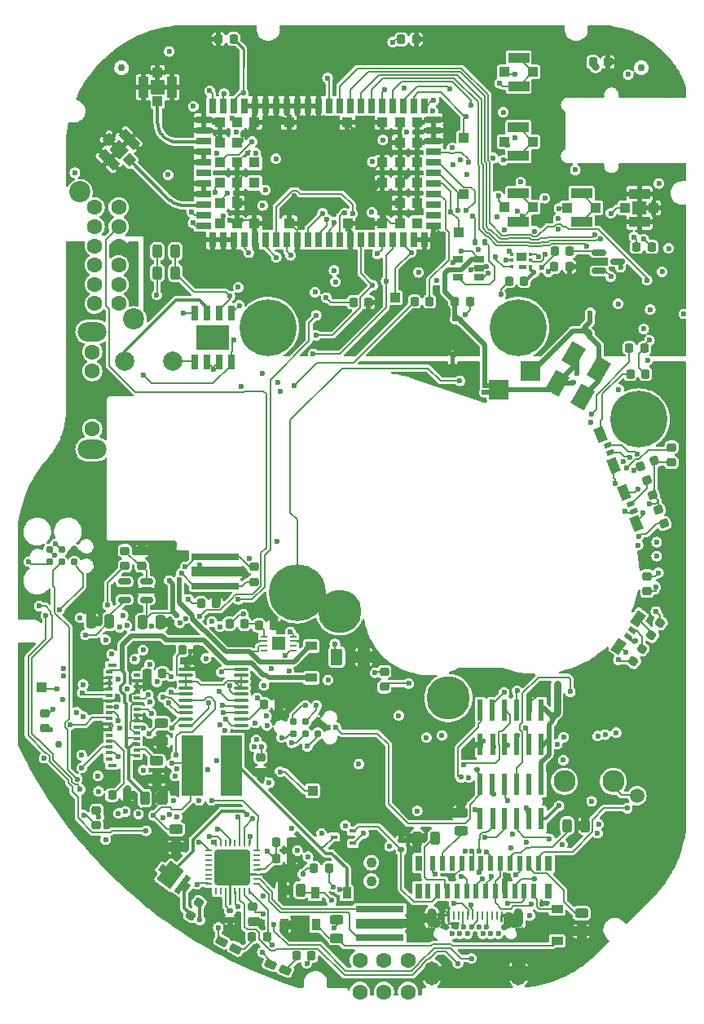
<source format=gbr>
G04 #@! TF.GenerationSoftware,KiCad,Pcbnew,6.0.11+dfsg-1~bpo11+1*
G04 #@! TF.CreationDate,2023-05-24T11:45:55-04:00*
G04 #@! TF.ProjectId,RUSP_Mainboard,52555350-5f4d-4616-996e-626f6172642e,rev?*
G04 #@! TF.SameCoordinates,Original*
G04 #@! TF.FileFunction,Copper,L1,Top*
G04 #@! TF.FilePolarity,Positive*
%FSLAX46Y46*%
G04 Gerber Fmt 4.6, Leading zero omitted, Abs format (unit mm)*
G04 Created by KiCad (PCBNEW 6.0.11+dfsg-1~bpo11+1) date 2023-05-24 11:45:55*
%MOMM*%
%LPD*%
G01*
G04 APERTURE LIST*
G04 Aperture macros list*
%AMRoundRect*
0 Rectangle with rounded corners*
0 $1 Rounding radius*
0 $2 $3 $4 $5 $6 $7 $8 $9 X,Y pos of 4 corners*
0 Add a 4 corners polygon primitive as box body*
4,1,4,$2,$3,$4,$5,$6,$7,$8,$9,$2,$3,0*
0 Add four circle primitives for the rounded corners*
1,1,$1+$1,$2,$3*
1,1,$1+$1,$4,$5*
1,1,$1+$1,$6,$7*
1,1,$1+$1,$8,$9*
0 Add four rect primitives between the rounded corners*
20,1,$1+$1,$2,$3,$4,$5,0*
20,1,$1+$1,$4,$5,$6,$7,0*
20,1,$1+$1,$6,$7,$8,$9,0*
20,1,$1+$1,$8,$9,$2,$3,0*%
%AMRotRect*
0 Rectangle, with rotation*
0 The origin of the aperture is its center*
0 $1 length*
0 $2 width*
0 $3 Rotation angle, in degrees counterclockwise*
0 Add horizontal line*
21,1,$1,$2,0,0,$3*%
G04 Aperture macros list end*
G04 #@! TA.AperFunction,EtchedComponent*
%ADD10C,0.010000*%
G04 #@! TD*
G04 #@! TA.AperFunction,SMDPad,CuDef*
%ADD11RoundRect,0.147500X0.172500X-0.147500X0.172500X0.147500X-0.172500X0.147500X-0.172500X-0.147500X0*%
G04 #@! TD*
G04 #@! TA.AperFunction,SMDPad,CuDef*
%ADD12RoundRect,0.225000X-0.225000X-0.250000X0.225000X-0.250000X0.225000X0.250000X-0.225000X0.250000X0*%
G04 #@! TD*
G04 #@! TA.AperFunction,SMDPad,CuDef*
%ADD13RoundRect,0.218750X-0.218750X-0.256250X0.218750X-0.256250X0.218750X0.256250X-0.218750X0.256250X0*%
G04 #@! TD*
G04 #@! TA.AperFunction,SMDPad,CuDef*
%ADD14R,0.600000X2.250000*%
G04 #@! TD*
G04 #@! TA.AperFunction,ComponentPad*
%ADD15C,2.300000*%
G04 #@! TD*
G04 #@! TA.AperFunction,SMDPad,CuDef*
%ADD16R,0.800000X1.600000*%
G04 #@! TD*
G04 #@! TA.AperFunction,SMDPad,CuDef*
%ADD17R,0.600000X1.600000*%
G04 #@! TD*
G04 #@! TA.AperFunction,SMDPad,CuDef*
%ADD18R,1.200000X0.900000*%
G04 #@! TD*
G04 #@! TA.AperFunction,SMDPad,CuDef*
%ADD19RoundRect,0.243750X-0.243750X-0.456250X0.243750X-0.456250X0.243750X0.456250X-0.243750X0.456250X0*%
G04 #@! TD*
G04 #@! TA.AperFunction,SMDPad,CuDef*
%ADD20RoundRect,0.243750X0.456250X-0.243750X0.456250X0.243750X-0.456250X0.243750X-0.456250X-0.243750X0*%
G04 #@! TD*
G04 #@! TA.AperFunction,SMDPad,CuDef*
%ADD21RoundRect,0.243750X0.243750X0.456250X-0.243750X0.456250X-0.243750X-0.456250X0.243750X-0.456250X0*%
G04 #@! TD*
G04 #@! TA.AperFunction,ComponentPad*
%ADD22C,1.600000*%
G04 #@! TD*
G04 #@! TA.AperFunction,SMDPad,CuDef*
%ADD23RoundRect,0.225000X0.225000X0.250000X-0.225000X0.250000X-0.225000X-0.250000X0.225000X-0.250000X0*%
G04 #@! TD*
G04 #@! TA.AperFunction,SMDPad,CuDef*
%ADD24C,0.750000*%
G04 #@! TD*
G04 #@! TA.AperFunction,SMDPad,CuDef*
%ADD25RoundRect,0.212500X-0.449585X-0.055039X0.297279X-0.341733X0.449585X0.055039X-0.297279X0.341733X0*%
G04 #@! TD*
G04 #@! TA.AperFunction,SMDPad,CuDef*
%ADD26RoundRect,0.218750X-0.256250X0.218750X-0.256250X-0.218750X0.256250X-0.218750X0.256250X0.218750X0*%
G04 #@! TD*
G04 #@! TA.AperFunction,SMDPad,CuDef*
%ADD27R,1.360000X1.460000*%
G04 #@! TD*
G04 #@! TA.AperFunction,SMDPad,CuDef*
%ADD28R,0.750000X0.280000*%
G04 #@! TD*
G04 #@! TA.AperFunction,SMDPad,CuDef*
%ADD29R,0.280000X0.890000*%
G04 #@! TD*
G04 #@! TA.AperFunction,ComponentPad*
%ADD30C,0.600000*%
G04 #@! TD*
G04 #@! TA.AperFunction,ComponentPad*
%ADD31O,1.000000X2.000000*%
G04 #@! TD*
G04 #@! TA.AperFunction,ComponentPad*
%ADD32O,1.500000X2.500000*%
G04 #@! TD*
G04 #@! TA.AperFunction,ComponentPad*
%ADD33C,1.100000*%
G04 #@! TD*
G04 #@! TA.AperFunction,SMDPad,CuDef*
%ADD34R,0.800000X1.500000*%
G04 #@! TD*
G04 #@! TA.AperFunction,SMDPad,CuDef*
%ADD35R,1.500000X0.800000*%
G04 #@! TD*
G04 #@! TA.AperFunction,SMDPad,CuDef*
%ADD36R,1.100000X1.100000*%
G04 #@! TD*
G04 #@! TA.AperFunction,SMDPad,CuDef*
%ADD37C,0.500000*%
G04 #@! TD*
G04 #@! TA.AperFunction,SMDPad,CuDef*
%ADD38RoundRect,0.218750X0.256250X-0.218750X0.256250X0.218750X-0.256250X0.218750X-0.256250X-0.218750X0*%
G04 #@! TD*
G04 #@! TA.AperFunction,SMDPad,CuDef*
%ADD39RoundRect,0.218750X-0.319536X0.106829X-0.155646X-0.298814X0.319536X-0.106829X0.155646X0.298814X0*%
G04 #@! TD*
G04 #@! TA.AperFunction,SMDPad,CuDef*
%ADD40RoundRect,0.218750X0.084438X-0.326168X0.335378X0.032211X-0.084438X0.326168X-0.335378X-0.032211X0*%
G04 #@! TD*
G04 #@! TA.AperFunction,SMDPad,CuDef*
%ADD41RoundRect,0.218750X-0.084438X0.326168X-0.335378X-0.032211X0.084438X-0.326168X0.335378X0.032211X0*%
G04 #@! TD*
G04 #@! TA.AperFunction,SMDPad,CuDef*
%ADD42RoundRect,0.218750X0.218750X0.256250X-0.218750X0.256250X-0.218750X-0.256250X0.218750X-0.256250X0*%
G04 #@! TD*
G04 #@! TA.AperFunction,SMDPad,CuDef*
%ADD43RoundRect,0.218750X0.319536X-0.106829X0.155646X0.298814X-0.319536X0.106829X-0.155646X-0.298814X0*%
G04 #@! TD*
G04 #@! TA.AperFunction,SMDPad,CuDef*
%ADD44RoundRect,0.147500X-0.147500X-0.172500X0.147500X-0.172500X0.147500X0.172500X-0.147500X0.172500X0*%
G04 #@! TD*
G04 #@! TA.AperFunction,SMDPad,CuDef*
%ADD45R,0.450000X0.400000*%
G04 #@! TD*
G04 #@! TA.AperFunction,SMDPad,CuDef*
%ADD46R,0.300000X0.400000*%
G04 #@! TD*
G04 #@! TA.AperFunction,SMDPad,CuDef*
%ADD47R,1.000000X0.950000*%
G04 #@! TD*
G04 #@! TA.AperFunction,SMDPad,CuDef*
%ADD48R,1.000000X1.000000*%
G04 #@! TD*
G04 #@! TA.AperFunction,SMDPad,CuDef*
%ADD49R,1.050000X2.200000*%
G04 #@! TD*
G04 #@! TA.AperFunction,SMDPad,CuDef*
%ADD50RotRect,1.000000X1.000000X45.000000*%
G04 #@! TD*
G04 #@! TA.AperFunction,SMDPad,CuDef*
%ADD51RotRect,1.050000X2.200000X45.000000*%
G04 #@! TD*
G04 #@! TA.AperFunction,SMDPad,CuDef*
%ADD52RoundRect,0.212500X-0.452942X0.000162X0.253416X-0.375415X0.452942X-0.000162X-0.253416X0.375415X0*%
G04 #@! TD*
G04 #@! TA.AperFunction,SMDPad,CuDef*
%ADD53R,5.000000X0.700000*%
G04 #@! TD*
G04 #@! TA.AperFunction,SMDPad,CuDef*
%ADD54R,5.000000X1.000000*%
G04 #@! TD*
G04 #@! TA.AperFunction,SMDPad,CuDef*
%ADD55C,0.787000*%
G04 #@! TD*
G04 #@! TA.AperFunction,SMDPad,CuDef*
%ADD56RoundRect,0.218750X-0.106829X-0.319536X0.298814X-0.155646X0.106829X0.319536X-0.298814X0.155646X0*%
G04 #@! TD*
G04 #@! TA.AperFunction,SMDPad,CuDef*
%ADD57C,1.500000*%
G04 #@! TD*
G04 #@! TA.AperFunction,SMDPad,CuDef*
%ADD58R,1.060000X0.650000*%
G04 #@! TD*
G04 #@! TA.AperFunction,SMDPad,CuDef*
%ADD59RoundRect,0.243750X-0.456250X0.243750X-0.456250X-0.243750X0.456250X-0.243750X0.456250X0.243750X0*%
G04 #@! TD*
G04 #@! TA.AperFunction,SMDPad,CuDef*
%ADD60R,0.700000X0.450000*%
G04 #@! TD*
G04 #@! TA.AperFunction,SMDPad,CuDef*
%ADD61R,2.200000X6.300000*%
G04 #@! TD*
G04 #@! TA.AperFunction,SMDPad,CuDef*
%ADD62R,2.200000X1.050000*%
G04 #@! TD*
G04 #@! TA.AperFunction,SMDPad,CuDef*
%ADD63RoundRect,0.218750X0.101392X-0.321302X0.333232X0.049719X-0.101392X0.321302X-0.333232X-0.049719X0*%
G04 #@! TD*
G04 #@! TA.AperFunction,SMDPad,CuDef*
%ADD64RotRect,0.800000X0.500000X53.000000*%
G04 #@! TD*
G04 #@! TA.AperFunction,SMDPad,CuDef*
%ADD65RotRect,2.400000X1.750000X53.000000*%
G04 #@! TD*
G04 #@! TA.AperFunction,SMDPad,CuDef*
%ADD66RotRect,2.150000X0.600000X53.000000*%
G04 #@! TD*
G04 #@! TA.AperFunction,SMDPad,CuDef*
%ADD67RoundRect,0.150000X-0.587500X-0.150000X0.587500X-0.150000X0.587500X0.150000X-0.587500X0.150000X0*%
G04 #@! TD*
G04 #@! TA.AperFunction,SMDPad,CuDef*
%ADD68R,0.950000X0.400000*%
G04 #@! TD*
G04 #@! TA.AperFunction,SMDPad,CuDef*
%ADD69R,0.800000X0.300000*%
G04 #@! TD*
G04 #@! TA.AperFunction,SMDPad,CuDef*
%ADD70R,0.650000X0.300000*%
G04 #@! TD*
G04 #@! TA.AperFunction,SMDPad,CuDef*
%ADD71RoundRect,0.250000X-0.375000X-0.625000X0.375000X-0.625000X0.375000X0.625000X-0.375000X0.625000X0*%
G04 #@! TD*
G04 #@! TA.AperFunction,SMDPad,CuDef*
%ADD72R,3.500000X2.610000*%
G04 #@! TD*
G04 #@! TA.AperFunction,SMDPad,CuDef*
%ADD73RoundRect,0.147500X-0.172500X0.147500X-0.172500X-0.147500X0.172500X-0.147500X0.172500X0.147500X0*%
G04 #@! TD*
G04 #@! TA.AperFunction,SMDPad,CuDef*
%ADD74RoundRect,0.225000X-0.250000X0.225000X-0.250000X-0.225000X0.250000X-0.225000X0.250000X0.225000X0*%
G04 #@! TD*
G04 #@! TA.AperFunction,SMDPad,CuDef*
%ADD75RotRect,1.600000X2.300000X330.000000*%
G04 #@! TD*
G04 #@! TA.AperFunction,SMDPad,CuDef*
%ADD76RoundRect,0.062500X0.312500X0.062500X-0.312500X0.062500X-0.312500X-0.062500X0.312500X-0.062500X0*%
G04 #@! TD*
G04 #@! TA.AperFunction,SMDPad,CuDef*
%ADD77RoundRect,0.062500X0.062500X0.312500X-0.062500X0.312500X-0.062500X-0.312500X0.062500X-0.312500X0*%
G04 #@! TD*
G04 #@! TA.AperFunction,SMDPad,CuDef*
%ADD78RoundRect,0.249999X1.575001X1.575001X-1.575001X1.575001X-1.575001X-1.575001X1.575001X-1.575001X0*%
G04 #@! TD*
G04 #@! TA.AperFunction,SMDPad,CuDef*
%ADD79RoundRect,0.250000X-0.250000X-0.475000X0.250000X-0.475000X0.250000X0.475000X-0.250000X0.475000X0*%
G04 #@! TD*
G04 #@! TA.AperFunction,SMDPad,CuDef*
%ADD80RoundRect,0.250000X0.250000X0.475000X-0.250000X0.475000X-0.250000X-0.475000X0.250000X-0.475000X0*%
G04 #@! TD*
G04 #@! TA.AperFunction,SMDPad,CuDef*
%ADD81RoundRect,0.150000X0.512500X0.150000X-0.512500X0.150000X-0.512500X-0.150000X0.512500X-0.150000X0*%
G04 #@! TD*
G04 #@! TA.AperFunction,SMDPad,CuDef*
%ADD82RoundRect,0.100000X0.637500X0.100000X-0.637500X0.100000X-0.637500X-0.100000X0.637500X-0.100000X0*%
G04 #@! TD*
G04 #@! TA.AperFunction,SMDPad,CuDef*
%ADD83RotRect,0.500000X0.800000X112.000000*%
G04 #@! TD*
G04 #@! TA.AperFunction,SMDPad,CuDef*
%ADD84RotRect,1.500000X1.000000X112.000000*%
G04 #@! TD*
G04 #@! TA.AperFunction,SMDPad,CuDef*
%ADD85R,0.900000X1.200000*%
G04 #@! TD*
G04 #@! TA.AperFunction,SMDPad,CuDef*
%ADD86R,2.000000X2.000000*%
G04 #@! TD*
G04 #@! TA.AperFunction,ComponentPad*
%ADD87C,2.000000*%
G04 #@! TD*
G04 #@! TA.AperFunction,SMDPad,CuDef*
%ADD88RotRect,0.500000X0.800000X55.000000*%
G04 #@! TD*
G04 #@! TA.AperFunction,SMDPad,CuDef*
%ADD89RotRect,1.500000X1.000000X55.000000*%
G04 #@! TD*
G04 #@! TA.AperFunction,ComponentPad*
%ADD90C,5.900000*%
G04 #@! TD*
G04 #@! TA.AperFunction,ComponentPad*
%ADD91O,3.000000X2.000000*%
G04 #@! TD*
G04 #@! TA.AperFunction,ComponentPad*
%ADD92C,2.200000*%
G04 #@! TD*
G04 #@! TA.AperFunction,ComponentPad*
%ADD93C,4.500000*%
G04 #@! TD*
G04 #@! TA.AperFunction,ViaPad*
%ADD94C,0.600000*%
G04 #@! TD*
G04 #@! TA.AperFunction,ViaPad*
%ADD95C,0.800000*%
G04 #@! TD*
G04 #@! TA.AperFunction,Conductor*
%ADD96C,0.200000*%
G04 #@! TD*
G04 #@! TA.AperFunction,Conductor*
%ADD97C,0.180000*%
G04 #@! TD*
G04 #@! TA.AperFunction,Conductor*
%ADD98C,0.350000*%
G04 #@! TD*
G04 #@! TA.AperFunction,Conductor*
%ADD99C,0.250000*%
G04 #@! TD*
G04 #@! TA.AperFunction,Conductor*
%ADD100C,0.500000*%
G04 #@! TD*
G04 #@! TA.AperFunction,Conductor*
%ADD101C,0.750000*%
G04 #@! TD*
G04 APERTURE END LIST*
G36*
X157400000Y-89850000D02*
G01*
X156900000Y-89850000D01*
X156900000Y-88850000D01*
X157400000Y-88850000D01*
X157400000Y-89850000D01*
G37*
G36*
X164722617Y-79497569D02*
G01*
X164725226Y-79497774D01*
X164727822Y-79498116D01*
X164730396Y-79498593D01*
X164732941Y-79499204D01*
X164735451Y-79499947D01*
X164737918Y-79500821D01*
X164740337Y-79501823D01*
X164742700Y-79502950D01*
X164745000Y-79504199D01*
X164747232Y-79505566D01*
X164749389Y-79507049D01*
X164751466Y-79508643D01*
X164753457Y-79510343D01*
X164755355Y-79512145D01*
X164757157Y-79514043D01*
X164758857Y-79516034D01*
X164760451Y-79518111D01*
X164761934Y-79520268D01*
X164763301Y-79522500D01*
X164764550Y-79524800D01*
X164765677Y-79527163D01*
X164766679Y-79529582D01*
X164767553Y-79532049D01*
X164768296Y-79534559D01*
X164768907Y-79537104D01*
X164769384Y-79539678D01*
X164769726Y-79542274D01*
X164769931Y-79544883D01*
X164770000Y-79547500D01*
X164770000Y-79747500D01*
X164769931Y-79750117D01*
X164769726Y-79752726D01*
X164769384Y-79755322D01*
X164768907Y-79757896D01*
X164768296Y-79760441D01*
X164767553Y-79762951D01*
X164766679Y-79765418D01*
X164765677Y-79767837D01*
X164764550Y-79770200D01*
X164763301Y-79772500D01*
X164761934Y-79774732D01*
X164760451Y-79776889D01*
X164758857Y-79778966D01*
X164757157Y-79780957D01*
X164755355Y-79782855D01*
X164753457Y-79784657D01*
X164751466Y-79786357D01*
X164749389Y-79787951D01*
X164747232Y-79789434D01*
X164745000Y-79790801D01*
X164742700Y-79792050D01*
X164740337Y-79793177D01*
X164737918Y-79794179D01*
X164735451Y-79795053D01*
X164732941Y-79795796D01*
X164730396Y-79796407D01*
X164727822Y-79796884D01*
X164725226Y-79797226D01*
X164722617Y-79797431D01*
X164720000Y-79797500D01*
X164070000Y-79797500D01*
X164067383Y-79797431D01*
X164064774Y-79797226D01*
X164062178Y-79796884D01*
X164059604Y-79796407D01*
X164057059Y-79795796D01*
X164054549Y-79795053D01*
X164052082Y-79794179D01*
X164049663Y-79793177D01*
X164047300Y-79792050D01*
X164045000Y-79790801D01*
X164042768Y-79789434D01*
X164040611Y-79787951D01*
X164038534Y-79786357D01*
X164036543Y-79784657D01*
X164034645Y-79782855D01*
X164032843Y-79780957D01*
X164031143Y-79778966D01*
X164029549Y-79776889D01*
X164028066Y-79774732D01*
X164026699Y-79772500D01*
X164025450Y-79770200D01*
X164024323Y-79767837D01*
X164023321Y-79765418D01*
X164022447Y-79762951D01*
X164021704Y-79760441D01*
X164021093Y-79757896D01*
X164020616Y-79755322D01*
X164020274Y-79752726D01*
X164020069Y-79750117D01*
X164020000Y-79747500D01*
X164020000Y-79547500D01*
X164020069Y-79544883D01*
X164020274Y-79542274D01*
X164020616Y-79539678D01*
X164021093Y-79537104D01*
X164021704Y-79534559D01*
X164022447Y-79532049D01*
X164023321Y-79529582D01*
X164024323Y-79527163D01*
X164025450Y-79524800D01*
X164026699Y-79522500D01*
X164028066Y-79520268D01*
X164029549Y-79518111D01*
X164031143Y-79516034D01*
X164032843Y-79514043D01*
X164034645Y-79512145D01*
X164036543Y-79510343D01*
X164038534Y-79508643D01*
X164040611Y-79507049D01*
X164042768Y-79505566D01*
X164045000Y-79504199D01*
X164047300Y-79502950D01*
X164049663Y-79501823D01*
X164052082Y-79500821D01*
X164054549Y-79499947D01*
X164057059Y-79499204D01*
X164059604Y-79498593D01*
X164062178Y-79498116D01*
X164064774Y-79497774D01*
X164067383Y-79497569D01*
X164070000Y-79497500D01*
X164720000Y-79497500D01*
X164722617Y-79497569D01*
G37*
D10*
X164722617Y-79497569D02*
X164725226Y-79497774D01*
X164727822Y-79498116D01*
X164730396Y-79498593D01*
X164732941Y-79499204D01*
X164735451Y-79499947D01*
X164737918Y-79500821D01*
X164740337Y-79501823D01*
X164742700Y-79502950D01*
X164745000Y-79504199D01*
X164747232Y-79505566D01*
X164749389Y-79507049D01*
X164751466Y-79508643D01*
X164753457Y-79510343D01*
X164755355Y-79512145D01*
X164757157Y-79514043D01*
X164758857Y-79516034D01*
X164760451Y-79518111D01*
X164761934Y-79520268D01*
X164763301Y-79522500D01*
X164764550Y-79524800D01*
X164765677Y-79527163D01*
X164766679Y-79529582D01*
X164767553Y-79532049D01*
X164768296Y-79534559D01*
X164768907Y-79537104D01*
X164769384Y-79539678D01*
X164769726Y-79542274D01*
X164769931Y-79544883D01*
X164770000Y-79547500D01*
X164770000Y-79747500D01*
X164769931Y-79750117D01*
X164769726Y-79752726D01*
X164769384Y-79755322D01*
X164768907Y-79757896D01*
X164768296Y-79760441D01*
X164767553Y-79762951D01*
X164766679Y-79765418D01*
X164765677Y-79767837D01*
X164764550Y-79770200D01*
X164763301Y-79772500D01*
X164761934Y-79774732D01*
X164760451Y-79776889D01*
X164758857Y-79778966D01*
X164757157Y-79780957D01*
X164755355Y-79782855D01*
X164753457Y-79784657D01*
X164751466Y-79786357D01*
X164749389Y-79787951D01*
X164747232Y-79789434D01*
X164745000Y-79790801D01*
X164742700Y-79792050D01*
X164740337Y-79793177D01*
X164737918Y-79794179D01*
X164735451Y-79795053D01*
X164732941Y-79795796D01*
X164730396Y-79796407D01*
X164727822Y-79796884D01*
X164725226Y-79797226D01*
X164722617Y-79797431D01*
X164720000Y-79797500D01*
X164070000Y-79797500D01*
X164067383Y-79797431D01*
X164064774Y-79797226D01*
X164062178Y-79796884D01*
X164059604Y-79796407D01*
X164057059Y-79795796D01*
X164054549Y-79795053D01*
X164052082Y-79794179D01*
X164049663Y-79793177D01*
X164047300Y-79792050D01*
X164045000Y-79790801D01*
X164042768Y-79789434D01*
X164040611Y-79787951D01*
X164038534Y-79786357D01*
X164036543Y-79784657D01*
X164034645Y-79782855D01*
X164032843Y-79780957D01*
X164031143Y-79778966D01*
X164029549Y-79776889D01*
X164028066Y-79774732D01*
X164026699Y-79772500D01*
X164025450Y-79770200D01*
X164024323Y-79767837D01*
X164023321Y-79765418D01*
X164022447Y-79762951D01*
X164021704Y-79760441D01*
X164021093Y-79757896D01*
X164020616Y-79755322D01*
X164020274Y-79752726D01*
X164020069Y-79750117D01*
X164020000Y-79747500D01*
X164020000Y-79547500D01*
X164020069Y-79544883D01*
X164020274Y-79542274D01*
X164020616Y-79539678D01*
X164021093Y-79537104D01*
X164021704Y-79534559D01*
X164022447Y-79532049D01*
X164023321Y-79529582D01*
X164024323Y-79527163D01*
X164025450Y-79524800D01*
X164026699Y-79522500D01*
X164028066Y-79520268D01*
X164029549Y-79518111D01*
X164031143Y-79516034D01*
X164032843Y-79514043D01*
X164034645Y-79512145D01*
X164036543Y-79510343D01*
X164038534Y-79508643D01*
X164040611Y-79507049D01*
X164042768Y-79505566D01*
X164045000Y-79504199D01*
X164047300Y-79502950D01*
X164049663Y-79501823D01*
X164052082Y-79500821D01*
X164054549Y-79499947D01*
X164057059Y-79499204D01*
X164059604Y-79498593D01*
X164062178Y-79498116D01*
X164064774Y-79497774D01*
X164067383Y-79497569D01*
X164070000Y-79497500D01*
X164720000Y-79497500D01*
X164722617Y-79497569D01*
D11*
X151800000Y-140185000D03*
X151800000Y-139215000D03*
D12*
X146850000Y-83350000D03*
X148400000Y-83350000D03*
D13*
X167732500Y-79660000D03*
X169307500Y-79660000D03*
D12*
X171740000Y-58400000D03*
X173290000Y-58400000D03*
D13*
X151802500Y-56040000D03*
X153377500Y-56040000D03*
D14*
X160025000Y-137000000D03*
X160025000Y-133400000D03*
X161300000Y-137000000D03*
X161295000Y-133400000D03*
X162565000Y-137000000D03*
X162565000Y-133400000D03*
X163835000Y-137000000D03*
X163835000Y-133400000D03*
X165105000Y-137000000D03*
X165105000Y-133400000D03*
X166375000Y-137000000D03*
X166375000Y-133400000D03*
D15*
X178930000Y-133100000D03*
X173850000Y-133100000D03*
X168770000Y-133100000D03*
D16*
X167100000Y-144500000D03*
X153600000Y-144500000D03*
X167100000Y-141600000D03*
X153600000Y-141600000D03*
D17*
X154600000Y-144500000D03*
X155100000Y-141600000D03*
X155600000Y-144500000D03*
X156100000Y-141600000D03*
X156600000Y-144500000D03*
X157100000Y-141600000D03*
X157600000Y-144500000D03*
X158100000Y-141600000D03*
X158600000Y-144500000D03*
X159100000Y-141600000D03*
X159600000Y-144500000D03*
X160100000Y-141600000D03*
X160600000Y-144500000D03*
X161100000Y-141600000D03*
X161600000Y-144500000D03*
X162100000Y-141600000D03*
X162600000Y-144500000D03*
X163100000Y-141600000D03*
X163600000Y-144500000D03*
X164100000Y-141600000D03*
X164600000Y-144500000D03*
X165100000Y-141600000D03*
X165600000Y-144500000D03*
X166100000Y-141600000D03*
D18*
X168000000Y-149670000D03*
X168000000Y-146370000D03*
D19*
X169062500Y-137700000D03*
X170937500Y-137700000D03*
D20*
X158000000Y-138237500D03*
X158000000Y-136362500D03*
D21*
X155337500Y-139020000D03*
X153462500Y-139020000D03*
D19*
X139462500Y-144400000D03*
X141337500Y-144400000D03*
D20*
X128400000Y-139937500D03*
X128400000Y-138062500D03*
D22*
X147510000Y-154972500D03*
X150010000Y-154972500D03*
X152510000Y-154972500D03*
X147510000Y-151672500D03*
X150010000Y-151672500D03*
X152510000Y-151672500D03*
D23*
X134390000Y-56000000D03*
X132840000Y-56000000D03*
D13*
X131012500Y-114600000D03*
X132587500Y-114600000D03*
D24*
X122750000Y-59000000D03*
D25*
X138241466Y-152108826D03*
X139758534Y-152691174D03*
D26*
X137200000Y-130612500D03*
X137200000Y-132187500D03*
D27*
X139060000Y-118800000D03*
D28*
X137560000Y-118050000D03*
X137560000Y-118550000D03*
X137560000Y-119050000D03*
X137560000Y-119550000D03*
X140560000Y-119550000D03*
X140560000Y-119050000D03*
X140560000Y-118550000D03*
X140560000Y-118050000D03*
D18*
X142450000Y-122350000D03*
X142450000Y-119050000D03*
D29*
X156750000Y-147025000D03*
X157250000Y-147025000D03*
X157750000Y-147025000D03*
X158250000Y-147025000D03*
X158750000Y-147025000D03*
X159250000Y-147025000D03*
X159750000Y-147025000D03*
X160250000Y-147025000D03*
X160750000Y-147025000D03*
X161250000Y-147025000D03*
X161750000Y-147025000D03*
X162250000Y-147025000D03*
D30*
X162550000Y-148230000D03*
X161900000Y-148930000D03*
X161100000Y-148930000D03*
X160700000Y-148230000D03*
X160300000Y-148930000D03*
X159900000Y-148230000D03*
X159100000Y-148230000D03*
X158700000Y-148930000D03*
X158300000Y-148230000D03*
X157900000Y-148930000D03*
X157100000Y-148930000D03*
X156450000Y-148230000D03*
D31*
X164000000Y-147280000D03*
D32*
X164000000Y-153030000D03*
D31*
X155000000Y-147280000D03*
D32*
X155000000Y-153030000D03*
D33*
X163550000Y-147830000D03*
X155450000Y-147830000D03*
D34*
X132200000Y-76850000D03*
X133300000Y-76850000D03*
X134400000Y-76850000D03*
X135500000Y-76850000D03*
X136600000Y-76850000D03*
X137700000Y-76850000D03*
X138800000Y-76850000D03*
X139900000Y-76850000D03*
X141000000Y-76850000D03*
X142100000Y-76850000D03*
X143200000Y-76850000D03*
X144300000Y-76850000D03*
X145400000Y-76850000D03*
X146500000Y-76850000D03*
X147600000Y-76850000D03*
X148700000Y-76850000D03*
X149800000Y-76850000D03*
X150900000Y-76850000D03*
X152000000Y-76850000D03*
X153100000Y-76850000D03*
X154200000Y-76850000D03*
D35*
X155150000Y-75400000D03*
X155150000Y-74300000D03*
X155150000Y-73200000D03*
X155150000Y-72100000D03*
X155150000Y-71000000D03*
X155150000Y-69900000D03*
X155150000Y-68800000D03*
X155150000Y-67700000D03*
X155150000Y-66600000D03*
X155150000Y-65500000D03*
X155150000Y-64400000D03*
D34*
X154200000Y-62950000D03*
X153100000Y-62950000D03*
X152000000Y-62950000D03*
X150900000Y-62950000D03*
X149800000Y-62950000D03*
X148700000Y-62950000D03*
X147600000Y-62950000D03*
X146500000Y-62950000D03*
X145400000Y-62950000D03*
X144300000Y-62950000D03*
X143200000Y-62950000D03*
X142100000Y-62950000D03*
X141000000Y-62950000D03*
X139900000Y-62950000D03*
X138800000Y-62950000D03*
X137700000Y-62950000D03*
X136600000Y-62950000D03*
X135500000Y-62950000D03*
X134400000Y-62950000D03*
X133300000Y-62950000D03*
X132200000Y-62950000D03*
D35*
X131250000Y-64400000D03*
X131250000Y-65500000D03*
X131250000Y-66600000D03*
X131250000Y-67700000D03*
X131250000Y-68800000D03*
X131250000Y-69900000D03*
X131250000Y-71000000D03*
X131250000Y-72100000D03*
X131250000Y-73200000D03*
X131250000Y-74300000D03*
X131250000Y-75400000D03*
D36*
X132950000Y-75150000D03*
X132950000Y-73050000D03*
X132950000Y-70950000D03*
X132950000Y-68850000D03*
X132950000Y-66750000D03*
X132950000Y-64650000D03*
X134750000Y-75150000D03*
X134750000Y-73050000D03*
X134750000Y-70950000D03*
X134750000Y-68850000D03*
X134750000Y-66750000D03*
X134750000Y-64650000D03*
X136550000Y-75150000D03*
X136550000Y-64650000D03*
X140200000Y-75150000D03*
X140150000Y-64650000D03*
X146250000Y-75150000D03*
X146200000Y-64650000D03*
X149850000Y-75150000D03*
X149850000Y-64650000D03*
X151650000Y-75150000D03*
X151650000Y-73050000D03*
X151650000Y-70950000D03*
X151650000Y-68850000D03*
X151650000Y-66750000D03*
X151650000Y-64650000D03*
X153450000Y-75150000D03*
X153450000Y-73050000D03*
X153450000Y-70950000D03*
X153450000Y-68850000D03*
X153450000Y-66750000D03*
X153450000Y-64650000D03*
X136550000Y-70950000D03*
X136550000Y-68850000D03*
X149850000Y-70950000D03*
X149850000Y-68850000D03*
D37*
X157150000Y-89850000D03*
X157150000Y-88850000D03*
D26*
X179900000Y-98412500D03*
X179900000Y-99987500D03*
D38*
X177350000Y-113362500D03*
X177350000Y-111787500D03*
D39*
X177304997Y-101869843D03*
X177895003Y-103330157D03*
D40*
X177798309Y-117945082D03*
X178701691Y-116654918D03*
D41*
X176826691Y-119354918D03*
X175923309Y-120645082D03*
D42*
X177845000Y-77610000D03*
X176270000Y-77610000D03*
D43*
X179120003Y-106330157D03*
X178529997Y-104869843D03*
D42*
X154762500Y-83275000D03*
X153187500Y-83275000D03*
D13*
X137012500Y-116900000D03*
X138587500Y-116900000D03*
X133952500Y-116740000D03*
X135527500Y-116740000D03*
D44*
X159515000Y-77070000D03*
X160485000Y-77070000D03*
D42*
X137887500Y-149250000D03*
X136312500Y-149250000D03*
X142487500Y-151200000D03*
X140912500Y-151200000D03*
D26*
X136500000Y-110812500D03*
X136500000Y-112387500D03*
D45*
X163325000Y-78347500D03*
X163325000Y-78997500D03*
X163325000Y-79647500D03*
X165275000Y-79647500D03*
X165275000Y-78997500D03*
X165275000Y-78347500D03*
D46*
X164395000Y-79647500D03*
D47*
X164300000Y-78672500D03*
D48*
X126500000Y-62500000D03*
D49*
X127975000Y-61000000D03*
D48*
X126500000Y-59500000D03*
D49*
X125025000Y-61000000D03*
D50*
X123560660Y-68560660D03*
D51*
X123542983Y-66457017D03*
D50*
X121439340Y-66439340D03*
D51*
X121457017Y-68542983D03*
D52*
X133178959Y-149718554D03*
X134613749Y-150481446D03*
D53*
X132500000Y-112800000D03*
D54*
X132500000Y-111300000D03*
D53*
X132500000Y-109800000D03*
D24*
X176750000Y-59000000D03*
D48*
X114450000Y-123350000D03*
D55*
X115270000Y-110335000D03*
X115270000Y-109065000D03*
X116540000Y-110335000D03*
X116540000Y-109065000D03*
X117810000Y-110335000D03*
X117810000Y-109065000D03*
D20*
X145100000Y-149377500D03*
X145100000Y-147502500D03*
D13*
X175612500Y-90800000D03*
X177187500Y-90800000D03*
D56*
X176669843Y-100395003D03*
X178130157Y-99804997D03*
D48*
X142600000Y-134100000D03*
D57*
X176300000Y-134600000D03*
D13*
X163012500Y-81150000D03*
X164587500Y-81150000D03*
D42*
X158975000Y-83250000D03*
X157400000Y-83250000D03*
D58*
X159875000Y-80750000D03*
X159875000Y-79800000D03*
X159875000Y-78850000D03*
X157675000Y-78850000D03*
X157675000Y-80750000D03*
D42*
X169327500Y-78040000D03*
X167752500Y-78040000D03*
D24*
X116250000Y-129250000D03*
D59*
X170550000Y-146782500D03*
X170550000Y-148657500D03*
D60*
X146800000Y-139550000D03*
X146800000Y-138250000D03*
X144800000Y-138900000D03*
D61*
X130100000Y-131500000D03*
X134200000Y-131500000D03*
D48*
X162510000Y-59440000D03*
X165510000Y-59440000D03*
D62*
X164010000Y-57965000D03*
X164010000Y-60915000D03*
D48*
X162490000Y-66680000D03*
D62*
X163990000Y-68155000D03*
X163990000Y-65205000D03*
D48*
X165490000Y-66680000D03*
X169040000Y-73530000D03*
D62*
X170540000Y-75005000D03*
D48*
X172040000Y-73530000D03*
D62*
X170540000Y-72055000D03*
D21*
X128337500Y-80300000D03*
X126462500Y-80300000D03*
D63*
X129956618Y-147038913D03*
X130791240Y-145703237D03*
D48*
X162500000Y-73500000D03*
D62*
X164000000Y-72025000D03*
X164000000Y-74975000D03*
D48*
X165500000Y-73500000D03*
D64*
X126931535Y-142152959D03*
D65*
X127830000Y-142830000D03*
D66*
X129107817Y-143792905D03*
D64*
X129547067Y-144123903D03*
D67*
X172382500Y-78180000D03*
X172382500Y-80080000D03*
X174257500Y-79130000D03*
D59*
X126900000Y-127062500D03*
X126900000Y-128937500D03*
X126400000Y-131000000D03*
X126400000Y-132875000D03*
D19*
X125162500Y-134850000D03*
X127037500Y-134850000D03*
D68*
X121762500Y-121050000D03*
X121762500Y-131450000D03*
D69*
X121487500Y-130750000D03*
D70*
X124362500Y-130450000D03*
D69*
X121487500Y-130150000D03*
D70*
X124362500Y-129850000D03*
D69*
X121487500Y-129550000D03*
D70*
X124362500Y-129250000D03*
D69*
X121487500Y-128950000D03*
D70*
X124362500Y-128650000D03*
D69*
X121487500Y-128350000D03*
D70*
X124362500Y-128050000D03*
D69*
X121487500Y-127750000D03*
D70*
X124362500Y-127450000D03*
D69*
X121487500Y-127150000D03*
D70*
X124362500Y-126850000D03*
D69*
X121487500Y-126550000D03*
D70*
X124362500Y-126250000D03*
D69*
X121487500Y-125950000D03*
D70*
X124362500Y-125650000D03*
D69*
X121487500Y-125350000D03*
D70*
X124362500Y-125050000D03*
D69*
X121487500Y-124750000D03*
D70*
X124362500Y-124450000D03*
D69*
X121487500Y-124150000D03*
D70*
X124362500Y-123850000D03*
D69*
X121487500Y-123550000D03*
D70*
X124362500Y-123250000D03*
D69*
X121487500Y-122950000D03*
D70*
X124362500Y-122650000D03*
D69*
X121487500Y-122350000D03*
D70*
X124362500Y-122050000D03*
D69*
X121487500Y-121750000D03*
D13*
X121762500Y-134550000D03*
X123337500Y-134550000D03*
D71*
X145100000Y-120200000D03*
X147900000Y-120200000D03*
D14*
X160025000Y-129300000D03*
X160025000Y-125700000D03*
X161300000Y-129300000D03*
X161295000Y-125700000D03*
X162565000Y-129300000D03*
X162565000Y-125700000D03*
X163835000Y-129300000D03*
X163835000Y-125700000D03*
X165105000Y-129300000D03*
X165105000Y-125700000D03*
X166375000Y-129300000D03*
X166375000Y-125700000D03*
D34*
X130345000Y-89540000D03*
X131615000Y-89540000D03*
X132885000Y-89540000D03*
X134155000Y-89540000D03*
X134155000Y-84460000D03*
X132885000Y-84460000D03*
X131615000Y-84460000D03*
X130345000Y-84460000D03*
D72*
X132250000Y-87000000D03*
D19*
X126462500Y-78050000D03*
X128337500Y-78050000D03*
D38*
X150050000Y-123287500D03*
X150050000Y-121712500D03*
D26*
X120150000Y-136112500D03*
X120150000Y-137687500D03*
D73*
X134000000Y-146515000D03*
X134000000Y-147485000D03*
D74*
X136350000Y-146125000D03*
X136350000Y-147675000D03*
D12*
X138825000Y-139400000D03*
X140375000Y-139400000D03*
X138825000Y-141100000D03*
X140375000Y-141100000D03*
D55*
X140602000Y-128143000D03*
X140602000Y-126873000D03*
X141872000Y-128143000D03*
X141872000Y-126873000D03*
X143142000Y-128143000D03*
X143142000Y-126873000D03*
D13*
X142712500Y-142100000D03*
X144287500Y-142100000D03*
D53*
X149600000Y-149350000D03*
D54*
X149600000Y-147850000D03*
D53*
X149600000Y-146350000D03*
D75*
X172342339Y-90289359D03*
X170642339Y-93233846D03*
X169744263Y-88789359D03*
X168044263Y-91733846D03*
D76*
X136755000Y-143770000D03*
X136755000Y-143270000D03*
X136755000Y-142770000D03*
X136755000Y-142270000D03*
X136755000Y-141770000D03*
X136755000Y-141270000D03*
X136755000Y-140770000D03*
X136755000Y-140270000D03*
D77*
X136030000Y-139545000D03*
X135530000Y-139545000D03*
X135030000Y-139545000D03*
X134530000Y-139545000D03*
X134030000Y-139545000D03*
X133530000Y-139545000D03*
X133030000Y-139545000D03*
X132530000Y-139545000D03*
D76*
X131805000Y-140270000D03*
X131805000Y-140770000D03*
X131805000Y-141270000D03*
X131805000Y-141770000D03*
X131805000Y-142270000D03*
X131805000Y-142770000D03*
X131805000Y-143270000D03*
X131805000Y-143770000D03*
D77*
X132530000Y-144495000D03*
X133030000Y-144495000D03*
X133530000Y-144495000D03*
X134030000Y-144495000D03*
X134530000Y-144495000D03*
X135030000Y-144495000D03*
X135530000Y-144495000D03*
X136030000Y-144495000D03*
D78*
X134280000Y-142020000D03*
D13*
X129062500Y-119450000D03*
X130637500Y-119450000D03*
D26*
X124850000Y-109162500D03*
X124850000Y-110737500D03*
D79*
X124900000Y-116600000D03*
X126800000Y-116600000D03*
D80*
X121500000Y-116500000D03*
X119600000Y-116500000D03*
D26*
X123100000Y-109162500D03*
X123100000Y-110737500D03*
D81*
X125337500Y-114250000D03*
X125337500Y-113300000D03*
X125337500Y-112350000D03*
X123062500Y-112350000D03*
X123062500Y-114250000D03*
D13*
X175512500Y-88100000D03*
X177087500Y-88100000D03*
D26*
X114750000Y-126012500D03*
X114750000Y-127587500D03*
D82*
X135172500Y-127285000D03*
X135172500Y-126635000D03*
X135172500Y-125985000D03*
X135172500Y-125335000D03*
X135172500Y-124685000D03*
X135172500Y-124035000D03*
X135172500Y-123385000D03*
X135172500Y-122735000D03*
X135172500Y-122085000D03*
X135172500Y-121435000D03*
X129447500Y-121435000D03*
X129447500Y-122085000D03*
X129447500Y-122735000D03*
X129447500Y-123385000D03*
X129447500Y-124035000D03*
X129447500Y-124685000D03*
X129447500Y-125335000D03*
X129447500Y-125985000D03*
X129447500Y-126635000D03*
X129447500Y-127285000D03*
D83*
X173250157Y-98229126D03*
X173549843Y-98970874D03*
D84*
X172531186Y-97063588D03*
X173842309Y-100308731D03*
D48*
X158300000Y-66270000D03*
D85*
X139650000Y-148000000D03*
X142950000Y-148000000D03*
D86*
X165250000Y-90500000D03*
D48*
X151175000Y-82875000D03*
D85*
X142850000Y-144700000D03*
X146150000Y-144700000D03*
D83*
X175685385Y-104267967D03*
X175985071Y-105009715D03*
D84*
X174966414Y-103102429D03*
X176277537Y-106347572D03*
D48*
X158300000Y-72150000D03*
D87*
X128100000Y-89460000D03*
X123100000Y-89460000D03*
D88*
X175839077Y-117437778D03*
X175380215Y-118093100D03*
D89*
X176425000Y-116200000D03*
X174417482Y-119067032D03*
D12*
X137545000Y-125100000D03*
X139095000Y-125100000D03*
D86*
X161940000Y-92420000D03*
D23*
X126975000Y-121900000D03*
X125425000Y-121900000D03*
D48*
X175050000Y-73550000D03*
X178050000Y-73550000D03*
D62*
X176550000Y-72075000D03*
X176550000Y-75025000D03*
D48*
X157750000Y-76120000D03*
D90*
X176500000Y-95500000D03*
X164000000Y-86000000D03*
X141000000Y-113500000D03*
X138000000Y-86000000D03*
D33*
X148700000Y-141550000D03*
X148700000Y-143450000D03*
D91*
X119700000Y-86400000D03*
X119700000Y-98600000D03*
D22*
X119700000Y-96500000D03*
X119700000Y-92500000D03*
X119700000Y-90500000D03*
X119700000Y-88500000D03*
D92*
X118400000Y-71900000D03*
X124000000Y-85100000D03*
D22*
X119950000Y-73500000D03*
X119950000Y-75500000D03*
X119950000Y-77500000D03*
X119950000Y-79500000D03*
X119950000Y-81500000D03*
X119950000Y-83500000D03*
X122450000Y-73500000D03*
X122450000Y-75500000D03*
X122450000Y-77500000D03*
X122450000Y-79500000D03*
X122450000Y-81500000D03*
X122450000Y-83500000D03*
D93*
X156700000Y-124450000D03*
X156700000Y-124450000D03*
X145400000Y-115450000D03*
X145400000Y-115450000D03*
D94*
X118800000Y-136600000D03*
X116300000Y-115300000D03*
X114700000Y-130700000D03*
X181179011Y-84552065D03*
X160350000Y-128950000D03*
X117813864Y-128068089D03*
X126761642Y-120124531D03*
X160682080Y-79618887D03*
X165591939Y-80264500D03*
X140100000Y-123190500D03*
X127270000Y-129690000D03*
X146550612Y-121251713D03*
X144300000Y-125450000D03*
X169282949Y-145374500D03*
X138616501Y-132550022D03*
X166424001Y-145825000D03*
X124800000Y-143300000D03*
X139060000Y-117610000D03*
X135725500Y-118950000D03*
X157400000Y-90300000D03*
X157194989Y-69043714D03*
X163650000Y-66250000D03*
X127574936Y-70119523D03*
X140900000Y-147900000D03*
X158200000Y-134860000D03*
X134000000Y-143000000D03*
X158330000Y-130650000D03*
X142122279Y-132900000D03*
X122340250Y-124308774D03*
X158477511Y-84630652D03*
X118745693Y-124656497D03*
X127700003Y-57299997D03*
X130874260Y-110599502D03*
X159250000Y-74425000D03*
X133150000Y-113675000D03*
X128400002Y-110400001D03*
X159030111Y-79980111D03*
X126403025Y-82596975D03*
X118650000Y-114800000D03*
X173587195Y-80693617D03*
X129150000Y-84500000D03*
X119350000Y-111810000D03*
X166851029Y-123282469D03*
X118641966Y-129152356D03*
X144716820Y-123141028D03*
X117275000Y-109600000D03*
X124973324Y-120599000D03*
X162625000Y-142850000D03*
X136849500Y-122600500D03*
X157200000Y-143000000D03*
X156100000Y-146100000D03*
X137450010Y-148300000D03*
X127200000Y-112850000D03*
X159499020Y-136050000D03*
X128400000Y-110400000D03*
X181122243Y-91014065D03*
X129895340Y-136921118D03*
X129949500Y-119650000D03*
X125643008Y-121849880D03*
X179600000Y-77750000D03*
X132400000Y-111400500D03*
X137296779Y-129505989D03*
X159050000Y-145950000D03*
X136400000Y-137000000D03*
X137378476Y-150856308D03*
X132800000Y-148300000D03*
X134875000Y-136825000D03*
X163360000Y-138540000D03*
X118457058Y-133914514D03*
X113122343Y-110293032D03*
X146000000Y-137700000D03*
X162824399Y-129372918D03*
X114200000Y-114899996D03*
X124500000Y-136500000D03*
X123350500Y-123550000D03*
X158833958Y-132710879D03*
X115860000Y-108460000D03*
X143537863Y-138520999D03*
X125307886Y-138244710D03*
X127890000Y-123860000D03*
X162500000Y-123875000D03*
X114883338Y-115897623D03*
X147400000Y-131300000D03*
X118150000Y-132900000D03*
X128400000Y-130400000D03*
X158284154Y-131398099D03*
X129357430Y-110803789D03*
X115600000Y-125600000D03*
X134800000Y-146100000D03*
X159100000Y-151500000D03*
X138600000Y-147950000D03*
X157700000Y-152000000D03*
X116600000Y-124600000D03*
X128967063Y-111443607D03*
X115400000Y-127700000D03*
X161800000Y-74500000D03*
X162525000Y-75875000D03*
D95*
X172000000Y-58900500D03*
D94*
X158016468Y-132670500D03*
X168650000Y-130900500D03*
X129700000Y-114200000D03*
X144750000Y-144050000D03*
X167100000Y-80175989D03*
X128450000Y-115850000D03*
X177600500Y-104256581D03*
X174378862Y-120493677D03*
X118450000Y-116100000D03*
X177600000Y-87300000D03*
X150930000Y-56350000D03*
X127705378Y-112244622D03*
X144917713Y-118850011D03*
X134881641Y-81803134D03*
X178525000Y-111450000D03*
X142000000Y-152000000D03*
X161445041Y-129517929D03*
X135400000Y-61600000D03*
X152590000Y-122950000D03*
X141850000Y-125239500D03*
X178350500Y-108263411D03*
X128470084Y-131820051D03*
X133400000Y-61700000D03*
X115754055Y-109644213D03*
X140155200Y-121634800D03*
X127904763Y-122229298D03*
X178272695Y-115475989D03*
X131900000Y-61400000D03*
X138081782Y-133256773D03*
X139780000Y-120010000D03*
X130900000Y-147500000D03*
X138400000Y-150100000D03*
X118598468Y-130376300D03*
X164225000Y-70875000D03*
X137894061Y-140318967D03*
X128020000Y-127540000D03*
X144013452Y-82866548D03*
X171425000Y-86900000D03*
X159850000Y-77850000D03*
X165700000Y-75975000D03*
X171437642Y-84437376D03*
X137450010Y-146885986D03*
X165169554Y-147042081D03*
X162149044Y-82563288D03*
X159920751Y-140340978D03*
X163850000Y-73925000D03*
X157198812Y-79249130D03*
X145000000Y-127500000D03*
X136850000Y-124450000D03*
X127979037Y-131253812D03*
X168022838Y-129235339D03*
X164850012Y-139430015D03*
X159721655Y-131905457D03*
X151546582Y-126271498D03*
X124987893Y-127564330D03*
X165325000Y-145900000D03*
X126066488Y-136643599D03*
X119000000Y-117900000D03*
X122600989Y-127600000D03*
X117425999Y-127226919D03*
X132338159Y-90324500D03*
X135403513Y-115739500D03*
X133992878Y-82707122D03*
X136000000Y-109949500D03*
X132619368Y-119759332D03*
X144800000Y-148350000D03*
X145428351Y-144368734D03*
X148550000Y-70000000D03*
X129800000Y-78000000D03*
X127300000Y-64100000D03*
X129200000Y-60600000D03*
X152248765Y-70308265D03*
X126750000Y-70400000D03*
X127000000Y-67100002D03*
X119600000Y-67900000D03*
X125300000Y-67150000D03*
X139400000Y-64300000D03*
X149170000Y-80210000D03*
X125300000Y-68250000D03*
X157800000Y-88500000D03*
X179300000Y-59900000D03*
X123900000Y-63700000D03*
X122850000Y-64550000D03*
X129100000Y-62450000D03*
X119900000Y-68750000D03*
X156380000Y-63880000D03*
X129500000Y-72500000D03*
X153900000Y-73849989D03*
X127300000Y-71150000D03*
X141731444Y-71501444D03*
X119850000Y-66200000D03*
X125500000Y-71800000D03*
X123700000Y-62250000D03*
X132500000Y-64500000D03*
X125150000Y-66200000D03*
X123550000Y-60300000D03*
X123350000Y-70100000D03*
X122000000Y-64650000D03*
X124800000Y-64000000D03*
X146800000Y-65400000D03*
X126349997Y-66649997D03*
X127800000Y-65600000D03*
X125700000Y-65200000D03*
X135890599Y-67864015D03*
X127900000Y-71950000D03*
X124900000Y-57850000D03*
X126250000Y-69750000D03*
X128100000Y-64100000D03*
X141406185Y-78418322D03*
X122400000Y-70350000D03*
X119800000Y-67050000D03*
X129092582Y-59600011D03*
X129200000Y-61550000D03*
X132500000Y-65750000D03*
X135360000Y-65920000D03*
X125550000Y-69150000D03*
X129050000Y-58700000D03*
X127300000Y-64900000D03*
X136990000Y-78120000D03*
X123600000Y-61250000D03*
X128600000Y-65900000D03*
X133952047Y-74810500D03*
X126850000Y-57650000D03*
X128700000Y-67500000D03*
X143500000Y-67500000D03*
X125500000Y-64400000D03*
X124200000Y-70500000D03*
X150001485Y-74401485D03*
X121500000Y-70250000D03*
X128800000Y-63600000D03*
X125900000Y-66000000D03*
X129500000Y-67500000D03*
X156150000Y-76250000D03*
X136000000Y-69900000D03*
X136800000Y-61000000D03*
X128550000Y-72300000D03*
X126950000Y-73350000D03*
X121150000Y-65000000D03*
X120500000Y-65550000D03*
X134489882Y-72612770D03*
X120777856Y-69534553D03*
X135218913Y-74810500D03*
X128450000Y-57950000D03*
X140706018Y-72298907D03*
X124206000Y-58420000D03*
X149138556Y-71474500D03*
X136170000Y-65450000D03*
X127800000Y-67400000D03*
X124500000Y-65600000D03*
X134250000Y-64250000D03*
X129500000Y-65900000D03*
X123800000Y-65100000D03*
X124900000Y-71100000D03*
X127300000Y-82500000D03*
X125900000Y-57750000D03*
X173650000Y-58200000D03*
X126200000Y-72600000D03*
X155521196Y-81050500D03*
X132600000Y-67850498D03*
X137400000Y-73300000D03*
X169900000Y-69600000D03*
X124126110Y-120410332D03*
X161400500Y-134437862D03*
X176475000Y-107650000D03*
X157300000Y-145799499D03*
X140456670Y-137969779D03*
X158000000Y-143000000D03*
X138280000Y-121420000D03*
X163875500Y-128375512D03*
X133582115Y-126682259D03*
X122360000Y-126840000D03*
X125840000Y-126059500D03*
X133316512Y-125981396D03*
X163040005Y-78056896D03*
X162699993Y-78969764D03*
X166798580Y-78412573D03*
X166079278Y-78623191D03*
X161616598Y-78593479D03*
X121300000Y-114800000D03*
X117900000Y-69900000D03*
X139212897Y-92612967D03*
X138889500Y-108150000D03*
X142122279Y-140930649D03*
X160520999Y-138924500D03*
X121100000Y-118400000D03*
X148760000Y-74010000D03*
X126416867Y-122778798D03*
X150600000Y-139850000D03*
X133120000Y-121750000D03*
X132127751Y-116499500D03*
X156030000Y-128330000D03*
X131512068Y-120334751D03*
X149095378Y-121814622D03*
X168150000Y-75789500D03*
X118769375Y-126385500D03*
X172210082Y-138488090D03*
X127050000Y-136850000D03*
X162836444Y-145780989D03*
X144562098Y-145467734D03*
X178925000Y-80175000D03*
X128525000Y-136800000D03*
X171592212Y-135184899D03*
X163750000Y-142850000D03*
X174350000Y-83525000D03*
X128300000Y-132550000D03*
X125674711Y-124876525D03*
X177400000Y-89400000D03*
X165625806Y-143223694D03*
X172225000Y-128400000D03*
X136653901Y-127049500D03*
X176425000Y-108575000D03*
X176880378Y-105244622D03*
X175148391Y-119724147D03*
X171531031Y-95850551D03*
X174010435Y-102197674D03*
X175530199Y-99449500D03*
X176199992Y-118499992D03*
X178350500Y-109720100D03*
X175025000Y-105075000D03*
X175288211Y-135894238D03*
X147900000Y-138520999D03*
X155300000Y-142750500D03*
X125850000Y-117000000D03*
X125672241Y-120957022D03*
X168569806Y-139669806D03*
X123150500Y-136238774D03*
X128800000Y-116650000D03*
X162400000Y-63625000D03*
X122425291Y-136428050D03*
X137450010Y-144999979D03*
X120361717Y-134146580D03*
X158422103Y-140349247D03*
X163200000Y-140000000D03*
X130200000Y-63000000D03*
X129399602Y-116200298D03*
X121099243Y-139157793D03*
X120300000Y-132525000D03*
X130831066Y-115991822D03*
X141023279Y-140300000D03*
X131700000Y-131900000D03*
X142980000Y-84720000D03*
X136545458Y-129505989D03*
X134870000Y-114210000D03*
X133487973Y-127800004D03*
X144825500Y-80045512D03*
X132938473Y-127262533D03*
X144980000Y-81240000D03*
X131800000Y-124930000D03*
X163860000Y-123710000D03*
X144210549Y-122588360D03*
X154440000Y-128550000D03*
X132980000Y-117049000D03*
X140280000Y-117580000D03*
X124982444Y-119472261D03*
X137413676Y-90749432D03*
X116718845Y-122152957D03*
X116725500Y-121382500D03*
X135197098Y-92127402D03*
X159023533Y-62870000D03*
X128750000Y-112160989D03*
X162900000Y-135075000D03*
X177350000Y-81050000D03*
X167215339Y-139097630D03*
X174150000Y-128050000D03*
X171919045Y-76344317D03*
X173000000Y-128247863D03*
X172530000Y-76780000D03*
X164825663Y-135831139D03*
X169375000Y-123799500D03*
X171105271Y-77515469D03*
X160260719Y-143242631D03*
X159903252Y-142576141D03*
X161158188Y-143023512D03*
X160666444Y-140416444D03*
X137850000Y-127325000D03*
X177000000Y-86125000D03*
X172312635Y-137550095D03*
X127716214Y-136506618D03*
X116061170Y-123492234D03*
X160797263Y-80359486D03*
X168125000Y-74675999D03*
X128175000Y-135125000D03*
X176000000Y-76575000D03*
X177683236Y-84116764D03*
X122561920Y-117115329D03*
X178575000Y-71025000D03*
X168689210Y-128519318D03*
X137799440Y-126340560D03*
X130800000Y-135099502D03*
X174400000Y-92400000D03*
X157900000Y-91500000D03*
X144156444Y-60056444D03*
X142660000Y-88720000D03*
X150250000Y-81175000D03*
X148850000Y-81597112D03*
X142980000Y-86780000D03*
X170075000Y-90700000D03*
X160440000Y-92690000D03*
X158075000Y-78075000D03*
X169725000Y-91650000D03*
X160500000Y-92000000D03*
X158010516Y-85310516D03*
X157400000Y-85100000D03*
X168000000Y-123000000D03*
X164725000Y-127550000D03*
X139223613Y-132110512D03*
X132650498Y-130949500D03*
X166425000Y-79725000D03*
X118100000Y-125925000D03*
X140646555Y-92006555D03*
X136749255Y-128784727D03*
X134449502Y-87250385D03*
X118751574Y-123051574D03*
X125000000Y-90950500D03*
X157090619Y-67312351D03*
X168200000Y-135650000D03*
X161375000Y-68375000D03*
X135960500Y-78200000D03*
X149900000Y-66500000D03*
X148800000Y-68750500D03*
X166725000Y-72550000D03*
X157957845Y-68546003D03*
X175400000Y-59700000D03*
X122435500Y-122480632D03*
X134967878Y-83682122D03*
X135750000Y-136550002D03*
X125630775Y-128149225D03*
X122400000Y-130549500D03*
X118624056Y-131703277D03*
X123287462Y-116925236D03*
X127040000Y-124370000D03*
X122900000Y-115850000D03*
X133210000Y-125239500D03*
X122260000Y-125409500D03*
X139025261Y-91682978D03*
X125017385Y-131952356D03*
X155200000Y-62369500D03*
X133760000Y-72050000D03*
X163640000Y-59650000D03*
X162032208Y-60609500D03*
X136303556Y-66679500D03*
X130170000Y-75110000D03*
X162900000Y-67050000D03*
X162430000Y-68580000D03*
X133323518Y-74402204D03*
X130050000Y-74010000D03*
X168210000Y-73620000D03*
X169747963Y-71924500D03*
X132450000Y-71930000D03*
X158761782Y-68838218D03*
X161900000Y-72275000D03*
X158550000Y-73825000D03*
X164420000Y-74430000D03*
X138825000Y-78700000D03*
X140325000Y-78475000D03*
X143641906Y-74121866D03*
X144080000Y-74730000D03*
X144849499Y-75050501D03*
X145940000Y-74090000D03*
X146760000Y-74150000D03*
X120400000Y-136800000D03*
X132739257Y-138075000D03*
X136100000Y-138799988D03*
X132100000Y-135100016D03*
X121710331Y-119894149D03*
X127646689Y-124958776D03*
X156980000Y-74010000D03*
X152400000Y-65700000D03*
X155100000Y-63500000D03*
X157708958Y-73835717D03*
X177000500Y-76800000D03*
X176400000Y-102800000D03*
X178249500Y-112900000D03*
X174915728Y-99878662D03*
X171600000Y-95000000D03*
X175200000Y-100600000D03*
X176300000Y-99100000D03*
X176000000Y-100800000D03*
X158519404Y-64037626D03*
X156830000Y-61170500D03*
X150100000Y-61250000D03*
X152834584Y-78171409D03*
X158650000Y-70050000D03*
X174600000Y-79725000D03*
X130809699Y-139411025D03*
X139381045Y-128555860D03*
X132934885Y-123795114D03*
X125538514Y-124139500D03*
X118669370Y-123910890D03*
X133980000Y-123190500D03*
X153480000Y-136170000D03*
X159171514Y-140360932D03*
X140440000Y-129100000D03*
X131913682Y-138840539D03*
X143000000Y-125239500D03*
X132331350Y-139463479D03*
X142042969Y-129460500D03*
X130600000Y-143800000D03*
X141572779Y-142725149D03*
X152100000Y-61100000D03*
X138800000Y-68450500D03*
X153600000Y-80250000D03*
X137700000Y-71700000D03*
X134649637Y-65680966D03*
X142850000Y-82300000D03*
X136670000Y-67850498D03*
X137540000Y-123150000D03*
X149325000Y-78325000D03*
X173600000Y-74125000D03*
D96*
X117810000Y-110510000D02*
X118234979Y-110934979D01*
D97*
X120150000Y-137687500D02*
X119062500Y-136600000D01*
D96*
X118234979Y-110934979D02*
X118234979Y-111066020D01*
D97*
X119062500Y-136600000D02*
X118800000Y-136600000D01*
D96*
X118712021Y-112887979D02*
X116300000Y-115300000D01*
X118712021Y-111543062D02*
X118712021Y-112887979D01*
X118234979Y-111066020D02*
X118712021Y-111543062D01*
X159515000Y-74690000D02*
X159250000Y-74425000D01*
X123700000Y-127625000D02*
X123700000Y-127000000D01*
X138587500Y-116900000D02*
X139060000Y-117372500D01*
X121700000Y-127100000D02*
X121800000Y-127200000D01*
X125643008Y-122569492D02*
X125643008Y-121849880D01*
X121500000Y-122300000D02*
X121500000Y-122900000D01*
D97*
X158975000Y-83250000D02*
X158975000Y-84133163D01*
D96*
X124063478Y-124975000D02*
X124375000Y-124975000D01*
X121800000Y-127200000D02*
X121800000Y-127400000D01*
D97*
X124362500Y-126850000D02*
X123850000Y-126850000D01*
D96*
X126400000Y-132875000D02*
X126400000Y-134200000D01*
X157200000Y-143000000D02*
X158100000Y-142100000D01*
X118745693Y-124656497D02*
X121992525Y-124656497D01*
X121800000Y-127400000D02*
X121500000Y-127700000D01*
X143566979Y-126297025D02*
X143566979Y-126133021D01*
X126060000Y-135940000D02*
X127000000Y-135000000D01*
X134050000Y-144475000D02*
X134050000Y-143050000D01*
D97*
X130149500Y-119450000D02*
X129949500Y-119650000D01*
D98*
X157150000Y-89850000D02*
X157150000Y-90050000D01*
D96*
X140900000Y-147900000D02*
X139750000Y-147900000D01*
D98*
X157150000Y-90050000D02*
X157400000Y-90300000D01*
D97*
X160500967Y-79800000D02*
X160682080Y-79618887D01*
D96*
X156001429Y-147905001D02*
X155999516Y-147909832D01*
X165150000Y-124983498D02*
X166851029Y-123282469D01*
D97*
X159210222Y-79800000D02*
X159030111Y-79980111D01*
D96*
X126462500Y-78050000D02*
X126462500Y-82537500D01*
D98*
X164706439Y-81150000D02*
X165591939Y-80264500D01*
D96*
X156100000Y-146300000D02*
X156800000Y-147000000D01*
X162625000Y-144275000D02*
X162625000Y-142850000D01*
X129150000Y-84500000D02*
X130305000Y-84500000D01*
X162550000Y-148205000D02*
X162550000Y-147250000D01*
D97*
X159875000Y-79800000D02*
X159210222Y-79800000D01*
D96*
X139060000Y-117372500D02*
X139060000Y-117610000D01*
X158000000Y-135975000D02*
X158200000Y-135775000D01*
X126900000Y-129320000D02*
X127270000Y-129690000D01*
X123787989Y-125250489D02*
X124063478Y-124975000D01*
X156800000Y-147000000D02*
X156800000Y-147900000D01*
X136125500Y-118550000D02*
X135725500Y-118950000D01*
X124300000Y-128000000D02*
X124075000Y-128000000D01*
X131574758Y-111300000D02*
X130874260Y-110599502D01*
X162550000Y-148205000D02*
X162974264Y-148205000D01*
X123787989Y-126912011D02*
X123787989Y-125250489D01*
X124500000Y-135940000D02*
X126060000Y-135940000D01*
D97*
X159875000Y-79800000D02*
X160500967Y-79800000D01*
D96*
X156450000Y-148205000D02*
X156150001Y-147905001D01*
X137560000Y-118550000D02*
X136125500Y-118550000D01*
X129949500Y-120933000D02*
X129949500Y-119650000D01*
X159515000Y-77070000D02*
X159515000Y-74690000D01*
X172973578Y-80080000D02*
X173587195Y-80693617D01*
X126400000Y-134200000D02*
X126850000Y-134650000D01*
X160350000Y-128950000D02*
X160350000Y-128975000D01*
X142122279Y-132900000D02*
X140834779Y-131612500D01*
X121500000Y-123500000D02*
X121500000Y-122900000D01*
X156150001Y-147905001D02*
X156001429Y-147905001D01*
D97*
X130637500Y-119450000D02*
X130149500Y-119450000D01*
D96*
X136775000Y-142750000D02*
X135700000Y-142750000D01*
X137562522Y-132550022D02*
X138616501Y-132550022D01*
X126462500Y-82537500D02*
X126403025Y-82596975D01*
X156100000Y-146100000D02*
X156100000Y-146300000D01*
X160350000Y-128975000D02*
X160025000Y-129300000D01*
X146550612Y-121307236D02*
X146550612Y-121251713D01*
X162974264Y-148205000D02*
X163076136Y-148103129D01*
D98*
X165275000Y-79947561D02*
X165591939Y-80264500D01*
D96*
X158200000Y-135775000D02*
X158200000Y-134860000D01*
D98*
X165275000Y-79647500D02*
X165275000Y-79947561D01*
D96*
X144250000Y-125450000D02*
X144300000Y-125450000D01*
X129447500Y-121435000D02*
X129949500Y-120933000D01*
X124162500Y-124050000D02*
X125643008Y-122569492D01*
X124375000Y-125000000D02*
X124000000Y-125000000D01*
X137200000Y-132187500D02*
X137562522Y-132550022D01*
D98*
X160000000Y-129400000D02*
X159580000Y-129400000D01*
D96*
X159499020Y-136050000D02*
X160025000Y-136575980D01*
X124075000Y-128000000D02*
X123700000Y-127625000D01*
X123700000Y-127000000D02*
X123787989Y-126912011D01*
D97*
X158975000Y-84133163D02*
X158477511Y-84630652D01*
D96*
X124000000Y-125000000D02*
X123787500Y-124787500D01*
D97*
X123850000Y-126850000D02*
X123787989Y-126912011D01*
D96*
X144716820Y-123141028D02*
X146550612Y-121307236D01*
X156800000Y-147900000D02*
X156500000Y-148200000D01*
X123337500Y-134777500D02*
X124500000Y-135940000D01*
X143566979Y-126133021D02*
X144250000Y-125450000D01*
D98*
X159580000Y-129400000D02*
X158330000Y-130650000D01*
D96*
X162550000Y-147250000D02*
X162250000Y-146950000D01*
X136835010Y-147685000D02*
X137450010Y-148300000D01*
X136650000Y-147685000D02*
X136835010Y-147685000D01*
X123787500Y-124787500D02*
X123787500Y-124050000D01*
X121992525Y-124656497D02*
X122340250Y-124308774D01*
X143142000Y-126722004D02*
X143566979Y-126297025D01*
X117810000Y-109065000D02*
X117275000Y-109600000D01*
X163076136Y-148103129D02*
X163077665Y-148104757D01*
X123787500Y-124050000D02*
X124162500Y-124050000D01*
X137296779Y-130515721D02*
X137296779Y-129505989D01*
X159750000Y-147570002D02*
X159120002Y-148200000D01*
X159750000Y-147000000D02*
X159750000Y-147570002D01*
X159250000Y-146440978D02*
X159250000Y-147000000D01*
X159050000Y-145950000D02*
X159050000Y-146240978D01*
X159050000Y-146240978D02*
X159250000Y-146440978D01*
X139758534Y-152691174D02*
X141200000Y-151249708D01*
X136400000Y-137000000D02*
X135500000Y-137900000D01*
X138100000Y-151577832D02*
X137378476Y-150856308D01*
X135500000Y-137900000D02*
X135500000Y-139450000D01*
X138100000Y-152100000D02*
X138100000Y-151577832D01*
X132800000Y-149300000D02*
X133200000Y-149700000D01*
X132800000Y-148300000D02*
X132800000Y-149300000D01*
X135025000Y-139500000D02*
X135025000Y-136975000D01*
X135025000Y-136975000D02*
X134875000Y-136825000D01*
X135518554Y-150481446D02*
X136500000Y-149500000D01*
X134613749Y-150481446D02*
X135518554Y-150481446D01*
X162824399Y-129373405D02*
X162824399Y-129372918D01*
X115550000Y-118150000D02*
X115550000Y-115858994D01*
X118149511Y-133449511D02*
X117922384Y-133449511D01*
X117922384Y-133449511D02*
X117600489Y-133127616D01*
X117600489Y-132850489D02*
X115599032Y-130849032D01*
X118457058Y-133757058D02*
X118149511Y-133449511D01*
X113400000Y-128150000D02*
X113400000Y-120300000D01*
X115599032Y-130849032D02*
X115599032Y-130249032D01*
X113374332Y-110545021D02*
X115059979Y-110545021D01*
X115399987Y-115424901D02*
X114875082Y-114899996D01*
X115059979Y-110545021D02*
X115270000Y-110335000D01*
X162662804Y-129535000D02*
X162824399Y-129373405D01*
X115550000Y-115858994D02*
X115399987Y-115708981D01*
X115399987Y-115708981D02*
X115399987Y-115424901D01*
X114000000Y-128750000D02*
X113400000Y-128150000D01*
X113122343Y-110293032D02*
X113374332Y-110545021D01*
X115599032Y-130249032D02*
X114050000Y-128700000D01*
X118457058Y-133914514D02*
X118457058Y-133757058D01*
X113400000Y-120300000D02*
X115550000Y-118150000D01*
X117600489Y-133127616D02*
X117600489Y-132850489D01*
X114875082Y-114899996D02*
X114200000Y-114899996D01*
X118250489Y-136925222D02*
X118250489Y-134750489D01*
X115249511Y-130927616D02*
X115249511Y-130472384D01*
X161295000Y-125080000D02*
X162500000Y-123875000D01*
X115216415Y-130960711D02*
X115249511Y-130927616D01*
X118250489Y-134750489D02*
X117650000Y-134150000D01*
X113050480Y-120149520D02*
X114883338Y-118316662D01*
X116465000Y-109065000D02*
X115860000Y-108460000D01*
X121600000Y-138400000D02*
X119725267Y-138400000D01*
X117250969Y-132995265D02*
X115216415Y-130960711D01*
X114883338Y-118316662D02*
X114883338Y-115897623D01*
X113050480Y-128350480D02*
X113050480Y-120149520D01*
X115249511Y-130472384D02*
X114877127Y-130100000D01*
X129447500Y-124035000D02*
X128065000Y-124035000D01*
X119725267Y-138400000D02*
X118250489Y-136925222D01*
X117650000Y-134150000D02*
X117650000Y-133671423D01*
X117650000Y-133671423D02*
X117250969Y-133272391D01*
X128065000Y-124035000D02*
X127890000Y-123860000D01*
X121755290Y-138244710D02*
X121600000Y-138400000D01*
X117250969Y-133272391D02*
X117250969Y-132995265D01*
X114877127Y-130100000D02*
X114800000Y-130100000D01*
X125307886Y-138244710D02*
X121755290Y-138244710D01*
X114800000Y-130100000D02*
X113050480Y-128350480D01*
X161994541Y-130820457D02*
X161576839Y-131238159D01*
X132510000Y-124850000D02*
X132510000Y-125590000D01*
X115637979Y-112876656D02*
X115637979Y-111237021D01*
X117136943Y-131886943D02*
X117136943Y-127714976D01*
X118150000Y-132900000D02*
X117136943Y-131886943D01*
X128880000Y-127970000D02*
X128400000Y-128450000D01*
X115749998Y-112988675D02*
X115637979Y-112876656D01*
X117136943Y-127714976D02*
X116876498Y-127454531D01*
X161944999Y-127939999D02*
X161944999Y-129240776D01*
X128400000Y-128450000D02*
X128400000Y-130400000D01*
X115900010Y-115714014D02*
X115749998Y-115564002D01*
X115749998Y-115564002D02*
X115749998Y-112988675D01*
X163135001Y-126205001D02*
X163135001Y-127090751D01*
X161944999Y-129240776D02*
X161994541Y-129290318D01*
X161994541Y-129290318D02*
X161994541Y-130820457D01*
X132010000Y-124350000D02*
X132510000Y-124850000D01*
X117275000Y-126600805D02*
X117275000Y-117075000D01*
X162500000Y-125570000D02*
X163135001Y-126205001D01*
X115637979Y-111237021D02*
X116540000Y-110335000D01*
X158444094Y-131238159D02*
X158284154Y-131398099D01*
X116876498Y-126999307D02*
X117275000Y-126600805D01*
X132510000Y-125590000D02*
X130130000Y-127970000D01*
X161965839Y-127919159D02*
X161944999Y-127939999D01*
X163135001Y-127090751D02*
X162306593Y-127919159D01*
X129447500Y-124685000D02*
X131265000Y-124685000D01*
X161576839Y-131238159D02*
X158444094Y-131238159D01*
X117275000Y-117075000D02*
X115900000Y-115700000D01*
X130130000Y-127970000D02*
X128880000Y-127970000D01*
X131265000Y-124685000D02*
X131600000Y-124350000D01*
X162306593Y-127919159D02*
X161965839Y-127919159D01*
X131600000Y-124350000D02*
X132010000Y-124350000D01*
X116876498Y-127454531D02*
X116876498Y-126999307D01*
X136500000Y-110812500D02*
X136025000Y-110812500D01*
X130500978Y-109800000D02*
X129497189Y-110803789D01*
D97*
X115187500Y-126012500D02*
X115600000Y-125600000D01*
D96*
X129497189Y-110803789D02*
X129357430Y-110803789D01*
X135012500Y-109800000D02*
X133400000Y-109800000D01*
D97*
X114750000Y-126012500D02*
X115187500Y-126012500D01*
D96*
X136025000Y-110812500D02*
X135012500Y-109800000D01*
X134800000Y-146100000D02*
X134550000Y-145850000D01*
X158000000Y-151500000D02*
X159100000Y-151500000D01*
X138600000Y-148650000D02*
X140050000Y-150100000D01*
X146050000Y-152800000D02*
X152905704Y-152800000D01*
X153650961Y-151971209D02*
X155222170Y-150400000D01*
X155222170Y-150400000D02*
X156900000Y-150400000D01*
X156900000Y-150400000D02*
X158000000Y-151500000D01*
X152905704Y-152800000D02*
X153650960Y-152054744D01*
X134550000Y-145850000D02*
X134550000Y-144475000D01*
X143350000Y-150100000D02*
X146050000Y-152800000D01*
X140050000Y-150100000D02*
X143350000Y-150100000D01*
X153650960Y-152054744D02*
X153650961Y-151971209D01*
X138600000Y-147950000D02*
X138600000Y-148650000D01*
X136725908Y-148525480D02*
X135825480Y-148525480D01*
X154000480Y-152199520D02*
X152950000Y-153250000D01*
X152950000Y-153250000D02*
X145900000Y-153250000D01*
X135500000Y-148200000D02*
X135500000Y-145900000D01*
X154585986Y-151530480D02*
X154000480Y-152115986D01*
X157700000Y-152000000D02*
X156449520Y-150749520D01*
X135825480Y-148525480D02*
X135500000Y-148200000D01*
X138614002Y-150700000D02*
X138200000Y-150700000D01*
X154000480Y-152115986D02*
X154000480Y-152199520D01*
X137000010Y-148799582D02*
X136725908Y-148525480D01*
X138838522Y-150475480D02*
X138614002Y-150700000D01*
X155504532Y-150749520D02*
X154723572Y-151530480D01*
X143125480Y-150475480D02*
X138838522Y-150475480D01*
X135050000Y-145450000D02*
X135050000Y-144475000D01*
X156449520Y-150749520D02*
X155504532Y-150749520D01*
X145900000Y-153250000D02*
X143125480Y-150475480D01*
X138200000Y-150700000D02*
X137000010Y-149500010D01*
X154723572Y-151530480D02*
X154585986Y-151530480D01*
X137000010Y-149500010D02*
X137000010Y-148799582D01*
X135500000Y-145900000D02*
X135050000Y-145450000D01*
X136500000Y-112387500D02*
X135712500Y-112387500D01*
X135712500Y-112387500D02*
X135300000Y-112800000D01*
X130250000Y-112800000D02*
X128967063Y-111517063D01*
X135300000Y-112800000D02*
X132600000Y-112800000D01*
X128967063Y-111517063D02*
X128967063Y-111443607D01*
X114750000Y-127587500D02*
X115287500Y-127587500D01*
X115287500Y-127587500D02*
X115400000Y-127700000D01*
D97*
X160485000Y-77070000D02*
X160905550Y-77490550D01*
X161489501Y-79663337D02*
X161489501Y-80998470D01*
X160905550Y-79079386D02*
X161489501Y-79663337D01*
X158439501Y-81514501D02*
X157675000Y-80750000D01*
X161489501Y-80998470D02*
X160973470Y-81514501D01*
X160973470Y-81514501D02*
X158439501Y-81514501D01*
X160905550Y-77490550D02*
X160905550Y-79079386D01*
D96*
X137560000Y-118050000D02*
X137560000Y-117447500D01*
X137560000Y-117447500D02*
X137012500Y-116900000D01*
X135527500Y-116740000D02*
X136852500Y-116740000D01*
X178238567Y-104256581D02*
X177600500Y-104256581D01*
X128500000Y-115900000D02*
X128450000Y-115850000D01*
D99*
X135400000Y-57010000D02*
X134390000Y-56000000D01*
D100*
X128500000Y-115900000D02*
X128100000Y-115500000D01*
D96*
X178529997Y-103965151D02*
X178238567Y-104256581D01*
D99*
X172030000Y-58870500D02*
X172000000Y-58900500D01*
D97*
X167216511Y-80175989D02*
X167100000Y-80175989D01*
D96*
X127575465Y-121900000D02*
X127904763Y-122229298D01*
D98*
X130900000Y-145811997D02*
X130900000Y-147500000D01*
D96*
X136775000Y-142250000D02*
X136825000Y-142300000D01*
X135400000Y-61600000D02*
X135200978Y-61600000D01*
X144917713Y-119817713D02*
X144917713Y-118850011D01*
X142185000Y-151200000D02*
X142185000Y-151815000D01*
X136825000Y-142300000D02*
X137100000Y-142300000D01*
X137100000Y-142300000D02*
X137100000Y-142250000D01*
X136775000Y-142250000D02*
X137675000Y-142250000D01*
X178187500Y-111787500D02*
X178525000Y-111450000D01*
X176500000Y-90112500D02*
X176500000Y-88687500D01*
X125875000Y-115625000D02*
X128225000Y-115625000D01*
X133300000Y-61800000D02*
X133400000Y-61700000D01*
X144496904Y-83350000D02*
X144013452Y-82866548D01*
X130100000Y-114600000D02*
X129700000Y-114200000D01*
X140240000Y-119550000D02*
X139780000Y-120010000D01*
D99*
X172030000Y-58400000D02*
X172030000Y-58870500D01*
D96*
X126975000Y-121900000D02*
X127575465Y-121900000D01*
X138000012Y-146425012D02*
X138000012Y-149099988D01*
X160100000Y-126915163D02*
X159850479Y-127164684D01*
X135200978Y-61600000D02*
X134400000Y-62400978D01*
X137675000Y-142250000D02*
X138825000Y-141100000D01*
X125337500Y-116162500D02*
X124900000Y-116600000D01*
X131012500Y-114600000D02*
X130100000Y-114600000D01*
X144287500Y-143587500D02*
X144287500Y-142100000D01*
X151802500Y-56040000D02*
X151240000Y-56040000D01*
X135400000Y-61600000D02*
X135400000Y-58900000D01*
X177187500Y-90800000D02*
X176500000Y-90112500D01*
X141500733Y-125239500D02*
X141850000Y-125239500D01*
X178701691Y-115904985D02*
X178272695Y-115475989D01*
X176500000Y-88687500D02*
X177087500Y-88100000D01*
X157730000Y-129590000D02*
X157730000Y-132549998D01*
X179900000Y-99987500D02*
X178312660Y-99987500D01*
X175923309Y-120645082D02*
X174530267Y-120645082D01*
X177087500Y-87812500D02*
X177600000Y-87300000D01*
X128865025Y-126635000D02*
X128020000Y-127480025D01*
X157850502Y-132670500D02*
X158016468Y-132670500D01*
X136050000Y-144475000D02*
X138000012Y-146425012D01*
X177350000Y-111787500D02*
X178187500Y-111787500D01*
X151240000Y-56040000D02*
X150930000Y-56350000D01*
X133300000Y-62950000D02*
X133300000Y-61800000D01*
X144750000Y-144050000D02*
X144287500Y-143587500D01*
X124900000Y-116600000D02*
X125875000Y-115625000D01*
X142185000Y-151815000D02*
X142000000Y-152000000D01*
X178529997Y-103965151D02*
X177895003Y-103330157D01*
X159850479Y-127469521D02*
X157730000Y-129590000D01*
X138825000Y-139400000D02*
X138825000Y-141100000D01*
X140560000Y-119550000D02*
X140240000Y-119550000D01*
D100*
X128100000Y-112639244D02*
X127705378Y-112244622D01*
D96*
X140550000Y-126190233D02*
X141500733Y-125239500D01*
X157730000Y-132549998D02*
X157850502Y-132670500D01*
X125337500Y-114350000D02*
X125337500Y-116162500D01*
D97*
X167732500Y-79660000D02*
X167216511Y-80175989D01*
D100*
X128100000Y-115500000D02*
X128100000Y-112639244D01*
D96*
X140550000Y-126850000D02*
X140550000Y-126190233D01*
D99*
X135400000Y-58900000D02*
X135400000Y-57010000D01*
D96*
X152590000Y-122950000D02*
X150387500Y-122950000D01*
X178529997Y-104869843D02*
X178529997Y-103965151D01*
X150387500Y-122950000D02*
X150050000Y-123287500D01*
X132200000Y-62950000D02*
X132200000Y-61700000D01*
X132200000Y-61700000D02*
X131900000Y-61400000D01*
X160100000Y-125575000D02*
X160100000Y-126915163D01*
X128225000Y-115625000D02*
X128500000Y-115900000D01*
X178130157Y-99804997D02*
X178130157Y-103095003D01*
X128020000Y-127480025D02*
X128020000Y-127540000D01*
X146850000Y-83350000D02*
X144496904Y-83350000D01*
X178701691Y-116654918D02*
X178701691Y-115904985D01*
X159850479Y-127164684D02*
X159850479Y-127469521D01*
X174530267Y-120645082D02*
X174378862Y-120493677D01*
X137894061Y-140318967D02*
X138675094Y-141100000D01*
X115270000Y-109160158D02*
X115754055Y-109644213D01*
X137800000Y-149500000D02*
X138400000Y-150100000D01*
D100*
X170649038Y-93222243D02*
X172383510Y-91487771D01*
X170875000Y-86350000D02*
X171425000Y-86900000D01*
X171425000Y-86900000D02*
X171425000Y-86539244D01*
X169625000Y-86350000D02*
X170875000Y-86350000D01*
X171425000Y-86900000D02*
X172349038Y-87824038D01*
X172383510Y-91487771D02*
X172383510Y-90633510D01*
X172349038Y-87824038D02*
X172349038Y-90277757D01*
X171437642Y-84437376D02*
X171437642Y-85388464D01*
X165475000Y-90500000D02*
X169625000Y-86350000D01*
X171437642Y-85388464D02*
X170855931Y-85970175D01*
X171425000Y-86539244D02*
X170855931Y-85970175D01*
D96*
X136650000Y-146715000D02*
X136650000Y-146041006D01*
D97*
X162149044Y-82013456D02*
X162149044Y-82563288D01*
D96*
X137279024Y-146715000D02*
X137450010Y-146885986D01*
X160575000Y-138375000D02*
X160269388Y-138375000D01*
X159920751Y-139178859D02*
X159920751Y-140340978D01*
X135500000Y-144891006D02*
X135500000Y-144500000D01*
X160575000Y-138351000D02*
X160575000Y-138375000D01*
D97*
X163012500Y-81150000D02*
X162149044Y-82013456D01*
D96*
X136650000Y-146715000D02*
X137279024Y-146715000D01*
X160851499Y-138351000D02*
X160575000Y-138351000D01*
X159971499Y-139128111D02*
X159920751Y-139178859D01*
X161295000Y-137907499D02*
X160851499Y-138351000D01*
X136650000Y-146041006D02*
X135500000Y-144891006D01*
X159971499Y-138672889D02*
X159971499Y-139128111D01*
D97*
X157597942Y-78850000D02*
X157198812Y-79249130D01*
D96*
X160269388Y-138375000D02*
X159971499Y-138672889D01*
X161600000Y-144450000D02*
X161600000Y-143450000D01*
X150500489Y-135449546D02*
X152550454Y-137499511D01*
X160050000Y-132450000D02*
X159400000Y-131800000D01*
X118975194Y-127226919D02*
X117425999Y-127226919D01*
X126910567Y-135799520D02*
X127799505Y-135799520D01*
X158949520Y-137000480D02*
X158949520Y-135519776D01*
X119702113Y-126500000D02*
X118975194Y-127226919D01*
X129913548Y-135083693D02*
X129913548Y-130886452D01*
X126066488Y-136643599D02*
X127485389Y-138062500D01*
X128032849Y-131200000D02*
X127979037Y-131253812D01*
X135172500Y-126635000D02*
X136010000Y-126635000D01*
X136010000Y-126635000D02*
X137545000Y-125100000D01*
X121500000Y-126500000D02*
X119702113Y-126500000D01*
X152550454Y-137499511D02*
X158450489Y-137499511D01*
X129725000Y-131200000D02*
X128032849Y-131200000D01*
X161600000Y-144425000D02*
X161600000Y-145729294D01*
X163475010Y-146024990D02*
X165200010Y-146024990D01*
X120100000Y-117900000D02*
X119000000Y-117900000D01*
X162075000Y-142975000D02*
X162075000Y-141525000D01*
X128010940Y-136010955D02*
X128986286Y-136010955D01*
X158949520Y-135519776D02*
X160025000Y-134444296D01*
X145625000Y-128125000D02*
X149350000Y-128125000D01*
X128986286Y-136010955D02*
X129913548Y-135083693D01*
X126066488Y-136643599D02*
X126910567Y-135799520D01*
X124823563Y-127400000D02*
X124987893Y-127564330D01*
X124375000Y-127400000D02*
X124823563Y-127400000D01*
X165200010Y-146024990D02*
X165325000Y-145900000D01*
X121500000Y-116500000D02*
X120100000Y-117900000D01*
X161600000Y-145729294D02*
X162201195Y-146330489D01*
X161600000Y-143450000D02*
X162075000Y-142975000D01*
X149350000Y-128125000D02*
X150500489Y-129275489D01*
X162201195Y-146330489D02*
X163169511Y-146330489D01*
X145000000Y-127500000D02*
X145625000Y-128125000D01*
X160025000Y-134444296D02*
X160025000Y-133165000D01*
X163169511Y-146330489D02*
X163475010Y-146024990D01*
X121500000Y-115912500D02*
X123062500Y-114350000D01*
X150500489Y-129275489D02*
X150500489Y-135449546D01*
X127799505Y-135799520D02*
X128010940Y-136010955D01*
X137500000Y-125100000D02*
X136850000Y-124450000D01*
X158450489Y-137499511D02*
X158949520Y-137000480D01*
X127485389Y-138062500D02*
X128400000Y-138062500D01*
D98*
X124000000Y-129200000D02*
X124375000Y-129200000D01*
D96*
X132885000Y-84110000D02*
X133992878Y-83002122D01*
X130300000Y-82300000D02*
X133585756Y-82300000D01*
X121500000Y-121600000D02*
X122800000Y-121600000D01*
D98*
X123485281Y-130214719D02*
X123485281Y-132885281D01*
X122726000Y-123806000D02*
X122610000Y-123690000D01*
D100*
X123730000Y-118000000D02*
X126964244Y-118000000D01*
D98*
X123225489Y-125070711D02*
X123060000Y-124905222D01*
D96*
X128350000Y-80350000D02*
X130300000Y-82300000D01*
X131615000Y-89540000D02*
X132338159Y-90263159D01*
D100*
X137735999Y-122031836D02*
X137441836Y-122031836D01*
D98*
X123060000Y-124142677D02*
X122726000Y-123808677D01*
D96*
X124375000Y-130400000D02*
X123670562Y-130400000D01*
X133585756Y-82300000D02*
X133992878Y-82707122D01*
D100*
X122800000Y-118930000D02*
X123730000Y-118000000D01*
D98*
X123277697Y-129507135D02*
X123485281Y-129714719D01*
D96*
X123455394Y-128600000D02*
X123277697Y-128777697D01*
D98*
X123277697Y-128777697D02*
X123277697Y-127877069D01*
X123277697Y-128777697D02*
X123277697Y-129507135D01*
D100*
X142450000Y-122350000D02*
X138054163Y-122350000D01*
X137441836Y-122031836D02*
X136245000Y-120835000D01*
D98*
X123277697Y-127877069D02*
X123225489Y-127824861D01*
D100*
X131310036Y-118450000D02*
X132619368Y-119759332D01*
X133695036Y-120835000D02*
X132619368Y-119759332D01*
D96*
X128337500Y-78050000D02*
X128337500Y-80437500D01*
X132338159Y-90086841D02*
X132338159Y-90324500D01*
D100*
X138054163Y-122350000D02*
X137735999Y-122031836D01*
D98*
X123060000Y-124905222D02*
X123060000Y-124142677D01*
D96*
X124375000Y-128600000D02*
X123455394Y-128600000D01*
D98*
X122610000Y-123250000D02*
X123060000Y-122800000D01*
X123060000Y-122800000D02*
X123060000Y-121860000D01*
D100*
X136245000Y-120835000D02*
X133695036Y-120835000D01*
D98*
X123485281Y-132885281D02*
X125200000Y-134600000D01*
X123060000Y-121860000D02*
X122800000Y-121600000D01*
D96*
X135328013Y-115815000D02*
X135403513Y-115739500D01*
D98*
X122610000Y-123690000D02*
X122610000Y-123250000D01*
D96*
X135031745Y-115815000D02*
X135328013Y-115815000D01*
X132885000Y-89540000D02*
X132338159Y-90086841D01*
D100*
X122800000Y-121600000D02*
X122800000Y-118930000D01*
D98*
X123485281Y-129714719D02*
X124000000Y-129200000D01*
X123225489Y-127824861D02*
X123225489Y-125070711D01*
X122726000Y-123808677D02*
X122726000Y-123806000D01*
D96*
X123670562Y-130400000D02*
X123485281Y-130214719D01*
X134106745Y-116740000D02*
X135031745Y-115815000D01*
D98*
X123485281Y-129714719D02*
X123485281Y-130214719D01*
D96*
X133992878Y-83002122D02*
X133992878Y-82707122D01*
D100*
X127414244Y-118450000D02*
X131310036Y-118450000D01*
X126964244Y-118000000D02*
X127414244Y-118450000D01*
D96*
X154927874Y-150200000D02*
X155077885Y-150049989D01*
X142950000Y-148000000D02*
X144327500Y-149377500D01*
X145922500Y-150200000D02*
X154927874Y-150200000D01*
X167566261Y-150153739D02*
X168050000Y-149670000D01*
X157044979Y-150049989D02*
X157148729Y-150153739D01*
X157148729Y-150153739D02*
X167566261Y-150153739D01*
X155077885Y-150049989D02*
X157044979Y-150049989D01*
X145100000Y-149377500D02*
X145922500Y-150200000D01*
X144327500Y-149377500D02*
X145100000Y-149377500D01*
D98*
X143980000Y-140600000D02*
X144600000Y-140600000D01*
D96*
X145428351Y-144368734D02*
X145818734Y-144368734D01*
D98*
X144600000Y-140600000D02*
X146150000Y-142150000D01*
D96*
X143740000Y-139960000D02*
X143340000Y-139960000D01*
D98*
X134900000Y-131520000D02*
X143340000Y-139960000D01*
D96*
X144800000Y-138900000D02*
X143740000Y-139960000D01*
D98*
X146150000Y-142150000D02*
X146150000Y-144700000D01*
D96*
X144800000Y-148350000D02*
X145647500Y-147502500D01*
D98*
X143340000Y-139960000D02*
X143980000Y-140600000D01*
D97*
X149700000Y-68850000D02*
X148550000Y-70000000D01*
D96*
X135735985Y-67864015D02*
X134750000Y-68850000D01*
X146500000Y-76850000D02*
X146500000Y-75400000D01*
X136550000Y-65070000D02*
X136170000Y-65450000D01*
X141000000Y-75950000D02*
X140200000Y-75150000D01*
X141000000Y-76850000D02*
X141000000Y-78012137D01*
X134750000Y-70750000D02*
X135600000Y-69900000D01*
X146800000Y-65400000D02*
X146200000Y-64800000D01*
D98*
X157150000Y-88850000D02*
X157450000Y-88850000D01*
D96*
X132500000Y-66000000D02*
X132950000Y-66450000D01*
X149900000Y-75100000D02*
X149900000Y-74502970D01*
X140200000Y-75150000D02*
X140200000Y-72804925D01*
X135360000Y-66590000D02*
X135360000Y-65920000D01*
D97*
X150750000Y-75150000D02*
X150001485Y-74401485D01*
D96*
X134700000Y-75100000D02*
X134241547Y-75100000D01*
X149138556Y-71361444D02*
X149138556Y-71474500D01*
X153900000Y-73849989D02*
X153900000Y-73500000D01*
X131000000Y-72200000D02*
X129800000Y-72200000D01*
X155860000Y-64400000D02*
X156380000Y-63880000D01*
X139400000Y-64300000D02*
X139800000Y-64300000D01*
X156000000Y-76250000D02*
X156150000Y-76250000D01*
D98*
X157450000Y-88850000D02*
X157800000Y-88500000D01*
D96*
X140200000Y-72804925D02*
X140706018Y-72298907D01*
X136990000Y-78120000D02*
X136990000Y-77240000D01*
X132500000Y-65750000D02*
X132500000Y-66000000D01*
X129200000Y-59707429D02*
X129092582Y-59600011D01*
X136990000Y-77240000D02*
X136600000Y-76850000D01*
X141000000Y-76850000D02*
X141000000Y-75950000D01*
X129800000Y-72200000D02*
X129500000Y-72500000D01*
X135890599Y-67864015D02*
X135735985Y-67864015D01*
D98*
X173450000Y-58400000D02*
X173650000Y-58200000D01*
D96*
X141000000Y-78012137D02*
X141406185Y-78418322D01*
X136489500Y-74810500D02*
X135218913Y-74810500D01*
X155150000Y-75400000D02*
X156000000Y-76250000D01*
X149550000Y-70950000D02*
X149138556Y-71361444D01*
D97*
X151650000Y-75150000D02*
X150750000Y-75150000D01*
D96*
X135200000Y-66750000D02*
X135360000Y-66590000D01*
X126750000Y-70600000D02*
X126750000Y-70400000D01*
X134250000Y-64250000D02*
X134650000Y-64650000D01*
X149900000Y-74502970D02*
X150001485Y-74401485D01*
X155150000Y-64400000D02*
X155860000Y-64400000D01*
X134241547Y-75100000D02*
X133952047Y-74810500D01*
X135600000Y-69900000D02*
X136000000Y-69900000D01*
X160750000Y-147000000D02*
X160750000Y-148150000D01*
X158250000Y-147000000D02*
X158250000Y-148050000D01*
X177300000Y-107400000D02*
X178369843Y-106330157D01*
X178369843Y-106330157D02*
X179120003Y-106330157D01*
X176475000Y-107650000D02*
X176725000Y-107400000D01*
X176725000Y-107400000D02*
X177300000Y-107400000D01*
X157300000Y-145799499D02*
X158108521Y-145799499D01*
X158108521Y-145799499D02*
X158800000Y-146490978D01*
X158800000Y-146490978D02*
X158800000Y-147000000D01*
X158600000Y-143300000D02*
X158600000Y-144450000D01*
D97*
X158000000Y-143000000D02*
X158300000Y-143000000D01*
D96*
X158300000Y-143000000D02*
X158600000Y-143300000D01*
X122360000Y-126277111D02*
X122360000Y-126840000D01*
X121982889Y-125900000D02*
X122360000Y-126277111D01*
X134184856Y-127285000D02*
X133582115Y-126682259D01*
X121500000Y-125900000D02*
X121982889Y-125900000D01*
X135172500Y-127285000D02*
X134184856Y-127285000D01*
X135172500Y-125985000D02*
X133320116Y-125985000D01*
X124362500Y-125650000D02*
X125430500Y-125650000D01*
X133320116Y-125985000D02*
X133316512Y-125981396D01*
X125430500Y-125650000D02*
X125840000Y-126059500D01*
X163040005Y-78062505D02*
X163040005Y-78056896D01*
X163325000Y-78347500D02*
X163040005Y-78062505D01*
X163325000Y-78997500D02*
X162727729Y-78997500D01*
X162727729Y-78997500D02*
X162699993Y-78969764D01*
X166628779Y-78582374D02*
X166798580Y-78412573D01*
X165275000Y-78997500D02*
X165450192Y-79172692D01*
X166628779Y-78850803D02*
X166628779Y-78582374D01*
X166306890Y-79172692D02*
X166628779Y-78850803D01*
X165450192Y-79172692D02*
X166306890Y-79172692D01*
X165275000Y-78347500D02*
X165803587Y-78347500D01*
X165803587Y-78347500D02*
X166079278Y-78623191D01*
X162399579Y-79647500D02*
X161616598Y-78864519D01*
X161616598Y-78864519D02*
X161616598Y-78593479D01*
X163325000Y-79647500D02*
X162399579Y-79647500D01*
X124675000Y-110737500D02*
X123100000Y-109162500D01*
X125337500Y-111225000D02*
X124850000Y-110737500D01*
X125337500Y-112450000D02*
X125337500Y-111225000D01*
X121300000Y-114800000D02*
X121300000Y-112537500D01*
X121300000Y-112537500D02*
X123100000Y-110737500D01*
X133435000Y-121435000D02*
X133120000Y-121750000D01*
X162565000Y-137235000D02*
X162565000Y-138060000D01*
X135172500Y-121435000D02*
X133435000Y-121435000D01*
X162565000Y-138060000D02*
X161700500Y-138924500D01*
X161700500Y-138924500D02*
X160520999Y-138924500D01*
X149095378Y-121814622D02*
X149197500Y-121712500D01*
X149197500Y-121712500D02*
X150050000Y-121712500D01*
X164575000Y-145400000D02*
X164575000Y-144475000D01*
X143794364Y-144700000D02*
X142850000Y-144700000D01*
X141337500Y-144700000D02*
X142850000Y-144700000D01*
X162836444Y-145780989D02*
X162942454Y-145674979D01*
X162942454Y-145674979D02*
X164300021Y-145674979D01*
X144562098Y-145467734D02*
X143794364Y-144700000D01*
X164300021Y-145674979D02*
X164575000Y-145400000D01*
D97*
X164100000Y-141600000D02*
X164100000Y-142500000D01*
X164100000Y-142500000D02*
X163750000Y-142850000D01*
D96*
X154249511Y-143049511D02*
X154249511Y-139950489D01*
X156600000Y-144450000D02*
X156350000Y-144200000D01*
X154500000Y-143300000D02*
X154249511Y-143049511D01*
X156350000Y-143300000D02*
X154500000Y-143300000D01*
X156350000Y-144200000D02*
X156350000Y-143300000D01*
X154249511Y-139950489D02*
X155250000Y-138950000D01*
X163600000Y-143899998D02*
X164276304Y-143223694D01*
X164276304Y-143223694D02*
X165625806Y-143223694D01*
X158000000Y-138650000D02*
X158000000Y-138300000D01*
X156100000Y-140550000D02*
X158000000Y-138650000D01*
X156100000Y-141550000D02*
X156100000Y-140550000D01*
X176277537Y-106073443D02*
X176880378Y-105470602D01*
X176880378Y-105470602D02*
X176880378Y-105244622D01*
X174491277Y-119067032D02*
X175148391Y-119724147D01*
X173842309Y-100308731D02*
X173842309Y-101560115D01*
X174010435Y-101728241D02*
X174010435Y-102197674D01*
X173842309Y-101560115D02*
X174010435Y-101728241D01*
X165677100Y-142649987D02*
X165025000Y-141997887D01*
X170550000Y-146782500D02*
X169913836Y-146782500D01*
X169913836Y-146782500D02*
X168733448Y-145602112D01*
X168699999Y-145302826D02*
X168699999Y-144399997D01*
X168699999Y-144399997D02*
X166949989Y-142649987D01*
X168733448Y-145336275D02*
X168699999Y-145302826D01*
X168733448Y-145602112D02*
X168733448Y-145336275D01*
X166949989Y-142649987D02*
X165677100Y-142649987D01*
D97*
X173549843Y-98970874D02*
X174590747Y-98970874D01*
D98*
X175787107Y-118499992D02*
X175380215Y-118093100D01*
X176025000Y-118674984D02*
X176199992Y-118499992D01*
D97*
X174590747Y-98970874D02*
X174959374Y-99339501D01*
X175420200Y-99339501D02*
X175530199Y-99449500D01*
D96*
X175132124Y-105182124D02*
X175025000Y-105075000D01*
X175812662Y-105182124D02*
X175132124Y-105182124D01*
D98*
X176199992Y-118499992D02*
X175787107Y-118499992D01*
D97*
X174959374Y-99339501D02*
X175420200Y-99339501D01*
D96*
X171675010Y-138360774D02*
X171675010Y-137110988D01*
X166575000Y-140400000D02*
X169635784Y-140400000D01*
X171675010Y-137110988D02*
X172891760Y-135894238D01*
X172891760Y-135894238D02*
X175288211Y-135894238D01*
X166050000Y-140925000D02*
X166575000Y-140400000D01*
X169635784Y-140400000D02*
X171675010Y-138360774D01*
X169062500Y-138400000D02*
X167562499Y-139900001D01*
X164210000Y-140550000D02*
X163550000Y-140550000D01*
X163550000Y-140550000D02*
X163075000Y-141025000D01*
X165114013Y-139980016D02*
X164779984Y-139980016D01*
X167562499Y-139900001D02*
X165194028Y-139900001D01*
X165194028Y-139900001D02*
X165114013Y-139980016D01*
X169062500Y-137700000D02*
X169062500Y-138400000D01*
X164779984Y-139980016D02*
X164210000Y-140550000D01*
X165874501Y-146076614D02*
X165874501Y-145324501D01*
X165874501Y-145324501D02*
X165650000Y-145100000D01*
X167995499Y-146374501D02*
X166172388Y-146374501D01*
X166172388Y-146374501D02*
X165874501Y-146076614D01*
X155100000Y-141550000D02*
X155100000Y-142550500D01*
X155100000Y-142550500D02*
X155300000Y-142750500D01*
X146870999Y-139550000D02*
X147900000Y-138520999D01*
X137766088Y-108833912D02*
X137224520Y-109375480D01*
X134642389Y-113660500D02*
X134320500Y-113982389D01*
X137500000Y-92600000D02*
X137766088Y-92866088D01*
X122500000Y-75500000D02*
X121150000Y-76850000D01*
X121450010Y-84054012D02*
X121450010Y-89950010D01*
X121150000Y-83754002D02*
X121450010Y-84054012D01*
X121150000Y-76850000D02*
X121150000Y-83754002D01*
X137224520Y-109375480D02*
X137224520Y-112800213D01*
X134320500Y-113982389D02*
X134320500Y-114004913D01*
X133000413Y-115325000D02*
X131497888Y-115325000D01*
X134320500Y-114004913D02*
X133000413Y-115325000D01*
X121450010Y-89950010D02*
X124176903Y-92676903D01*
X137224520Y-112800213D02*
X136364233Y-113660500D01*
X137766088Y-92866088D02*
X137766088Y-108833912D01*
X135424710Y-92676903D02*
X135501613Y-92600000D01*
X124176903Y-92676903D02*
X135424710Y-92676903D01*
X131497888Y-115325000D02*
X130831066Y-115991822D01*
X135501613Y-92600000D02*
X137500000Y-92600000D01*
X136364233Y-113660500D02*
X134642389Y-113660500D01*
X174700000Y-134500000D02*
X176500000Y-134500000D01*
X173900000Y-133700000D02*
X174700000Y-134500000D01*
X137600000Y-109600000D02*
X138200000Y-109000000D01*
X137600000Y-112919028D02*
X137600000Y-109600000D01*
X142239500Y-85460500D02*
X142980000Y-84720000D01*
X138200000Y-109000000D02*
X138200000Y-91400000D01*
X142239500Y-87360500D02*
X142239500Y-85460500D01*
X136309028Y-114210000D02*
X137600000Y-112919028D01*
X138200000Y-91400000D02*
X142239500Y-87360500D01*
X134870000Y-114210000D02*
X136309028Y-114210000D01*
X131800000Y-125514975D02*
X131800000Y-124930000D01*
X130029975Y-127285000D02*
X131800000Y-125514975D01*
X163835000Y-123735000D02*
X163860000Y-123710000D01*
X163835000Y-125700000D02*
X163835000Y-123735000D01*
X140560000Y-118050000D02*
X140560000Y-117860000D01*
X140560000Y-117860000D02*
X140280000Y-117580000D01*
X150900000Y-62950000D02*
X150900000Y-61400000D01*
X159023533Y-62365906D02*
X159023533Y-62870000D01*
X157105671Y-60448044D02*
X159023533Y-62365906D01*
X151851956Y-60448044D02*
X157105671Y-60448044D01*
X150900000Y-61400000D02*
X151851956Y-60448044D01*
X137560000Y-119050000D02*
X137045000Y-119050000D01*
D100*
X131300000Y-117450000D02*
X130099102Y-116249102D01*
X131380000Y-117450000D02*
X131300000Y-117450000D01*
X140069743Y-120709500D02*
X140089243Y-120690000D01*
X136060000Y-119650000D02*
X137119500Y-120709500D01*
X140660000Y-120690000D02*
X142300000Y-119050000D01*
D96*
X136935000Y-119650000D02*
X135700000Y-119650000D01*
D100*
X130099102Y-115910555D02*
X128750000Y-114561453D01*
X130099102Y-116249102D02*
X130099102Y-115910555D01*
X133580000Y-119650000D02*
X135700000Y-119650000D01*
X137119500Y-120709500D02*
X140069743Y-120709500D01*
D96*
X136935000Y-119160000D02*
X136935000Y-119650000D01*
D100*
X133580000Y-119650000D02*
X131380000Y-117450000D01*
D96*
X137045000Y-119050000D02*
X136935000Y-119160000D01*
D100*
X128750000Y-114561453D02*
X128750000Y-112160989D01*
X135700000Y-119650000D02*
X136060000Y-119650000D01*
X140089243Y-120690000D02*
X140660000Y-120690000D01*
D96*
X158074296Y-59050000D02*
X160825499Y-61801203D01*
X168885978Y-75475000D02*
X169190489Y-75779511D01*
X162297388Y-76424501D02*
X162752612Y-76424501D01*
X147250000Y-59050000D02*
X158074296Y-59050000D01*
X167922388Y-75225499D02*
X168377612Y-75225499D01*
X160825499Y-61801203D02*
X160825499Y-68602612D01*
X166977113Y-75475000D02*
X167672887Y-75475000D01*
X177350000Y-80822887D02*
X177350000Y-81050000D01*
X160988034Y-75115147D02*
X162297388Y-76424501D01*
X171889511Y-75767316D02*
X172294429Y-75767316D01*
X168377612Y-75225499D02*
X168627113Y-75475000D01*
X162600000Y-134775000D02*
X162900000Y-135075000D01*
X169190489Y-75779511D02*
X171877316Y-75779511D01*
X162802113Y-76375000D02*
X165322887Y-76375000D01*
X145400000Y-60900000D02*
X147250000Y-59050000D01*
X145400000Y-62950000D02*
X145400000Y-60900000D01*
X165322887Y-76375000D02*
X165472388Y-76524501D01*
X160988034Y-68765147D02*
X160988034Y-75115147D01*
X165927612Y-76524501D02*
X166977113Y-75475000D01*
X162600000Y-132575000D02*
X162600000Y-134775000D01*
X171877316Y-75779511D02*
X171889511Y-75767316D01*
X172294429Y-75767316D02*
X177350000Y-80822887D01*
X162752612Y-76424501D02*
X162802113Y-76375000D01*
X167672887Y-75475000D02*
X167922388Y-75225499D01*
X160825499Y-68602612D02*
X160988034Y-68765147D01*
X168627113Y-75475000D02*
X168885978Y-75475000D01*
X165472388Y-76524501D02*
X165927612Y-76524501D01*
X160932174Y-75801458D02*
X161086497Y-75801458D01*
X166942192Y-76724511D02*
X167050245Y-76616458D01*
X163850000Y-138195002D02*
X164534999Y-138880001D01*
X160475988Y-61945988D02*
X160475988Y-68747385D01*
X171646904Y-76616458D02*
X171919045Y-76344317D01*
X165327616Y-76874012D02*
X166072385Y-76874012D01*
X162103115Y-76724511D02*
X162152616Y-76774012D01*
X162897385Y-76774012D02*
X162946886Y-76724511D01*
X166997710Y-138880001D02*
X167215339Y-139097630D01*
X162009550Y-76724511D02*
X162103115Y-76724511D01*
X160638523Y-75353485D02*
X160638525Y-75353487D01*
X146500000Y-61300000D02*
X148400489Y-59399511D01*
X160638523Y-68909921D02*
X160638523Y-75353485D01*
X164534999Y-138880001D02*
X166997710Y-138880001D01*
X160638525Y-75353487D02*
X160638525Y-75507809D01*
X163850000Y-137300000D02*
X163850000Y-138195002D01*
X166072385Y-76874012D02*
X166221886Y-76724511D01*
X148400489Y-59399511D02*
X157929511Y-59399511D01*
X160475988Y-68747385D02*
X160638523Y-68909921D01*
X166221886Y-76724511D02*
X166942192Y-76724511D01*
X146500000Y-62950000D02*
X146500000Y-61300000D01*
X161086497Y-75801458D02*
X162009550Y-76724511D01*
X162152616Y-76774012D02*
X162897385Y-76774012D01*
X157929511Y-59399511D02*
X160475988Y-61945988D01*
X160638525Y-75507809D02*
X160932174Y-75801458D01*
X162946886Y-76724511D02*
X165178115Y-76724511D01*
X165178115Y-76724511D02*
X165327616Y-76874012D01*
X167050245Y-76616458D02*
X171646904Y-76616458D01*
X163091658Y-77074022D02*
X165033342Y-77074022D01*
X161958342Y-77074022D02*
X162007844Y-77123523D01*
X160126477Y-62296477D02*
X160126477Y-68892158D01*
X147600000Y-62950000D02*
X147600000Y-61600000D01*
X160289012Y-69054693D02*
X160289012Y-75498258D01*
X172146890Y-76866317D02*
X172443683Y-76866317D01*
X160289014Y-75652582D02*
X160787403Y-76150969D01*
X160787403Y-76150969D02*
X160941724Y-76150969D01*
X164825663Y-136306057D02*
X165105000Y-136585394D01*
X160126477Y-68892158D02*
X160289012Y-69054693D01*
X172443683Y-76866317D02*
X172530000Y-76780000D01*
X167195017Y-76965969D02*
X172047238Y-76965969D01*
X160941724Y-76150969D02*
X161864778Y-77074022D01*
X160289012Y-75498258D02*
X160289014Y-75498259D01*
X163042158Y-77123523D02*
X163091658Y-77074022D01*
X166366658Y-77074022D02*
X167086965Y-77074022D01*
X157579022Y-59749022D02*
X160126477Y-62296477D01*
X162007844Y-77123523D02*
X163042158Y-77123523D01*
X164825663Y-135831139D02*
X164825663Y-136306057D01*
X149450978Y-59749022D02*
X157579022Y-59749022D01*
X161864778Y-77074022D02*
X161958342Y-77074022D01*
X172047238Y-76965969D02*
X172146890Y-76866317D01*
X166217158Y-77223523D02*
X166366658Y-77074022D01*
X165033342Y-77074022D02*
X165182844Y-77223523D01*
X165182844Y-77223523D02*
X166217158Y-77223523D01*
X160289014Y-75498259D02*
X160289014Y-75652582D01*
X167086965Y-77074022D02*
X167195017Y-76965969D01*
X147600000Y-61600000D02*
X149450978Y-59749022D01*
X159939501Y-75415750D02*
X159911656Y-75471440D01*
X149901467Y-60098533D02*
X157308533Y-60098533D01*
X161720006Y-77423533D02*
X161813572Y-77423533D01*
X166361931Y-77573034D02*
X166511432Y-77423532D01*
X164888570Y-77423533D02*
X165038073Y-77573034D01*
X164425000Y-128027113D02*
X164175499Y-127777612D01*
X159911656Y-75471440D02*
X159939501Y-75554975D01*
X148700000Y-62950000D02*
X148700000Y-61300000D01*
X167231739Y-77423532D02*
X167339790Y-77315480D01*
X163186930Y-77473034D02*
X163236431Y-77423533D01*
X161813572Y-77423533D02*
X161863075Y-77473035D01*
X159939504Y-75797355D02*
X160642631Y-76500480D01*
X166511432Y-77423532D02*
X167231739Y-77423532D01*
X160642631Y-76500480D02*
X160796951Y-76500480D01*
X163835000Y-133165000D02*
X163835000Y-131750002D01*
X167339790Y-77315480D02*
X170905282Y-77315480D01*
X148700000Y-61300000D02*
X149901467Y-60098533D01*
X163236431Y-77423533D02*
X164888570Y-77423533D01*
X159939503Y-75643032D02*
X159939504Y-75797355D01*
X165038073Y-77573034D02*
X166361931Y-77573034D01*
X166067647Y-122290000D02*
X169190000Y-122290000D01*
X170905282Y-77315480D02*
X171105271Y-77515469D01*
X163835000Y-131750002D02*
X164425000Y-131160002D01*
X169375000Y-122475000D02*
X169375000Y-123799500D01*
X161959590Y-77473034D02*
X163186930Y-77473034D01*
X164175499Y-127247388D02*
X164425000Y-126997887D01*
X159776966Y-69036931D02*
X159939501Y-69199465D01*
X159939501Y-75554975D02*
X159939501Y-75643030D01*
X169190000Y-122290000D02*
X169375000Y-122475000D01*
X164425000Y-123932647D02*
X166067647Y-122290000D01*
X159776966Y-62566966D02*
X159776966Y-69036931D01*
X164425000Y-126997887D02*
X164425000Y-123932647D01*
X164425000Y-131160002D02*
X164425000Y-128027113D01*
X161863075Y-77473035D02*
X161959590Y-77473034D01*
X157308533Y-60098533D02*
X159776966Y-62566966D01*
X159939501Y-75643030D02*
X159939503Y-75643032D01*
X159939501Y-69199465D02*
X159939501Y-75415750D01*
X164175499Y-127777612D02*
X164175499Y-127247388D01*
X160796951Y-76500480D02*
X161720006Y-77423533D01*
X155000000Y-145600000D02*
X153100000Y-145600000D01*
X146925000Y-138250000D02*
X147350000Y-137825000D01*
X147350000Y-137825000D02*
X149440000Y-137825000D01*
X153100000Y-145600000D02*
X151800000Y-144300000D01*
X155600000Y-145000000D02*
X155000000Y-145600000D01*
X151800000Y-144300000D02*
X151800000Y-140185000D01*
X149440000Y-137825000D02*
X151800000Y-140185000D01*
X159600000Y-143903350D02*
X160260719Y-143242631D01*
X160600000Y-143760675D02*
X161158188Y-143202487D01*
X161158188Y-143202487D02*
X161158188Y-143023512D01*
X161100000Y-141600000D02*
X161100000Y-140850000D01*
X161100000Y-140850000D02*
X160666444Y-140416444D01*
X116061170Y-123492234D02*
X114592234Y-123492234D01*
D97*
X159875000Y-80750000D02*
X160406749Y-80750000D01*
X160406749Y-80750000D02*
X160797263Y-80359486D01*
X176270000Y-77610000D02*
X176270000Y-76845000D01*
X176270000Y-76845000D02*
X176000000Y-76575000D01*
D96*
X141000000Y-105900000D02*
X140300000Y-105200000D01*
X140300000Y-105200000D02*
X140300000Y-95600000D01*
X154600000Y-90200000D02*
X155900000Y-91500000D01*
X141000000Y-113500000D02*
X141000000Y-105900000D01*
X155900000Y-91500000D02*
X157900000Y-91500000D01*
X145700000Y-90200000D02*
X154600000Y-90200000D01*
X140300000Y-95600000D02*
X145700000Y-90200000D01*
X144300000Y-60200000D02*
X144156444Y-60056444D01*
X144300000Y-62950000D02*
X144300000Y-60200000D01*
D97*
X150900000Y-76850000D02*
X150900000Y-77780000D01*
X145430000Y-88720000D02*
X142660000Y-88720000D01*
X150250000Y-83900000D02*
X145430000Y-88720000D01*
X150250000Y-81175000D02*
X150250000Y-83900000D01*
X150900000Y-77780000D02*
X150250000Y-78430000D01*
X150250000Y-78430000D02*
X150250000Y-81175000D01*
X147539520Y-83910480D02*
X144670000Y-86780000D01*
X147600000Y-80347112D02*
X148850000Y-81597112D01*
X147539520Y-82907590D02*
X147539520Y-83910480D01*
X144670000Y-86780000D02*
X142980000Y-86780000D01*
X147600000Y-76850000D02*
X147600000Y-80347112D01*
X148850000Y-81597112D02*
X147539520Y-82907590D01*
D96*
X169352470Y-78064970D02*
X172217530Y-78064970D01*
D100*
X166375000Y-131114209D02*
X167150000Y-130339209D01*
X166375000Y-133165000D02*
X166375000Y-131114209D01*
X167550000Y-126850000D02*
X167550000Y-126413998D01*
X169641154Y-91733846D02*
X169725000Y-91650000D01*
X156375000Y-80300000D02*
X156375000Y-82300000D01*
X170075000Y-90700000D02*
X170075000Y-89120096D01*
X166375000Y-125465000D02*
X166601002Y-125465000D01*
X161940000Y-92420000D02*
X167358109Y-92420000D01*
X157400000Y-84700000D02*
X158010516Y-85310516D01*
X160500000Y-92000000D02*
X161520000Y-92000000D01*
X167150000Y-130339209D02*
X167150000Y-127250000D01*
X159170978Y-78850000D02*
X158072347Y-79948631D01*
X156375000Y-82300000D02*
X157325000Y-83250000D01*
X166601002Y-125465000D02*
X167550000Y-126413998D01*
D97*
X159100000Y-78075000D02*
X158075000Y-78075000D01*
D101*
X168000000Y-123000000D02*
X168000000Y-125963998D01*
D100*
X157400000Y-85100000D02*
X157900000Y-85100000D01*
X160500000Y-87800000D02*
X158010516Y-85310516D01*
X157400000Y-83250000D02*
X157400000Y-84700000D01*
X167358109Y-92420000D02*
X168044263Y-91733846D01*
X158010516Y-85210516D02*
X158010516Y-85310516D01*
X157900000Y-85100000D02*
X158010516Y-85210516D01*
D101*
X168000000Y-125963998D02*
X167550000Y-126413998D01*
D100*
X160500000Y-92000000D02*
X160500000Y-87800000D01*
X167150000Y-127250000D02*
X167550000Y-126850000D01*
X159875000Y-78850000D02*
X159170978Y-78850000D01*
X160440000Y-92690000D02*
X161670000Y-92690000D01*
X156726369Y-79948631D02*
X156375000Y-80300000D01*
X169744263Y-90033846D02*
X168044263Y-91733846D01*
D97*
X159875000Y-78850000D02*
X159100000Y-78075000D01*
D100*
X166375000Y-129535000D02*
X167150000Y-128760000D01*
X169744263Y-88789359D02*
X169744263Y-90033846D01*
X158072347Y-79948631D02*
X156726369Y-79948631D01*
X168044263Y-91733846D02*
X169641154Y-91733846D01*
D96*
X164930479Y-127755479D02*
X164725000Y-127550000D01*
X164930479Y-129125479D02*
X164930479Y-127755479D01*
X139760512Y-132110512D02*
X141750000Y-134100000D01*
X141750000Y-134100000D02*
X142600000Y-134100000D01*
X139223613Y-132110512D02*
X139760512Y-132110512D01*
D97*
X167752500Y-78397500D02*
X166425000Y-79725000D01*
X146837001Y-89625499D02*
X143027611Y-89625499D01*
X143027611Y-89625499D02*
X140646555Y-92006555D01*
X153187500Y-83275000D02*
X146837001Y-89625499D01*
D96*
X125849500Y-91800000D02*
X132245000Y-91800000D01*
X134155000Y-88554511D02*
X134155000Y-89540000D01*
X134155000Y-89890000D02*
X132245000Y-91800000D01*
X134249511Y-88460000D02*
X134155000Y-88554511D01*
X134249511Y-87450376D02*
X134249511Y-88460000D01*
X134449502Y-87250385D02*
X134249511Y-87450376D01*
X125849500Y-91800000D02*
X125000000Y-90950500D01*
D98*
X166375000Y-137000000D02*
X166850000Y-137000000D01*
D96*
X135500000Y-76850000D02*
X135500000Y-77739500D01*
X135500000Y-77739500D02*
X135960500Y-78200000D01*
D98*
X166850000Y-137000000D02*
X168200000Y-135650000D01*
D96*
X134450000Y-84200000D02*
X134967878Y-83682122D01*
D98*
X129250000Y-146250000D02*
X130000000Y-147000000D01*
X129250000Y-144000000D02*
X129250000Y-146250000D01*
D96*
X126923718Y-142160054D02*
X127810054Y-142160054D01*
D98*
X133120184Y-136200499D02*
X135400497Y-136200499D01*
X130178610Y-139142073D02*
X133120184Y-136200499D01*
X135400497Y-136200499D02*
X135750000Y-136550002D01*
X127800000Y-142750000D02*
X130178610Y-140371390D01*
X130178610Y-140371390D02*
X130178610Y-139142073D01*
D96*
X121500000Y-130100000D02*
X121950500Y-130100000D01*
X121950500Y-130100000D02*
X122400000Y-130549500D01*
X126717500Y-127062500D02*
X125630775Y-128149225D01*
X125200000Y-129800000D02*
X124375000Y-129800000D01*
X126400000Y-131000000D02*
X125200000Y-129800000D01*
X120827333Y-129500000D02*
X121500000Y-129500000D01*
X118624056Y-131703277D02*
X120827333Y-129500000D01*
X123000000Y-129950978D02*
X121949022Y-128900000D01*
X123000000Y-133312500D02*
X123000000Y-129950978D01*
X121762500Y-134550000D02*
X123000000Y-133312500D01*
X121949022Y-128900000D02*
X121500000Y-128900000D01*
X128865025Y-125335000D02*
X127939525Y-124409500D01*
X127662389Y-124409500D02*
X127622889Y-124370000D01*
X127939525Y-124409500D02*
X127662389Y-124409500D01*
X127622889Y-124370000D02*
X127040000Y-124370000D01*
X133274641Y-125304141D02*
X133210000Y-125239500D01*
D97*
X121609500Y-125409500D02*
X122260000Y-125409500D01*
D96*
X135141641Y-125304141D02*
X133274641Y-125304141D01*
X154450000Y-62950000D02*
X155030500Y-62369500D01*
X155030500Y-62369500D02*
X155200000Y-62369500D01*
D98*
X129300000Y-73300000D02*
X131000000Y-73300000D01*
X129181541Y-73297093D02*
X129300000Y-73300000D01*
X129063366Y-73288376D02*
X129181541Y-73297093D01*
X128945762Y-73273871D02*
X129063366Y-73288376D01*
X128829011Y-73253613D02*
X128945762Y-73273871D01*
X128713395Y-73227650D02*
X128829011Y-73253613D01*
X128599192Y-73196046D02*
X128713395Y-73227650D01*
X128486677Y-73158876D02*
X128599192Y-73196046D01*
X128376121Y-73116230D02*
X128486677Y-73158876D01*
X128267792Y-73068211D02*
X128376121Y-73116230D01*
X128161949Y-73014934D02*
X128267792Y-73068211D01*
X128058847Y-72956528D02*
X128161949Y-73014934D01*
X127958736Y-72893133D02*
X128058847Y-72956528D01*
X127861856Y-72824902D02*
X127958736Y-72893133D01*
X127768440Y-72752000D02*
X127861856Y-72824902D01*
X127678715Y-72674602D02*
X127768440Y-72752000D01*
X127592894Y-72592894D02*
X127678715Y-72674602D01*
X127592894Y-72592894D02*
X123560660Y-68560660D01*
X128500000Y-66700000D02*
X131000000Y-66700000D01*
X128303966Y-66690370D02*
X128500000Y-66700000D01*
X128109820Y-66661571D02*
X128303966Y-66690370D01*
X127919431Y-66613881D02*
X128109820Y-66661571D01*
X127734634Y-66547760D02*
X127919431Y-66613881D01*
X127557207Y-66463843D02*
X127734634Y-66547760D01*
X127388860Y-66362940D02*
X127557207Y-66463843D01*
X127231214Y-66246021D02*
X127388860Y-66362940D01*
X127085787Y-66114214D02*
X127231214Y-66246021D01*
X126953980Y-65968787D02*
X127085787Y-66114214D01*
X126837061Y-65811141D02*
X126953980Y-65968787D01*
X126736158Y-65642794D02*
X126837061Y-65811141D01*
X126652241Y-65465367D02*
X126736158Y-65642794D01*
X126586120Y-65280570D02*
X126652241Y-65465367D01*
X126538430Y-65090181D02*
X126586120Y-65280570D01*
X126509631Y-64896035D02*
X126538430Y-65090181D01*
X126500000Y-64700000D02*
X126509631Y-64896035D01*
X126500000Y-64700000D02*
X126500000Y-62500000D01*
D96*
X132950000Y-72860000D02*
X133760000Y-72050000D01*
X163640000Y-59650000D02*
X162720000Y-59650000D01*
X162337708Y-60915000D02*
X162032208Y-60609500D01*
X164010000Y-60915000D02*
X162337708Y-60915000D01*
X132950000Y-68850000D02*
X133749511Y-68050489D01*
X133749511Y-68050489D02*
X134919511Y-68050489D01*
X134919511Y-68050489D02*
X136290500Y-66679500D01*
X136290500Y-66679500D02*
X136303556Y-66679500D01*
X164035000Y-60915000D02*
X165510000Y-59440000D01*
X165485000Y-59440000D02*
X164010000Y-57965000D01*
X131250000Y-75400000D02*
X130460000Y-75400000D01*
X130460000Y-75400000D02*
X130170000Y-75110000D01*
X162860000Y-67050000D02*
X162900000Y-67050000D01*
X133323518Y-74776482D02*
X133323518Y-74402204D01*
X162430000Y-68580000D02*
X163565000Y-68580000D01*
X164015000Y-65205000D02*
X165490000Y-66680000D01*
X164015000Y-68155000D02*
X165490000Y-66680000D01*
X169040000Y-73530000D02*
X168300000Y-73530000D01*
X130340000Y-74300000D02*
X130050000Y-74010000D01*
X131250000Y-74300000D02*
X130340000Y-74300000D01*
X168300000Y-73530000D02*
X168210000Y-73620000D01*
X132450000Y-71930000D02*
X132450000Y-71450000D01*
X170565000Y-72055000D02*
X172040000Y-73530000D01*
X132450000Y-71450000D02*
X132950000Y-70950000D01*
X170565000Y-75005000D02*
X172040000Y-73530000D01*
X162500000Y-73410000D02*
X161900000Y-72810000D01*
X161900000Y-72810000D02*
X161900000Y-72275000D01*
X156863008Y-67861851D02*
X157318230Y-67861851D01*
X157391128Y-67788953D02*
X158068603Y-67788953D01*
X158068603Y-67788953D02*
X158761782Y-68482132D01*
X158761782Y-68482132D02*
X158761782Y-68838218D01*
X155238953Y-67788953D02*
X156790110Y-67788953D01*
X157318230Y-67861851D02*
X157391128Y-67788953D01*
X156790110Y-67788953D02*
X156863008Y-67861851D01*
X158310489Y-71400489D02*
X159049511Y-71400489D01*
X155710000Y-68800000D02*
X158310489Y-71400489D01*
X159440000Y-71790978D02*
X159440000Y-72935000D01*
X164025000Y-72025000D02*
X165500000Y-73500000D01*
X159440000Y-72935000D02*
X158550000Y-73825000D01*
X164025000Y-74975000D02*
X165500000Y-73500000D01*
X159049511Y-71400489D02*
X159440000Y-71790978D01*
X164000000Y-74850000D02*
X164420000Y-74430000D01*
D97*
X137700000Y-77550000D02*
X138850000Y-78700000D01*
X138850000Y-78700000D02*
X138825000Y-78700000D01*
X137700000Y-76850000D02*
X137700000Y-77550000D01*
X140325000Y-78475000D02*
X139900000Y-78050000D01*
X139900000Y-78050000D02*
X139900000Y-76850000D01*
D96*
X155699022Y-72100000D02*
X156427612Y-72828590D01*
D97*
X156749501Y-78950499D02*
X154762500Y-80937500D01*
D96*
X156427612Y-75750499D02*
X156749501Y-76072388D01*
X156427612Y-72828590D02*
X156427612Y-75750499D01*
X156749501Y-76072388D02*
X156749501Y-77262001D01*
D97*
X154762500Y-80937500D02*
X154762500Y-83275000D01*
X156749501Y-77262001D02*
X156749501Y-78950499D01*
D96*
X142100000Y-76850000D02*
X142100000Y-75663772D01*
X142100000Y-75663772D02*
X143641906Y-74121866D01*
X144080000Y-75420000D02*
X144080000Y-74730000D01*
X143200000Y-76300000D02*
X144080000Y-75420000D01*
X144300000Y-75900000D02*
X144849499Y-75350501D01*
X144300000Y-76850000D02*
X144300000Y-75900000D01*
X144849499Y-75350501D02*
X144849499Y-75050501D01*
X145400000Y-74400000D02*
X145710000Y-74090000D01*
X145710000Y-74090000D02*
X145940000Y-74090000D01*
X145400000Y-76850000D02*
X145400000Y-74400000D01*
X138800000Y-73427812D02*
X140478407Y-71749407D01*
X146760000Y-73230000D02*
X146760000Y-74150000D01*
X140933629Y-71749407D02*
X141255518Y-72071296D01*
X138800000Y-76850000D02*
X138800000Y-73427812D01*
X140478407Y-71749407D02*
X140933629Y-71749407D01*
X145620000Y-72090000D02*
X146760000Y-73230000D01*
X141255518Y-72090000D02*
X145620000Y-72090000D01*
X141255518Y-72071296D02*
X141255518Y-72090000D01*
X120150000Y-136112500D02*
X120150000Y-136550000D01*
X120150000Y-136550000D02*
X120400000Y-136800000D01*
X134050000Y-139525000D02*
X134050000Y-139150000D01*
X134050000Y-139150000D02*
X132975000Y-138075000D01*
X132975000Y-138075000D02*
X132739257Y-138075000D01*
X134000000Y-146515000D02*
X133550000Y-146065000D01*
X133550000Y-146065000D02*
X133550000Y-144400000D01*
X136100000Y-139525000D02*
X136100000Y-138799988D01*
X136950001Y-137264001D02*
X136950001Y-136735999D01*
X136900000Y-140125000D02*
X136900000Y-137314002D01*
X136775000Y-140250000D02*
X136900000Y-140125000D01*
X135314018Y-135100016D02*
X132100000Y-135100016D01*
X136950001Y-136735999D02*
X135314018Y-135100016D01*
X136900000Y-137314002D02*
X136950001Y-137264001D01*
X138400000Y-145350000D02*
X139400000Y-146350000D01*
X138400000Y-144558738D02*
X138400000Y-145350000D01*
X137091262Y-143250000D02*
X138400000Y-144558738D01*
X136775000Y-143250000D02*
X137091262Y-143250000D01*
X139400000Y-146350000D02*
X150200000Y-146350000D01*
X146450000Y-148500000D02*
X146450000Y-146839911D01*
X138050000Y-144822842D02*
X136977158Y-143750000D01*
X139250000Y-146700000D02*
X138050000Y-145500000D01*
X147300000Y-149350000D02*
X146450000Y-148500000D01*
X146310089Y-146700000D02*
X139250000Y-146700000D01*
X138050000Y-145500000D02*
X138050000Y-144822842D01*
X146450000Y-146839911D02*
X146310089Y-146700000D01*
X128535000Y-125985000D02*
X127646689Y-125096689D01*
X129447500Y-125985000D02*
X128535000Y-125985000D01*
X127646689Y-125096689D02*
X127646689Y-124958776D01*
X155150000Y-71000000D02*
X156100000Y-71000000D01*
X156100000Y-71000000D02*
X156980000Y-71880000D01*
X157750000Y-74780000D02*
X156980000Y-74010000D01*
X156980000Y-71880000D02*
X156980000Y-74010000D01*
X157750000Y-76120000D02*
X157750000Y-74780000D01*
X155700000Y-69900000D02*
X157708958Y-71908958D01*
X157708958Y-71908958D02*
X157708958Y-73835717D01*
D97*
X177035000Y-76800000D02*
X177000500Y-76800000D01*
X177845000Y-77610000D02*
X177035000Y-76800000D01*
D96*
X176826691Y-119354918D02*
X176826691Y-118051691D01*
X176826691Y-118051691D02*
X176212778Y-117437778D01*
X176212778Y-117437778D02*
X175839077Y-117437778D01*
X176425000Y-116200000D02*
X177798309Y-117573309D01*
X177304997Y-101869843D02*
X177304997Y-102672114D01*
X177304997Y-102672114D02*
X175709144Y-104267967D01*
X174966414Y-103102429D02*
X176097571Y-103102429D01*
X176097571Y-103102429D02*
X176400000Y-102800000D01*
X177350000Y-113362500D02*
X178212500Y-113362500D01*
X178249500Y-113325500D02*
X178249500Y-112900000D01*
X178212500Y-113362500D02*
X178249500Y-113325500D01*
X175512500Y-88100000D02*
X175512500Y-89593231D01*
D97*
X172100000Y-94500000D02*
X171600000Y-95000000D01*
X172100000Y-93200000D02*
X172100000Y-94500000D01*
D96*
X172100000Y-93005731D02*
X172100000Y-93200000D01*
X175512500Y-89593231D02*
X172100000Y-93005731D01*
X176150500Y-99649500D02*
X175200000Y-100600000D01*
X177477111Y-98700000D02*
X176527611Y-99649500D01*
X176527611Y-99649500D02*
X176150500Y-99649500D01*
X179612500Y-98700000D02*
X177477111Y-98700000D01*
X175374516Y-98900000D02*
X176100000Y-98900000D01*
X174703642Y-98229126D02*
X175374516Y-98900000D01*
X176394843Y-100405157D02*
X176000000Y-100800000D01*
X176100000Y-98900000D02*
X176300000Y-99100000D01*
X173250157Y-98229126D02*
X174703642Y-98229126D01*
X172531186Y-97063588D02*
X172531186Y-95668814D01*
X174800000Y-90800000D02*
X175612500Y-90800000D01*
X172531186Y-95668814D02*
X172700000Y-95500000D01*
X172700000Y-92900000D02*
X174800000Y-90800000D01*
X172700000Y-95500000D02*
X172700000Y-92900000D01*
X158411013Y-64037626D02*
X158519404Y-64037626D01*
X153100000Y-62000000D02*
X153550480Y-61549520D01*
X158300000Y-64257030D02*
X158519404Y-64037626D01*
X153100000Y-62950000D02*
X153100000Y-62000000D01*
X155922907Y-61549520D02*
X158411013Y-64037626D01*
X158300000Y-66270000D02*
X158300000Y-64257030D01*
X153550480Y-61549520D02*
X155922907Y-61549520D01*
X152000000Y-62400000D02*
X153450480Y-60949520D01*
X156609020Y-60949520D02*
X156830000Y-61170500D01*
X153450480Y-60949520D02*
X156609020Y-60949520D01*
X149800000Y-62950000D02*
X149800000Y-61550000D01*
X149800000Y-61550000D02*
X150100000Y-61250000D01*
D97*
X151175000Y-79830993D02*
X152834584Y-78171409D01*
X151175000Y-82875000D02*
X151175000Y-79830993D01*
X152834584Y-78171409D02*
X152000000Y-77336825D01*
X174600000Y-79725000D02*
X174600000Y-79472500D01*
X174600000Y-79472500D02*
X174257500Y-79130000D01*
D96*
X128100000Y-89460000D02*
X130265000Y-89460000D01*
D98*
X123100000Y-89460000D02*
X123100000Y-88425000D01*
X123100000Y-88425000D02*
X128375000Y-83150000D01*
X130834022Y-83150000D02*
X131615000Y-83930978D01*
X128375000Y-83150000D02*
X130834022Y-83150000D01*
D96*
X133430500Y-122962889D02*
X133752389Y-122641000D01*
X130960000Y-123100000D02*
X133430500Y-123100000D01*
X130595000Y-122735000D02*
X130960000Y-123100000D01*
X129447500Y-122735000D02*
X130595000Y-122735000D01*
X133752389Y-122641000D02*
X134428500Y-122641000D01*
X135172500Y-122085000D02*
X135172500Y-122735000D01*
X128475000Y-122085000D02*
X129447500Y-122085000D01*
X128454263Y-120145737D02*
X128454263Y-122064263D01*
X129062500Y-119537500D02*
X128454263Y-120145737D01*
X135172500Y-123385000D02*
X135172500Y-122735000D01*
X133430500Y-123100000D02*
X133430500Y-122962889D01*
X128454263Y-122064263D02*
X128475000Y-122085000D01*
X129447500Y-122085000D02*
X129447500Y-122735000D01*
X129447500Y-122735000D02*
X129447500Y-123385000D01*
X134428500Y-122641000D02*
X135172500Y-123385000D01*
X139381045Y-128555860D02*
X139844140Y-128555860D01*
X131850000Y-140250000D02*
X131056099Y-139456099D01*
X139844140Y-128555860D02*
X140257000Y-128143000D01*
X140257000Y-128143000D02*
X140602000Y-128143000D01*
X131056099Y-139456099D02*
X130803611Y-139456099D01*
X133824771Y-124685000D02*
X132934885Y-123795114D01*
X135172500Y-124685000D02*
X133824771Y-124685000D01*
X124500000Y-124500000D02*
X125178014Y-124500000D01*
X125178014Y-124500000D02*
X125538514Y-124139500D01*
X134307183Y-124035000D02*
X133985000Y-123712817D01*
X118858480Y-124100000D02*
X118669370Y-123910890D01*
X135172500Y-124035000D02*
X134307183Y-124035000D01*
X121500000Y-124100000D02*
X118858480Y-124100000D01*
X133985000Y-123195500D02*
X133980000Y-123190500D01*
X133985000Y-123712817D02*
X133985000Y-123195500D01*
X159298924Y-141351076D02*
X159298924Y-140488342D01*
X159298924Y-140488342D02*
X159171514Y-140360932D01*
X133025000Y-139144218D02*
X132721321Y-138840539D01*
X141872000Y-128143000D02*
X140915000Y-129100000D01*
X140915000Y-129100000D02*
X140440000Y-129100000D01*
X132721321Y-138840539D02*
X131913682Y-138840539D01*
X133025000Y-139525000D02*
X133025000Y-139144218D01*
X132392871Y-139525000D02*
X132331350Y-139463479D01*
X141872000Y-126873000D02*
X143000000Y-125745000D01*
X143000000Y-125745000D02*
X143000000Y-125239500D01*
X132550000Y-139525000D02*
X132392871Y-139525000D01*
X130600000Y-143800000D02*
X130700000Y-143700000D01*
X143142000Y-128401067D02*
X142082567Y-129460500D01*
X130700000Y-143700000D02*
X131825000Y-143700000D01*
X141572779Y-142725149D02*
X141572779Y-142672779D01*
X141572779Y-142672779D02*
X141500000Y-142600000D01*
X141500000Y-142600000D02*
X142000000Y-142100000D01*
X142000000Y-142100000D02*
X142712500Y-142100000D01*
X142082567Y-129460500D02*
X142042969Y-129460500D01*
D97*
X149800000Y-76850000D02*
X149800000Y-77850000D01*
X174175000Y-73550000D02*
X173600000Y-74125000D01*
X149800000Y-77850000D02*
X149325000Y-78325000D01*
X175050000Y-73550000D02*
X174175000Y-73550000D01*
G04 #@! TA.AperFunction,Conductor*
G36*
X155277217Y-81545298D02*
G01*
X155368648Y-81583169D01*
X155377487Y-81586830D01*
X155521196Y-81605750D01*
X155664905Y-81586830D01*
X155685045Y-81578488D01*
X155700284Y-81572176D01*
X155770874Y-81564588D01*
X155834360Y-81596369D01*
X155870587Y-81657427D01*
X155874500Y-81688586D01*
X155874500Y-82229819D01*
X155873172Y-82241704D01*
X155873682Y-82241745D01*
X155872962Y-82250691D01*
X155870981Y-82259447D01*
X155871537Y-82268407D01*
X155874258Y-82312264D01*
X155874500Y-82320067D01*
X155874500Y-82335940D01*
X155875135Y-82340374D01*
X155875948Y-82346050D01*
X155876978Y-82356106D01*
X155877641Y-82366791D01*
X155879859Y-82402538D01*
X155882907Y-82410982D01*
X155883676Y-82414694D01*
X155887343Y-82429399D01*
X155888404Y-82433027D01*
X155889677Y-82441918D01*
X155908935Y-82484273D01*
X155912746Y-82493637D01*
X155925491Y-82528943D01*
X155925493Y-82528947D01*
X155928540Y-82537387D01*
X155933835Y-82544635D01*
X155935611Y-82547975D01*
X155943274Y-82561089D01*
X155945303Y-82564261D01*
X155949016Y-82572428D01*
X155954871Y-82579223D01*
X155954873Y-82579226D01*
X155979387Y-82607675D01*
X155985675Y-82615595D01*
X155993522Y-82626336D01*
X156004265Y-82637079D01*
X156010623Y-82643925D01*
X156042600Y-82681037D01*
X156050134Y-82685920D01*
X156056896Y-82691819D01*
X156056892Y-82691824D01*
X156067984Y-82700798D01*
X156675096Y-83307910D01*
X156709122Y-83370222D01*
X156712001Y-83397005D01*
X156712001Y-83550664D01*
X156718234Y-83608051D01*
X156721008Y-83615450D01*
X156721008Y-83615451D01*
X156755242Y-83706770D01*
X156765417Y-83733912D01*
X156770799Y-83741093D01*
X156770800Y-83741095D01*
X156831650Y-83822287D01*
X156846028Y-83841472D01*
X156853211Y-83846855D01*
X156859557Y-83853201D01*
X156857598Y-83855160D01*
X156891579Y-83900605D01*
X156899500Y-83944574D01*
X156899500Y-84629819D01*
X156898172Y-84641704D01*
X156898682Y-84641745D01*
X156897962Y-84650691D01*
X156895981Y-84659447D01*
X156896537Y-84668407D01*
X156899258Y-84712264D01*
X156899500Y-84720067D01*
X156899500Y-84735940D01*
X156900135Y-84740374D01*
X156900948Y-84746050D01*
X156901978Y-84756106D01*
X156904859Y-84802538D01*
X156904972Y-84802851D01*
X156898390Y-84872467D01*
X156878584Y-84920285D01*
X156863670Y-84956291D01*
X156844750Y-85100000D01*
X156863670Y-85243709D01*
X156919139Y-85377625D01*
X157007379Y-85492621D01*
X157122375Y-85580861D01*
X157256291Y-85636330D01*
X157400000Y-85655250D01*
X157492406Y-85643084D01*
X157562554Y-85654023D01*
X157608814Y-85691302D01*
X157617895Y-85703137D01*
X157732891Y-85791377D01*
X157777995Y-85810059D01*
X157796240Y-85817617D01*
X157837117Y-85844931D01*
X159962595Y-87970409D01*
X159996621Y-88032721D01*
X159999500Y-88059504D01*
X159999500Y-88874000D01*
X159979498Y-88942121D01*
X159925842Y-88988614D01*
X159873500Y-89000000D01*
X157780074Y-89000000D01*
X157711953Y-88979998D01*
X157665460Y-88926342D01*
X157654578Y-88862737D01*
X157655051Y-88857471D01*
X157655082Y-88854871D01*
X157654451Y-88845173D01*
X157638720Y-88735335D01*
X157633373Y-88723609D01*
X157624947Y-88728606D01*
X157353553Y-89000000D01*
X156946447Y-89000000D01*
X156677294Y-88730847D01*
X156665785Y-88724562D01*
X156662105Y-88733303D01*
X156646277Y-88834956D01*
X156646060Y-88852734D01*
X156646705Y-88857663D01*
X156635705Y-88927802D01*
X156588530Y-88980859D01*
X156521769Y-89000000D01*
X148248230Y-89000000D01*
X148180109Y-88979998D01*
X148133616Y-88926342D01*
X148123512Y-88856068D01*
X148153006Y-88791488D01*
X148159135Y-88784905D01*
X148574530Y-88369510D01*
X157026002Y-88369510D01*
X157026300Y-88371691D01*
X157028640Y-88375087D01*
X157137188Y-88483635D01*
X157151132Y-88491249D01*
X157152965Y-88491118D01*
X157159580Y-88486867D01*
X157266797Y-88379650D01*
X157273557Y-88367270D01*
X157271994Y-88365182D01*
X157268958Y-88363653D01*
X157233261Y-88352978D01*
X157215693Y-88350352D01*
X157090419Y-88349587D01*
X157072812Y-88351999D01*
X157037923Y-88361970D01*
X157026002Y-88369510D01*
X148574530Y-88369510D01*
X152906635Y-84037405D01*
X152968947Y-84003379D01*
X152995730Y-84000500D01*
X153419476Y-84000499D01*
X153450664Y-84000499D01*
X153508051Y-83994266D01*
X153542788Y-83981244D01*
X153625504Y-83950235D01*
X153633912Y-83947083D01*
X153642323Y-83940780D01*
X153734296Y-83871850D01*
X153741472Y-83866472D01*
X153771731Y-83826097D01*
X153816700Y-83766095D01*
X153816701Y-83766093D01*
X153822083Y-83758912D01*
X153837001Y-83719117D01*
X153857018Y-83665723D01*
X153899659Y-83608958D01*
X153966221Y-83584258D01*
X154035570Y-83599465D01*
X154085688Y-83649751D01*
X154092982Y-83665723D01*
X154112999Y-83719117D01*
X154127917Y-83758912D01*
X154133299Y-83766093D01*
X154133300Y-83766095D01*
X154178269Y-83826097D01*
X154208528Y-83866472D01*
X154215704Y-83871850D01*
X154307678Y-83940780D01*
X154316088Y-83947083D01*
X154324496Y-83950235D01*
X154434554Y-83991494D01*
X154434556Y-83991494D01*
X154441949Y-83994266D01*
X154449797Y-83995119D01*
X154449799Y-83995119D01*
X154495920Y-84000129D01*
X154499335Y-84000500D01*
X154762384Y-84000500D01*
X155025664Y-84000499D01*
X155083051Y-83994266D01*
X155117788Y-83981244D01*
X155200504Y-83950235D01*
X155208912Y-83947083D01*
X155217323Y-83940780D01*
X155309296Y-83871850D01*
X155316472Y-83866472D01*
X155346731Y-83826097D01*
X155391700Y-83766095D01*
X155391701Y-83766093D01*
X155397083Y-83758912D01*
X155412001Y-83719117D01*
X155441494Y-83640446D01*
X155441494Y-83640444D01*
X155444266Y-83633051D01*
X155445218Y-83624293D01*
X155450131Y-83579062D01*
X155450500Y-83575665D01*
X155450499Y-82974336D01*
X155444266Y-82916949D01*
X155438006Y-82900249D01*
X155400235Y-82799496D01*
X155397083Y-82791088D01*
X155389419Y-82780861D01*
X155327924Y-82698808D01*
X155316472Y-82683528D01*
X155275938Y-82653150D01*
X155216095Y-82608300D01*
X155216093Y-82608299D01*
X155208912Y-82602917D01*
X155200507Y-82599766D01*
X155200505Y-82599765D01*
X155184771Y-82593867D01*
X155128006Y-82551226D01*
X155103306Y-82484664D01*
X155103000Y-82475885D01*
X155103000Y-81661707D01*
X155123002Y-81593586D01*
X155176658Y-81547093D01*
X155246932Y-81536989D01*
X155277217Y-81545298D01*
G37*
G04 #@! TD.AperFunction*
G04 #@! TA.AperFunction,Conductor*
G36*
X136741621Y-54570502D02*
G01*
X136788114Y-54624158D01*
X136799500Y-54676500D01*
X136799500Y-54962915D01*
X136797079Y-54987496D01*
X136797013Y-54987826D01*
X136797013Y-54987829D01*
X136794592Y-55000000D01*
X136795167Y-55002890D01*
X136813222Y-55209261D01*
X136814646Y-55214574D01*
X136814646Y-55214576D01*
X136846650Y-55334014D01*
X136867590Y-55412164D01*
X136869913Y-55417145D01*
X136869913Y-55417146D01*
X136954039Y-55597556D01*
X136954042Y-55597561D01*
X136956365Y-55602543D01*
X136992885Y-55654698D01*
X137069231Y-55763731D01*
X137076851Y-55774614D01*
X137225386Y-55923149D01*
X137229894Y-55926306D01*
X137229897Y-55926308D01*
X137301134Y-55976188D01*
X137397457Y-56043635D01*
X137402439Y-56045958D01*
X137402444Y-56045961D01*
X137581413Y-56129415D01*
X137587836Y-56132410D01*
X137593144Y-56133832D01*
X137593146Y-56133833D01*
X137785424Y-56185354D01*
X137785426Y-56185354D01*
X137790739Y-56186778D01*
X138000000Y-56205086D01*
X138209261Y-56186778D01*
X138214574Y-56185354D01*
X138214576Y-56185354D01*
X138406854Y-56133833D01*
X138406856Y-56133832D01*
X138412164Y-56132410D01*
X138418587Y-56129415D01*
X138597556Y-56045961D01*
X138597561Y-56045958D01*
X138602543Y-56043635D01*
X138698866Y-55976188D01*
X138770103Y-55926308D01*
X138770106Y-55926306D01*
X138774614Y-55923149D01*
X138923149Y-55774614D01*
X138930770Y-55763731D01*
X139007115Y-55654698D01*
X139043635Y-55602543D01*
X139045958Y-55597561D01*
X139045961Y-55597556D01*
X139130087Y-55417146D01*
X139130087Y-55417145D01*
X139132410Y-55412164D01*
X139153351Y-55334014D01*
X139185354Y-55214576D01*
X139185354Y-55214574D01*
X139186778Y-55209261D01*
X139204833Y-55002890D01*
X139205408Y-55000000D01*
X139202987Y-54987829D01*
X139202987Y-54987826D01*
X139202921Y-54987496D01*
X139200500Y-54962915D01*
X139200500Y-54676500D01*
X139220502Y-54608379D01*
X139274158Y-54561886D01*
X139326500Y-54550500D01*
X168673500Y-54550500D01*
X168741621Y-54570502D01*
X168788114Y-54624158D01*
X168799500Y-54676500D01*
X168799500Y-54962915D01*
X168797079Y-54987496D01*
X168797013Y-54987826D01*
X168797013Y-54987829D01*
X168794592Y-55000000D01*
X168795167Y-55002890D01*
X168813222Y-55209261D01*
X168814646Y-55214574D01*
X168814646Y-55214576D01*
X168846650Y-55334014D01*
X168867590Y-55412164D01*
X168869913Y-55417145D01*
X168869913Y-55417146D01*
X168954039Y-55597556D01*
X168954042Y-55597561D01*
X168956365Y-55602543D01*
X168992885Y-55654698D01*
X169069231Y-55763731D01*
X169076851Y-55774614D01*
X169225386Y-55923149D01*
X169229894Y-55926306D01*
X169229897Y-55926308D01*
X169301134Y-55976188D01*
X169397457Y-56043635D01*
X169402439Y-56045958D01*
X169402444Y-56045961D01*
X169581413Y-56129415D01*
X169587836Y-56132410D01*
X169593144Y-56133832D01*
X169593146Y-56133833D01*
X169785424Y-56185354D01*
X169785426Y-56185354D01*
X169790739Y-56186778D01*
X170000000Y-56205086D01*
X170209261Y-56186778D01*
X170214574Y-56185354D01*
X170214576Y-56185354D01*
X170406854Y-56133833D01*
X170406856Y-56133832D01*
X170412164Y-56132410D01*
X170418587Y-56129415D01*
X170597556Y-56045961D01*
X170597561Y-56045958D01*
X170602543Y-56043635D01*
X170698866Y-55976188D01*
X170770103Y-55926308D01*
X170770106Y-55926306D01*
X170774614Y-55923149D01*
X170923149Y-55774614D01*
X170930770Y-55763731D01*
X171007115Y-55654698D01*
X171043635Y-55602543D01*
X171045958Y-55597561D01*
X171045961Y-55597556D01*
X171130087Y-55417146D01*
X171130087Y-55417145D01*
X171132410Y-55412164D01*
X171153351Y-55334014D01*
X171185354Y-55214576D01*
X171185354Y-55214574D01*
X171186778Y-55209261D01*
X171204833Y-55002890D01*
X171205408Y-55000000D01*
X171202987Y-54987829D01*
X171202987Y-54987826D01*
X171202921Y-54987496D01*
X171200500Y-54962915D01*
X171200500Y-54676500D01*
X171220502Y-54608379D01*
X171274158Y-54561886D01*
X171326500Y-54550500D01*
X172222915Y-54550500D01*
X172247496Y-54552921D01*
X172247828Y-54552987D01*
X172247829Y-54552987D01*
X172260000Y-54555408D01*
X172272171Y-54552987D01*
X172279065Y-54552987D01*
X172295725Y-54551606D01*
X172858475Y-54569029D01*
X172866258Y-54569512D01*
X173237603Y-54604090D01*
X173458545Y-54624664D01*
X173466269Y-54625625D01*
X174054030Y-54717314D01*
X174061678Y-54718750D01*
X174642633Y-54846621D01*
X174650182Y-54848530D01*
X175221264Y-55011850D01*
X175222107Y-55012091D01*
X175229535Y-55014466D01*
X175790250Y-55213095D01*
X175797516Y-55215925D01*
X176055987Y-55325921D01*
X176331455Y-55443150D01*
X176344858Y-55448854D01*
X176351933Y-55452127D01*
X176883849Y-55718484D01*
X176890691Y-55722180D01*
X177405102Y-56020927D01*
X177411696Y-56025034D01*
X177906657Y-56355040D01*
X177912987Y-56359550D01*
X178386565Y-56719528D01*
X178392604Y-56724420D01*
X178625309Y-56925185D01*
X178843022Y-57113016D01*
X178848766Y-57118291D01*
X178923134Y-57190946D01*
X179189665Y-57451337D01*
X179274249Y-57533973D01*
X179279650Y-57539585D01*
X179649329Y-57948416D01*
X179678624Y-57980814D01*
X179683666Y-57986749D01*
X180054586Y-58451819D01*
X180059255Y-58458060D01*
X180384102Y-58921513D01*
X180400684Y-58945170D01*
X180404958Y-58951689D01*
X180709921Y-59449708D01*
X180715602Y-59458986D01*
X180719463Y-59465754D01*
X180984013Y-59964674D01*
X180998132Y-59991301D01*
X181001568Y-59998295D01*
X181243659Y-60532279D01*
X181247188Y-60540064D01*
X181250187Y-60547263D01*
X181441256Y-61049164D01*
X181449500Y-61093992D01*
X181449500Y-61968749D01*
X181429498Y-62036870D01*
X181375842Y-62083363D01*
X181323583Y-62094749D01*
X178349697Y-62096719D01*
X174526581Y-62099251D01*
X174458449Y-62079294D01*
X174411921Y-62025669D01*
X174400500Y-61973251D01*
X174400500Y-61837085D01*
X174402921Y-61812504D01*
X174402987Y-61812171D01*
X174405408Y-61800000D01*
X174403767Y-61791749D01*
X174388143Y-61643103D01*
X174384915Y-61633169D01*
X174341434Y-61499347D01*
X174341433Y-61499345D01*
X174339392Y-61493063D01*
X174308060Y-61438794D01*
X174263813Y-61362154D01*
X174263811Y-61362152D01*
X174260512Y-61356437D01*
X174251279Y-61346182D01*
X174159364Y-61244101D01*
X174159362Y-61244100D01*
X174154949Y-61239198D01*
X174085574Y-61188794D01*
X174032659Y-61150349D01*
X174032658Y-61150348D01*
X174027317Y-61146468D01*
X174021289Y-61143784D01*
X174021287Y-61143783D01*
X173889226Y-61084985D01*
X173889224Y-61084984D01*
X173883195Y-61082300D01*
X173783390Y-61061086D01*
X173735338Y-61050872D01*
X173735334Y-61050872D01*
X173728881Y-61049500D01*
X173571119Y-61049500D01*
X173564666Y-61050872D01*
X173564662Y-61050872D01*
X173516610Y-61061086D01*
X173416805Y-61082300D01*
X173410776Y-61084984D01*
X173410774Y-61084985D01*
X173278713Y-61143783D01*
X173278711Y-61143784D01*
X173272683Y-61146468D01*
X173267342Y-61150348D01*
X173267341Y-61150349D01*
X173214426Y-61188794D01*
X173145051Y-61239198D01*
X173140638Y-61244100D01*
X173140636Y-61244101D01*
X173048722Y-61346182D01*
X173039488Y-61356437D01*
X173036189Y-61362152D01*
X173036187Y-61362154D01*
X172991940Y-61438794D01*
X172960608Y-61493063D01*
X172958567Y-61499345D01*
X172958566Y-61499347D01*
X172915085Y-61633169D01*
X172911857Y-61643103D01*
X172896233Y-61791749D01*
X172894592Y-61800000D01*
X172897013Y-61812171D01*
X172897079Y-61812504D01*
X172899500Y-61837085D01*
X172899500Y-61973500D01*
X172879498Y-62041621D01*
X172825842Y-62088114D01*
X172773500Y-62099500D01*
X169187085Y-62099500D01*
X169162504Y-62097079D01*
X169162171Y-62097013D01*
X169150000Y-62094592D01*
X169141749Y-62096233D01*
X169041988Y-62106719D01*
X168999667Y-62111167D01*
X168999666Y-62111167D01*
X168993103Y-62111857D01*
X168986826Y-62113897D01*
X168986824Y-62113897D01*
X168849347Y-62158566D01*
X168849345Y-62158567D01*
X168843063Y-62160608D01*
X168837342Y-62163911D01*
X168712154Y-62236187D01*
X168712152Y-62236189D01*
X168706437Y-62239488D01*
X168701533Y-62243903D01*
X168701531Y-62243905D01*
X168607466Y-62328602D01*
X168589198Y-62345051D01*
X168585319Y-62350390D01*
X168503800Y-62462592D01*
X168496468Y-62472683D01*
X168493784Y-62478711D01*
X168493783Y-62478713D01*
X168438533Y-62602806D01*
X168432300Y-62616805D01*
X168417726Y-62685372D01*
X168401413Y-62762121D01*
X168399500Y-62771119D01*
X168399500Y-62928881D01*
X168400872Y-62935334D01*
X168400872Y-62935338D01*
X168412876Y-62991812D01*
X168432300Y-63083195D01*
X168434984Y-63089224D01*
X168434985Y-63089226D01*
X168492119Y-63217548D01*
X168496468Y-63227317D01*
X168500348Y-63232658D01*
X168500349Y-63232659D01*
X168508215Y-63243485D01*
X168589198Y-63354949D01*
X168594100Y-63359362D01*
X168594101Y-63359364D01*
X168667275Y-63425250D01*
X168706437Y-63460512D01*
X168712152Y-63463811D01*
X168712154Y-63463813D01*
X168749093Y-63485139D01*
X168836500Y-63535603D01*
X168885493Y-63586985D01*
X168899500Y-63644722D01*
X168899500Y-67355278D01*
X168879498Y-67423399D01*
X168836500Y-67464397D01*
X168798686Y-67486229D01*
X168712154Y-67536187D01*
X168712152Y-67536189D01*
X168706437Y-67539488D01*
X168701533Y-67543903D01*
X168701531Y-67543905D01*
X168597434Y-67637635D01*
X168589198Y-67645051D01*
X168585319Y-67650390D01*
X168542553Y-67709253D01*
X168496468Y-67772683D01*
X168493784Y-67778711D01*
X168493783Y-67778713D01*
X168438533Y-67902806D01*
X168432300Y-67916805D01*
X168419430Y-67977353D01*
X168401006Y-68064034D01*
X168399500Y-68071119D01*
X168399500Y-68228881D01*
X168400872Y-68235334D01*
X168400872Y-68235338D01*
X168411416Y-68284943D01*
X168432300Y-68383195D01*
X168434984Y-68389224D01*
X168434985Y-68389226D01*
X168489001Y-68510545D01*
X168496468Y-68527317D01*
X168500348Y-68532658D01*
X168500349Y-68532659D01*
X168520644Y-68560593D01*
X168589198Y-68654949D01*
X168594100Y-68659362D01*
X168594101Y-68659364D01*
X168695318Y-68750500D01*
X168706437Y-68760512D01*
X168712152Y-68763811D01*
X168712154Y-68763813D01*
X168758326Y-68790470D01*
X168843063Y-68839392D01*
X168849345Y-68841433D01*
X168849347Y-68841434D01*
X168986824Y-68886103D01*
X168986826Y-68886103D01*
X168993103Y-68888143D01*
X168999666Y-68888833D01*
X168999667Y-68888833D01*
X169041988Y-68893281D01*
X169141749Y-68903767D01*
X169150000Y-68905408D01*
X169162199Y-68902982D01*
X169162504Y-68902921D01*
X169187085Y-68900500D01*
X169536128Y-68900500D01*
X169604249Y-68920502D01*
X169650742Y-68974158D01*
X169660846Y-69044432D01*
X169631352Y-69109012D01*
X169612834Y-69126460D01*
X169507379Y-69207379D01*
X169419139Y-69322375D01*
X169363670Y-69456291D01*
X169344750Y-69600000D01*
X169363670Y-69743709D01*
X169419139Y-69877625D01*
X169507379Y-69992621D01*
X169622375Y-70080861D01*
X169756291Y-70136330D01*
X169900000Y-70155250D01*
X170043709Y-70136330D01*
X170177625Y-70080861D01*
X170292621Y-69992621D01*
X170380861Y-69877625D01*
X170436330Y-69743709D01*
X170455250Y-69600000D01*
X170436330Y-69456291D01*
X170380861Y-69322375D01*
X170292621Y-69207379D01*
X170187167Y-69126461D01*
X170145301Y-69069124D01*
X170141079Y-68998254D01*
X170175843Y-68936351D01*
X170238556Y-68903069D01*
X170263872Y-68900500D01*
X172773500Y-68900500D01*
X172841621Y-68920502D01*
X172888114Y-68974158D01*
X172899500Y-69026500D01*
X172899500Y-69162915D01*
X172897079Y-69187496D01*
X172894592Y-69200000D01*
X172896233Y-69208251D01*
X172899702Y-69241258D01*
X172910694Y-69345828D01*
X172911857Y-69356897D01*
X172913897Y-69363174D01*
X172913897Y-69363176D01*
X172957327Y-69496838D01*
X172960608Y-69506937D01*
X172963911Y-69512658D01*
X173035383Y-69636452D01*
X173039488Y-69643563D01*
X173043903Y-69648467D01*
X173043905Y-69648469D01*
X173111606Y-69723658D01*
X173145051Y-69760802D01*
X173150390Y-69764681D01*
X173267171Y-69849527D01*
X173272683Y-69853532D01*
X173278711Y-69856216D01*
X173278713Y-69856217D01*
X173410774Y-69915015D01*
X173416805Y-69917700D01*
X173493962Y-69934100D01*
X173564662Y-69949128D01*
X173564666Y-69949128D01*
X173571119Y-69950500D01*
X173728881Y-69950500D01*
X173735334Y-69949128D01*
X173735338Y-69949128D01*
X173806038Y-69934100D01*
X173883195Y-69917700D01*
X173889226Y-69915015D01*
X174021287Y-69856217D01*
X174021289Y-69856216D01*
X174027317Y-69853532D01*
X174032830Y-69849527D01*
X174149610Y-69764681D01*
X174154949Y-69760802D01*
X174188394Y-69723658D01*
X174256095Y-69648469D01*
X174256097Y-69648467D01*
X174260512Y-69643563D01*
X174264618Y-69636452D01*
X174336089Y-69512658D01*
X174339392Y-69506937D01*
X174342674Y-69496838D01*
X174386103Y-69363176D01*
X174386103Y-69363174D01*
X174388143Y-69356897D01*
X174389307Y-69345828D01*
X174400298Y-69241258D01*
X174403767Y-69208251D01*
X174405408Y-69200000D01*
X174402921Y-69187496D01*
X174400500Y-69162915D01*
X174400500Y-69026500D01*
X174420502Y-68958379D01*
X174474158Y-68911886D01*
X174526500Y-68900500D01*
X181323500Y-68900500D01*
X181391621Y-68920502D01*
X181438114Y-68974158D01*
X181449500Y-69026500D01*
X181449500Y-70673500D01*
X181429498Y-70741621D01*
X181375842Y-70788114D01*
X181323500Y-70799500D01*
X181037085Y-70799500D01*
X181012504Y-70797079D01*
X181012174Y-70797013D01*
X181012171Y-70797013D01*
X181000000Y-70794592D01*
X180997110Y-70795167D01*
X180790739Y-70813222D01*
X180785426Y-70814646D01*
X180785424Y-70814646D01*
X180593146Y-70866167D01*
X180593144Y-70866168D01*
X180587836Y-70867590D01*
X180582855Y-70869913D01*
X180582854Y-70869913D01*
X180402444Y-70954039D01*
X180402439Y-70954042D01*
X180397457Y-70956365D01*
X180320116Y-71010520D01*
X180263749Y-71049989D01*
X180225386Y-71076851D01*
X180076851Y-71225386D01*
X180073694Y-71229894D01*
X180073692Y-71229897D01*
X180059966Y-71249500D01*
X179956365Y-71397457D01*
X179954042Y-71402439D01*
X179954039Y-71402444D01*
X179874802Y-71572369D01*
X179867590Y-71587836D01*
X179866168Y-71593144D01*
X179866167Y-71593146D01*
X179814745Y-71785054D01*
X179813222Y-71790739D01*
X179794914Y-72000000D01*
X179813222Y-72209261D01*
X179814646Y-72214574D01*
X179814646Y-72214576D01*
X179865629Y-72404844D01*
X179867590Y-72412164D01*
X179869913Y-72417145D01*
X179869913Y-72417146D01*
X179954039Y-72597556D01*
X179954042Y-72597561D01*
X179956365Y-72602543D01*
X179988839Y-72648920D01*
X180070943Y-72766176D01*
X180076851Y-72774614D01*
X180225386Y-72923149D01*
X180229894Y-72926306D01*
X180229897Y-72926308D01*
X180284617Y-72964623D01*
X180397457Y-73043635D01*
X180402439Y-73045958D01*
X180402444Y-73045961D01*
X180574394Y-73126142D01*
X180587836Y-73132410D01*
X180593144Y-73133832D01*
X180593146Y-73133833D01*
X180785424Y-73185354D01*
X180785426Y-73185354D01*
X180790739Y-73186778D01*
X180898434Y-73196200D01*
X180982796Y-73203581D01*
X180982797Y-73203581D01*
X180997110Y-73204833D01*
X181000000Y-73205408D01*
X181012171Y-73202987D01*
X181012174Y-73202987D01*
X181012504Y-73202921D01*
X181037085Y-73200500D01*
X181323500Y-73200500D01*
X181391621Y-73220502D01*
X181438114Y-73274158D01*
X181449500Y-73326500D01*
X181449500Y-83888750D01*
X181429498Y-83956871D01*
X181375842Y-84003364D01*
X181307054Y-84013672D01*
X181187200Y-83997893D01*
X181187199Y-83997893D01*
X181179011Y-83996815D01*
X181035302Y-84015735D01*
X180901386Y-84071204D01*
X180786390Y-84159444D01*
X180698150Y-84274440D01*
X180642681Y-84408356D01*
X180623761Y-84552065D01*
X180642681Y-84695774D01*
X180698150Y-84829690D01*
X180786390Y-84944686D01*
X180901386Y-85032926D01*
X181035302Y-85088395D01*
X181179011Y-85107315D01*
X181187199Y-85106237D01*
X181187200Y-85106237D01*
X181307054Y-85090458D01*
X181377202Y-85101397D01*
X181430301Y-85148525D01*
X181449500Y-85215380D01*
X181449500Y-88874000D01*
X181429498Y-88942121D01*
X181375842Y-88988614D01*
X181323500Y-89000000D01*
X177825776Y-89000000D01*
X177757655Y-88979998D01*
X177749080Y-88973968D01*
X177677625Y-88919139D01*
X177662990Y-88913077D01*
X177607709Y-88868529D01*
X177585288Y-88801165D01*
X177602846Y-88732374D01*
X177628516Y-88703778D01*
X177627942Y-88703204D01*
X177634296Y-88696850D01*
X177641472Y-88691472D01*
X177722083Y-88583912D01*
X177745632Y-88521094D01*
X177766494Y-88465446D01*
X177766494Y-88465444D01*
X177769266Y-88458051D01*
X177775500Y-88400665D01*
X177775499Y-87907353D01*
X177795501Y-87839232D01*
X177853282Y-87790944D01*
X177869994Y-87784022D01*
X177869995Y-87784021D01*
X177877625Y-87780861D01*
X177887895Y-87772981D01*
X177986071Y-87697647D01*
X177992621Y-87692621D01*
X178080861Y-87577625D01*
X178136330Y-87443709D01*
X178155250Y-87300000D01*
X178136330Y-87156291D01*
X178080861Y-87022375D01*
X177992621Y-86907379D01*
X177877625Y-86819139D01*
X177743709Y-86763670D01*
X177600000Y-86744750D01*
X177591812Y-86745828D01*
X177591811Y-86745828D01*
X177458582Y-86763368D01*
X177388434Y-86752429D01*
X177335335Y-86705301D01*
X177316145Y-86636947D01*
X177336956Y-86569069D01*
X177365432Y-86538484D01*
X177386071Y-86522647D01*
X177392621Y-86517621D01*
X177480861Y-86402625D01*
X177536330Y-86268709D01*
X177555250Y-86125000D01*
X177536330Y-85981291D01*
X177480861Y-85847375D01*
X177392621Y-85732379D01*
X177277625Y-85644139D01*
X177143709Y-85588670D01*
X177000000Y-85569750D01*
X176856291Y-85588670D01*
X176722375Y-85644139D01*
X176607379Y-85732379D01*
X176519139Y-85847375D01*
X176463670Y-85981291D01*
X176444750Y-86125000D01*
X176463670Y-86268709D01*
X176519139Y-86402625D01*
X176607379Y-86517621D01*
X176722375Y-86605861D01*
X176856291Y-86661330D01*
X177000000Y-86680250D01*
X177008188Y-86679172D01*
X177008189Y-86679172D01*
X177141418Y-86661632D01*
X177211566Y-86672571D01*
X177264665Y-86719699D01*
X177283855Y-86788053D01*
X177263044Y-86855931D01*
X177234568Y-86886516D01*
X177207379Y-86907379D01*
X177119139Y-87022375D01*
X177063670Y-87156291D01*
X177051352Y-87249854D01*
X177049365Y-87264947D01*
X177020643Y-87329874D01*
X176961377Y-87368966D01*
X176924443Y-87374501D01*
X176824336Y-87374501D01*
X176766949Y-87380734D01*
X176759550Y-87383508D01*
X176759549Y-87383508D01*
X176686177Y-87411014D01*
X176641088Y-87427917D01*
X176633907Y-87433299D01*
X176633905Y-87433300D01*
X176586475Y-87468847D01*
X176533528Y-87508528D01*
X176528150Y-87515704D01*
X176463501Y-87601966D01*
X176452917Y-87616088D01*
X176449765Y-87624496D01*
X176417982Y-87709277D01*
X176375341Y-87766042D01*
X176308779Y-87790742D01*
X176239430Y-87775535D01*
X176189312Y-87725249D01*
X176182018Y-87709277D01*
X176150235Y-87624496D01*
X176147083Y-87616088D01*
X176136500Y-87601966D01*
X176071850Y-87515704D01*
X176066472Y-87508528D01*
X176013525Y-87468847D01*
X175966095Y-87433300D01*
X175966093Y-87433299D01*
X175958912Y-87427917D01*
X175913823Y-87411014D01*
X175840446Y-87383506D01*
X175840444Y-87383506D01*
X175833051Y-87380734D01*
X175825203Y-87379881D01*
X175825201Y-87379881D01*
X175779062Y-87374869D01*
X175775665Y-87374500D01*
X175512616Y-87374500D01*
X175249336Y-87374501D01*
X175191949Y-87380734D01*
X175184550Y-87383508D01*
X175184549Y-87383508D01*
X175111177Y-87411014D01*
X175066088Y-87427917D01*
X175058907Y-87433299D01*
X175058905Y-87433300D01*
X175011475Y-87468847D01*
X174958528Y-87508528D01*
X174953150Y-87515704D01*
X174888501Y-87601966D01*
X174877917Y-87616088D01*
X174874765Y-87624496D01*
X174836995Y-87725249D01*
X174830734Y-87741949D01*
X174829881Y-87749797D01*
X174829881Y-87749799D01*
X174825234Y-87792579D01*
X174824500Y-87799335D01*
X174824501Y-88400664D01*
X174830734Y-88458051D01*
X174833508Y-88465450D01*
X174833508Y-88465451D01*
X174852575Y-88516311D01*
X174877917Y-88583912D01*
X174958528Y-88691472D01*
X175015091Y-88733863D01*
X175066088Y-88772083D01*
X175064165Y-88774649D01*
X175103168Y-88813736D01*
X175118183Y-88883126D01*
X175093299Y-88949619D01*
X175036417Y-88992104D01*
X174992514Y-89000000D01*
X172975538Y-89000000D01*
X172907417Y-88979998D01*
X172860924Y-88926342D01*
X172849538Y-88874000D01*
X172849538Y-87894219D01*
X172850866Y-87882334D01*
X172850356Y-87882293D01*
X172851076Y-87873347D01*
X172853057Y-87864591D01*
X172849780Y-87811774D01*
X172849538Y-87803971D01*
X172849538Y-87788098D01*
X172848090Y-87777986D01*
X172847060Y-87767932D01*
X172844735Y-87730463D01*
X172844179Y-87721500D01*
X172841131Y-87713056D01*
X172840362Y-87709344D01*
X172836695Y-87694639D01*
X172835634Y-87691011D01*
X172834361Y-87682120D01*
X172815099Y-87639756D01*
X172811292Y-87630401D01*
X172798547Y-87595095D01*
X172798545Y-87595091D01*
X172795498Y-87586651D01*
X172790203Y-87579403D01*
X172788427Y-87576063D01*
X172780764Y-87562949D01*
X172778735Y-87559777D01*
X172775022Y-87551610D01*
X172769167Y-87544815D01*
X172769165Y-87544812D01*
X172744651Y-87516363D01*
X172738362Y-87508442D01*
X172733390Y-87501636D01*
X172730516Y-87497702D01*
X172719773Y-87486959D01*
X172713415Y-87480112D01*
X172687297Y-87449801D01*
X172681438Y-87443001D01*
X172673904Y-87438118D01*
X172667142Y-87432219D01*
X172667146Y-87432214D01*
X172656052Y-87423238D01*
X171962405Y-86729591D01*
X171928379Y-86667279D01*
X171925500Y-86640496D01*
X171925500Y-86609425D01*
X171926828Y-86597540D01*
X171926318Y-86597499D01*
X171927038Y-86588553D01*
X171929019Y-86579797D01*
X171925742Y-86526980D01*
X171925500Y-86519177D01*
X171925500Y-86503304D01*
X171924052Y-86493192D01*
X171923022Y-86483138D01*
X171920697Y-86445669D01*
X171920141Y-86436706D01*
X171917093Y-86428262D01*
X171916324Y-86424550D01*
X171912657Y-86409845D01*
X171911596Y-86406217D01*
X171910323Y-86397326D01*
X171891061Y-86354962D01*
X171887254Y-86345607D01*
X171874509Y-86310301D01*
X171874507Y-86310297D01*
X171871460Y-86301857D01*
X171866165Y-86294609D01*
X171864389Y-86291269D01*
X171856726Y-86278155D01*
X171854697Y-86274983D01*
X171850984Y-86266816D01*
X171845129Y-86260021D01*
X171845127Y-86260018D01*
X171820613Y-86231569D01*
X171814324Y-86223648D01*
X171809352Y-86216842D01*
X171806478Y-86212908D01*
X171795735Y-86202165D01*
X171789377Y-86195318D01*
X171757400Y-86158207D01*
X171749866Y-86153324D01*
X171743104Y-86147425D01*
X171743108Y-86147420D01*
X171732014Y-86138444D01*
X171652840Y-86059270D01*
X171618814Y-85996958D01*
X171623879Y-85926143D01*
X171652840Y-85881080D01*
X171741922Y-85791998D01*
X171751266Y-85784532D01*
X171750934Y-85784142D01*
X171757770Y-85778324D01*
X171765362Y-85773534D01*
X171800398Y-85733863D01*
X171805744Y-85728176D01*
X171816963Y-85716957D01*
X171823092Y-85708780D01*
X171829474Y-85700941D01*
X171854326Y-85672801D01*
X171854327Y-85672800D01*
X171860265Y-85666076D01*
X171864076Y-85657958D01*
X171866148Y-85654805D01*
X171873971Y-85641784D01*
X171875783Y-85638475D01*
X171881169Y-85631288D01*
X171888744Y-85611083D01*
X171897499Y-85587727D01*
X171901426Y-85578407D01*
X171917379Y-85544428D01*
X171921195Y-85536301D01*
X171922576Y-85527429D01*
X171923684Y-85523806D01*
X171927530Y-85509147D01*
X171928343Y-85505450D01*
X171931494Y-85497044D01*
X171934944Y-85450621D01*
X171936095Y-85440603D01*
X171938142Y-85427455D01*
X171938142Y-85412260D01*
X171938488Y-85402923D01*
X171941453Y-85363020D01*
X171942118Y-85354072D01*
X171940245Y-85345296D01*
X171939634Y-85336339D01*
X171939640Y-85336339D01*
X171938142Y-85322146D01*
X171938142Y-84692650D01*
X171947733Y-84644433D01*
X171970813Y-84588713D01*
X171970814Y-84588709D01*
X171973972Y-84581085D01*
X171992892Y-84437376D01*
X171973972Y-84293667D01*
X171918503Y-84159751D01*
X171885518Y-84116764D01*
X177127986Y-84116764D01*
X177146906Y-84260473D01*
X177202375Y-84394389D01*
X177290615Y-84509385D01*
X177405611Y-84597625D01*
X177539527Y-84653094D01*
X177683236Y-84672014D01*
X177826945Y-84653094D01*
X177960861Y-84597625D01*
X178075857Y-84509385D01*
X178164097Y-84394389D01*
X178219566Y-84260473D01*
X178238486Y-84116764D01*
X178219566Y-83973055D01*
X178164097Y-83839139D01*
X178075857Y-83724143D01*
X177960861Y-83635903D01*
X177826945Y-83580434D01*
X177683236Y-83561514D01*
X177539527Y-83580434D01*
X177405611Y-83635903D01*
X177290615Y-83724143D01*
X177202375Y-83839139D01*
X177146906Y-83973055D01*
X177127986Y-84116764D01*
X171885518Y-84116764D01*
X171830263Y-84044755D01*
X171715267Y-83956515D01*
X171581351Y-83901046D01*
X171437642Y-83882126D01*
X171293933Y-83901046D01*
X171160017Y-83956515D01*
X171045021Y-84044755D01*
X170956781Y-84159751D01*
X170901312Y-84293667D01*
X170882392Y-84437376D01*
X170901312Y-84581085D01*
X170904470Y-84588709D01*
X170904471Y-84588713D01*
X170927551Y-84644433D01*
X170937142Y-84692650D01*
X170937142Y-85128960D01*
X170917140Y-85197081D01*
X170900237Y-85218055D01*
X170508169Y-85610123D01*
X170507624Y-85610666D01*
X170459553Y-85658153D01*
X170459551Y-85658155D01*
X170453168Y-85664461D01*
X170439099Y-85689790D01*
X170429781Y-85704165D01*
X170417788Y-85720167D01*
X170417785Y-85720172D01*
X170412405Y-85727351D01*
X170409256Y-85735752D01*
X170409254Y-85735755D01*
X170403586Y-85750875D01*
X170395755Y-85767823D01*
X170387858Y-85782041D01*
X170386390Y-85784684D01*
X170335825Y-85834522D01*
X170276242Y-85849500D01*
X169695175Y-85849500D01*
X169683295Y-85848172D01*
X169683254Y-85848683D01*
X169674309Y-85847963D01*
X169665552Y-85845982D01*
X169612746Y-85849258D01*
X169604944Y-85849500D01*
X169589060Y-85849500D01*
X169584612Y-85850137D01*
X169584610Y-85850137D01*
X169578942Y-85850948D01*
X169568891Y-85851978D01*
X169531419Y-85854303D01*
X169531417Y-85854303D01*
X169522462Y-85854859D01*
X169514025Y-85857905D01*
X169510325Y-85858671D01*
X169495601Y-85862343D01*
X169491973Y-85863404D01*
X169483082Y-85864677D01*
X169440718Y-85883939D01*
X169431363Y-85887746D01*
X169396057Y-85900491D01*
X169396053Y-85900493D01*
X169387613Y-85903540D01*
X169380365Y-85908835D01*
X169377025Y-85910611D01*
X169363911Y-85918274D01*
X169360739Y-85920303D01*
X169352572Y-85924016D01*
X169345777Y-85929871D01*
X169345774Y-85929873D01*
X169317325Y-85954387D01*
X169309405Y-85960675D01*
X169298664Y-85968522D01*
X169287921Y-85979265D01*
X169281075Y-85985623D01*
X169243963Y-86017600D01*
X169239080Y-86025134D01*
X169233181Y-86031896D01*
X169233176Y-86031892D01*
X169224200Y-86042986D01*
X166304091Y-88963095D01*
X166241779Y-88997121D01*
X166214996Y-89000000D01*
X165682716Y-89000000D01*
X165614595Y-88979998D01*
X165568102Y-88926342D01*
X165557998Y-88856068D01*
X165587492Y-88791488D01*
X165624342Y-88762338D01*
X165638246Y-88755069D01*
X165638249Y-88755067D01*
X165641375Y-88753433D01*
X165915312Y-88568660D01*
X165935152Y-88555278D01*
X165935154Y-88555277D01*
X165938068Y-88553311D01*
X165966077Y-88529474D01*
X166207932Y-88323639D01*
X166207933Y-88323638D01*
X166210605Y-88321364D01*
X166213000Y-88318814D01*
X166213008Y-88318806D01*
X166453177Y-88063051D01*
X166453181Y-88063046D01*
X166455588Y-88060483D01*
X166457693Y-88057669D01*
X166457699Y-88057662D01*
X166657229Y-87790944D01*
X166669965Y-87773920D01*
X166673479Y-87767932D01*
X166751588Y-87634797D01*
X166851062Y-87465247D01*
X166858923Y-87447592D01*
X166995192Y-87141528D01*
X166995194Y-87141523D01*
X166996624Y-87138311D01*
X167104835Y-86797186D01*
X167174347Y-86446125D01*
X167191082Y-86246831D01*
X167204110Y-86091688D01*
X167204111Y-86091677D01*
X167204293Y-86089504D01*
X167204716Y-86059270D01*
X167205513Y-86002178D01*
X167205513Y-86002166D01*
X167205543Y-86000000D01*
X167204740Y-85985623D01*
X167193505Y-85784684D01*
X167185566Y-85642682D01*
X167182217Y-85622881D01*
X167126472Y-85293298D01*
X167126471Y-85293294D01*
X167125883Y-85289817D01*
X167123394Y-85281135D01*
X167073024Y-85105475D01*
X167027239Y-84945804D01*
X166966609Y-84798704D01*
X166892201Y-84618176D01*
X166892197Y-84618168D01*
X166890863Y-84614931D01*
X166718455Y-84301321D01*
X166674615Y-84239173D01*
X166514194Y-84011763D01*
X166514193Y-84011762D01*
X166512163Y-84008884D01*
X166274560Y-83741265D01*
X166034372Y-83525000D01*
X173794750Y-83525000D01*
X173813670Y-83668709D01*
X173869139Y-83802625D01*
X173957379Y-83917621D01*
X174072375Y-84005861D01*
X174206291Y-84061330D01*
X174350000Y-84080250D01*
X174493709Y-84061330D01*
X174627625Y-84005861D01*
X174742621Y-83917621D01*
X174830861Y-83802625D01*
X174886330Y-83668709D01*
X174905250Y-83525000D01*
X174886330Y-83381291D01*
X174830861Y-83247375D01*
X174742621Y-83132379D01*
X174627625Y-83044139D01*
X174493709Y-82988670D01*
X174350000Y-82969750D01*
X174206291Y-82988670D01*
X174072375Y-83044139D01*
X173957379Y-83132379D01*
X173869139Y-83247375D01*
X173813670Y-83381291D01*
X173794750Y-83525000D01*
X166034372Y-83525000D01*
X166008605Y-83501799D01*
X166005755Y-83499758D01*
X166005748Y-83499753D01*
X165720470Y-83295514D01*
X165720467Y-83295512D01*
X165717616Y-83293471D01*
X165405218Y-83118877D01*
X165075304Y-82980194D01*
X165071935Y-82979203D01*
X165071931Y-82979201D01*
X164889588Y-82925535D01*
X164731989Y-82879151D01*
X164450508Y-82829518D01*
X164383009Y-82817616D01*
X164383007Y-82817616D01*
X164379549Y-82817006D01*
X164376040Y-82816785D01*
X164376038Y-82816785D01*
X164025897Y-82794756D01*
X164025891Y-82794756D01*
X164022379Y-82794535D01*
X163920943Y-82799496D01*
X163668437Y-82811845D01*
X163668428Y-82811846D01*
X163664930Y-82812017D01*
X163661462Y-82812579D01*
X163661459Y-82812579D01*
X163315132Y-82868672D01*
X163315129Y-82868673D01*
X163311657Y-82869235D01*
X163308274Y-82870180D01*
X163308272Y-82870180D01*
X163272592Y-82880142D01*
X162966963Y-82965475D01*
X162963705Y-82966791D01*
X162963700Y-82966793D01*
X162768442Y-83045682D01*
X162697789Y-83052655D01*
X162634582Y-83020323D01*
X162598889Y-82958951D01*
X162602042Y-82888024D01*
X162621281Y-82852152D01*
X162624876Y-82847467D01*
X162624877Y-82847466D01*
X162629905Y-82840913D01*
X162685374Y-82706997D01*
X162704294Y-82563288D01*
X162685374Y-82419579D01*
X162629905Y-82285663D01*
X162579282Y-82219690D01*
X162553681Y-82153470D01*
X162567946Y-82083921D01*
X162590149Y-82053891D01*
X162731635Y-81912405D01*
X162793947Y-81878379D01*
X162820730Y-81875500D01*
X163244476Y-81875499D01*
X163275664Y-81875499D01*
X163333051Y-81869266D01*
X163360599Y-81858939D01*
X163450504Y-81825235D01*
X163458912Y-81822083D01*
X163481572Y-81805101D01*
X163556473Y-81748966D01*
X163566472Y-81741472D01*
X163604633Y-81690553D01*
X163641700Y-81641095D01*
X163641701Y-81641093D01*
X163647083Y-81633912D01*
X163661157Y-81596369D01*
X163682018Y-81540723D01*
X163724659Y-81483958D01*
X163791221Y-81459258D01*
X163860570Y-81474465D01*
X163910688Y-81524751D01*
X163917982Y-81540723D01*
X163938843Y-81596369D01*
X163952917Y-81633912D01*
X163958299Y-81641093D01*
X163958300Y-81641095D01*
X163995367Y-81690553D01*
X164033528Y-81741472D01*
X164043527Y-81748966D01*
X164118429Y-81805101D01*
X164141088Y-81822083D01*
X164149496Y-81825235D01*
X164259554Y-81866494D01*
X164259556Y-81866494D01*
X164266949Y-81869266D01*
X164274797Y-81870119D01*
X164274799Y-81870119D01*
X164317311Y-81874737D01*
X164324335Y-81875500D01*
X164587384Y-81875500D01*
X164850664Y-81875499D01*
X164908051Y-81869266D01*
X164935599Y-81858939D01*
X165025504Y-81825235D01*
X165033912Y-81822083D01*
X165056572Y-81805101D01*
X165131473Y-81748966D01*
X165141472Y-81741472D01*
X165179633Y-81690553D01*
X165216700Y-81641095D01*
X165216701Y-81641093D01*
X165222083Y-81633912D01*
X165236157Y-81596369D01*
X165266494Y-81515446D01*
X165266494Y-81515444D01*
X165269266Y-81508051D01*
X165275500Y-81450665D01*
X165275500Y-81234878D01*
X165295502Y-81166757D01*
X165312404Y-81145783D01*
X165615242Y-80842944D01*
X165677555Y-80808919D01*
X165687888Y-80807118D01*
X165735648Y-80800830D01*
X165743275Y-80797671D01*
X165743278Y-80797670D01*
X165861935Y-80748521D01*
X165869564Y-80745361D01*
X165984560Y-80657121D01*
X166072800Y-80542125D01*
X166128269Y-80408209D01*
X166132068Y-80379353D01*
X166133550Y-80368098D01*
X166162273Y-80303171D01*
X166221538Y-80264080D01*
X166281069Y-80263016D01*
X166281291Y-80261330D01*
X166425000Y-80280250D01*
X166445148Y-80277597D01*
X166515294Y-80288535D01*
X166568394Y-80335662D01*
X166578003Y-80354302D01*
X166615977Y-80445982D01*
X166615980Y-80445987D01*
X166619139Y-80453614D01*
X166707379Y-80568610D01*
X166822375Y-80656850D01*
X166956291Y-80712319D01*
X167100000Y-80731239D01*
X167243709Y-80712319D01*
X167377625Y-80656850D01*
X167492621Y-80568610D01*
X167522063Y-80530241D01*
X167575833Y-80460167D01*
X167575834Y-80460165D01*
X167580861Y-80453614D01*
X167583248Y-80447852D01*
X167633953Y-80399506D01*
X167691688Y-80385500D01*
X167980296Y-80385499D01*
X167995664Y-80385499D01*
X168053051Y-80379266D01*
X168067168Y-80373974D01*
X168170504Y-80335235D01*
X168178912Y-80332083D01*
X168191774Y-80322444D01*
X168271880Y-80262408D01*
X168286472Y-80251472D01*
X168324424Y-80200832D01*
X168361700Y-80151095D01*
X168361701Y-80151093D01*
X168367083Y-80143912D01*
X168378117Y-80114480D01*
X168402596Y-80049181D01*
X168445237Y-79992416D01*
X168511799Y-79967716D01*
X168581148Y-79982923D01*
X168631266Y-80033209D01*
X168639461Y-80051662D01*
X168666686Y-80129187D01*
X168675398Y-80145643D01*
X168747958Y-80243879D01*
X168761121Y-80257042D01*
X168859357Y-80329602D01*
X168875812Y-80338314D01*
X168992676Y-80379353D01*
X169007570Y-80382621D01*
X169029789Y-80384721D01*
X169035428Y-80384987D01*
X169050624Y-80380525D01*
X169051829Y-80379135D01*
X169053500Y-80371452D01*
X169053500Y-80366884D01*
X169561500Y-80366884D01*
X169565975Y-80382123D01*
X169567365Y-80383328D01*
X169575048Y-80384999D01*
X169579296Y-80384999D01*
X169585217Y-80384720D01*
X169607434Y-80382620D01*
X169622319Y-80379355D01*
X169739188Y-80338314D01*
X169755643Y-80329602D01*
X169853879Y-80257042D01*
X169867042Y-80243879D01*
X169939602Y-80145643D01*
X169948314Y-80129188D01*
X169989353Y-80012324D01*
X169992621Y-79997430D01*
X169994721Y-79975211D01*
X169995000Y-79969300D01*
X169995000Y-79932115D01*
X169990525Y-79916876D01*
X169989135Y-79915671D01*
X169981452Y-79914000D01*
X169579615Y-79914000D01*
X169564376Y-79918475D01*
X169563171Y-79919865D01*
X169561500Y-79927548D01*
X169561500Y-80366884D01*
X169053500Y-80366884D01*
X169053500Y-79532000D01*
X169073502Y-79463879D01*
X169127158Y-79417386D01*
X169179500Y-79406000D01*
X169976884Y-79406000D01*
X169992123Y-79401525D01*
X169993328Y-79400135D01*
X169994999Y-79392452D01*
X169994999Y-79350704D01*
X169994720Y-79344783D01*
X169992620Y-79322566D01*
X169989355Y-79307681D01*
X169948314Y-79190812D01*
X169939602Y-79174357D01*
X169867042Y-79076121D01*
X169853879Y-79062958D01*
X169755643Y-78990398D01*
X169739186Y-78981685D01*
X169713309Y-78972598D01*
X169655663Y-78931156D01*
X169629574Y-78865127D01*
X169643324Y-78795474D01*
X169692549Y-78744313D01*
X169710826Y-78735733D01*
X169759139Y-78717621D01*
X169773912Y-78712083D01*
X169789600Y-78700326D01*
X169874296Y-78636850D01*
X169881472Y-78631472D01*
X169920422Y-78579501D01*
X169956700Y-78531095D01*
X169956701Y-78531093D01*
X169962083Y-78523912D01*
X169972081Y-78497241D01*
X170014721Y-78440477D01*
X170081282Y-78415776D01*
X170090063Y-78415470D01*
X171311844Y-78415470D01*
X171379965Y-78435472D01*
X171424110Y-78484267D01*
X171462446Y-78559505D01*
X171462450Y-78559511D01*
X171466950Y-78568342D01*
X171556658Y-78658050D01*
X171669696Y-78715646D01*
X171679485Y-78717196D01*
X171679487Y-78717197D01*
X171706849Y-78721530D01*
X171763481Y-78730500D01*
X172382375Y-78730500D01*
X173001518Y-78730499D01*
X173014267Y-78728480D01*
X173085506Y-78717198D01*
X173085508Y-78717197D01*
X173095304Y-78715646D01*
X173104283Y-78711071D01*
X173106929Y-78709723D01*
X173110679Y-78709019D01*
X173113572Y-78708079D01*
X173113694Y-78708453D01*
X173176707Y-78696623D01*
X173242490Y-78723326D01*
X173283394Y-78781355D01*
X173286365Y-78850749D01*
X173284354Y-78854696D01*
X173269500Y-78948481D01*
X173269501Y-79311518D01*
X173284092Y-79403647D01*
X173284354Y-79405304D01*
X173284140Y-79405338D01*
X173285987Y-79470042D01*
X173249323Y-79530839D01*
X173185610Y-79562163D01*
X173115076Y-79554068D01*
X173106929Y-79550277D01*
X173095304Y-79544354D01*
X173085515Y-79542804D01*
X173085513Y-79542803D01*
X173058151Y-79538470D01*
X173001519Y-79529500D01*
X172382625Y-79529500D01*
X171763482Y-79529501D01*
X171758589Y-79530276D01*
X171758588Y-79530276D01*
X171679494Y-79542802D01*
X171679492Y-79542803D01*
X171669696Y-79544354D01*
X171556658Y-79601950D01*
X171466950Y-79691658D01*
X171409354Y-79804696D01*
X171394500Y-79898481D01*
X171394501Y-80261518D01*
X171395276Y-80266411D01*
X171395276Y-80266412D01*
X171406176Y-80335235D01*
X171409354Y-80355304D01*
X171413857Y-80364141D01*
X171413857Y-80364142D01*
X171421563Y-80379266D01*
X171466950Y-80468342D01*
X171556658Y-80558050D01*
X171669696Y-80615646D01*
X171679485Y-80617196D01*
X171679487Y-80617197D01*
X171706849Y-80621530D01*
X171763481Y-80630500D01*
X171829180Y-80630500D01*
X172913136Y-80630499D01*
X172981257Y-80650501D01*
X173027750Y-80704157D01*
X173038058Y-80740052D01*
X173043631Y-80782379D01*
X173050865Y-80837326D01*
X173106334Y-80971242D01*
X173194574Y-81086238D01*
X173309570Y-81174478D01*
X173443486Y-81229947D01*
X173587195Y-81248867D01*
X173730904Y-81229947D01*
X173864820Y-81174478D01*
X173979816Y-81086238D01*
X174068056Y-80971242D01*
X174123525Y-80837326D01*
X174142445Y-80693617D01*
X174123525Y-80549908D01*
X174071733Y-80424869D01*
X174071216Y-80423621D01*
X174068056Y-80415992D01*
X173979816Y-80300996D01*
X173864820Y-80212756D01*
X173730904Y-80157287D01*
X173587195Y-80138367D01*
X173580310Y-80139273D01*
X173512774Y-80119443D01*
X173491800Y-80102540D01*
X173407404Y-80018144D01*
X173373378Y-79955832D01*
X173370499Y-79929049D01*
X173370499Y-79898482D01*
X173368932Y-79888586D01*
X173357197Y-79814489D01*
X173355646Y-79804696D01*
X173355860Y-79804662D01*
X173354013Y-79739958D01*
X173390677Y-79679161D01*
X173454390Y-79647837D01*
X173524924Y-79655932D01*
X173533071Y-79659723D01*
X173544696Y-79665646D01*
X173554485Y-79667196D01*
X173554487Y-79667197D01*
X173581849Y-79671530D01*
X173638481Y-79680500D01*
X173928393Y-79680500D01*
X173996514Y-79700502D01*
X174043007Y-79754158D01*
X174053314Y-79790052D01*
X174063670Y-79868709D01*
X174119139Y-80002625D01*
X174207379Y-80117621D01*
X174322375Y-80205861D01*
X174456291Y-80261330D01*
X174600000Y-80280250D01*
X174743709Y-80261330D01*
X174877625Y-80205861D01*
X174992621Y-80117621D01*
X175080861Y-80002625D01*
X175136330Y-79868709D01*
X175155250Y-79725000D01*
X175141214Y-79618390D01*
X175152153Y-79548242D01*
X175164202Y-79527881D01*
X175166038Y-79525354D01*
X175173050Y-79518342D01*
X175177550Y-79509511D01*
X175177554Y-79509505D01*
X175221478Y-79423300D01*
X175270226Y-79371685D01*
X175339141Y-79354619D01*
X175406342Y-79377520D01*
X175422839Y-79391408D01*
X176790472Y-80759041D01*
X176824498Y-80821353D01*
X176818309Y-80890507D01*
X176818968Y-80890684D01*
X176817955Y-80894464D01*
X176817786Y-80896354D01*
X176813670Y-80906291D01*
X176794750Y-81050000D01*
X176813670Y-81193709D01*
X176869139Y-81327625D01*
X176957379Y-81442621D01*
X177072375Y-81530861D01*
X177206291Y-81586330D01*
X177350000Y-81605250D01*
X177493709Y-81586330D01*
X177627625Y-81530861D01*
X177742621Y-81442621D01*
X177830861Y-81327625D01*
X177886330Y-81193709D01*
X177905250Y-81050000D01*
X177886330Y-80906291D01*
X177830861Y-80772375D01*
X177742621Y-80657379D01*
X177627625Y-80569139D01*
X177599808Y-80557617D01*
X177589850Y-80553492D01*
X177548973Y-80526178D01*
X177197795Y-80175000D01*
X178369750Y-80175000D01*
X178388670Y-80318709D01*
X178444139Y-80452625D01*
X178532379Y-80567621D01*
X178647375Y-80655861D01*
X178781291Y-80711330D01*
X178925000Y-80730250D01*
X179068709Y-80711330D01*
X179202625Y-80655861D01*
X179317621Y-80567621D01*
X179405861Y-80452625D01*
X179461330Y-80318709D01*
X179480250Y-80175000D01*
X179461330Y-80031291D01*
X179405861Y-79897375D01*
X179317621Y-79782379D01*
X179202625Y-79694139D01*
X179068709Y-79638670D01*
X178925000Y-79619750D01*
X178781291Y-79638670D01*
X178647375Y-79694139D01*
X178532379Y-79782379D01*
X178444139Y-79897375D01*
X178388670Y-80031291D01*
X178369750Y-80175000D01*
X177197795Y-80175000D01*
X172591232Y-75568437D01*
X175200000Y-75568437D01*
X175201207Y-75580691D01*
X175212085Y-75635377D01*
X175221398Y-75657862D01*
X175262867Y-75719924D01*
X175280076Y-75737133D01*
X175342138Y-75778602D01*
X175364623Y-75787915D01*
X175419309Y-75798793D01*
X175431563Y-75800000D01*
X175799046Y-75800000D01*
X175867167Y-75820002D01*
X175913660Y-75873658D01*
X175923764Y-75943932D01*
X175894270Y-76008512D01*
X175847264Y-76042409D01*
X175722375Y-76094139D01*
X175607379Y-76182379D01*
X175519139Y-76297375D01*
X175463670Y-76431291D01*
X175444750Y-76575000D01*
X175463670Y-76718709D01*
X175519139Y-76852625D01*
X175607379Y-76967621D01*
X175613929Y-76972647D01*
X175616265Y-76974983D01*
X175650291Y-77037295D01*
X175645226Y-77108110D01*
X175639488Y-77120656D01*
X175635417Y-77126088D01*
X175632266Y-77134493D01*
X175632265Y-77134495D01*
X175591008Y-77244549D01*
X175588234Y-77251949D01*
X175587381Y-77259797D01*
X175587381Y-77259799D01*
X175583317Y-77297211D01*
X175582000Y-77309335D01*
X175582001Y-77910664D01*
X175588234Y-77968051D01*
X175591008Y-77975450D01*
X175591008Y-77975451D01*
X175605474Y-78014038D01*
X175635417Y-78093912D01*
X175640799Y-78101093D01*
X175640800Y-78101095D01*
X175675475Y-78147362D01*
X175716028Y-78201472D01*
X175724410Y-78207754D01*
X175787853Y-78255301D01*
X175823588Y-78282083D01*
X175831996Y-78285235D01*
X175942054Y-78326494D01*
X175942056Y-78326494D01*
X175949449Y-78329266D01*
X175957297Y-78330119D01*
X175957299Y-78330119D01*
X175997823Y-78334521D01*
X176006835Y-78335500D01*
X176269884Y-78335500D01*
X176533164Y-78335499D01*
X176590551Y-78329266D01*
X176605978Y-78323483D01*
X176708004Y-78285235D01*
X176716412Y-78282083D01*
X176752148Y-78255301D01*
X176815590Y-78207754D01*
X176823972Y-78201472D01*
X176864525Y-78147362D01*
X176899200Y-78101095D01*
X176899201Y-78101093D01*
X176904583Y-78093912D01*
X176922029Y-78047375D01*
X176939518Y-78000723D01*
X176982159Y-77943958D01*
X177048721Y-77919258D01*
X177118070Y-77934465D01*
X177168188Y-77984751D01*
X177175482Y-78000723D01*
X177192971Y-78047375D01*
X177210417Y-78093912D01*
X177215799Y-78101093D01*
X177215800Y-78101095D01*
X177250475Y-78147362D01*
X177291028Y-78201472D01*
X177299410Y-78207754D01*
X177362853Y-78255301D01*
X177398588Y-78282083D01*
X177406996Y-78285235D01*
X177517054Y-78326494D01*
X177517056Y-78326494D01*
X177524449Y-78329266D01*
X177532297Y-78330119D01*
X177532299Y-78330119D01*
X177572823Y-78334521D01*
X177581835Y-78335500D01*
X177844884Y-78335500D01*
X178108164Y-78335499D01*
X178165551Y-78329266D01*
X178180978Y-78323483D01*
X178283004Y-78285235D01*
X178291412Y-78282083D01*
X178327148Y-78255301D01*
X178390590Y-78207754D01*
X178398972Y-78201472D01*
X178439525Y-78147362D01*
X178474200Y-78101095D01*
X178474201Y-78101093D01*
X178479583Y-78093912D01*
X178497029Y-78047375D01*
X178523994Y-77975446D01*
X178523994Y-77975444D01*
X178526766Y-77968051D01*
X178528617Y-77951017D01*
X178532631Y-77914062D01*
X178533000Y-77910665D01*
X178533000Y-77750000D01*
X179044750Y-77750000D01*
X179063670Y-77893709D01*
X179119139Y-78027625D01*
X179207379Y-78142621D01*
X179322375Y-78230861D01*
X179456291Y-78286330D01*
X179600000Y-78305250D01*
X179743709Y-78286330D01*
X179877625Y-78230861D01*
X179992621Y-78142621D01*
X180080861Y-78027625D01*
X180136330Y-77893709D01*
X180155250Y-77750000D01*
X180136330Y-77606291D01*
X180080861Y-77472375D01*
X179992621Y-77357379D01*
X179877625Y-77269139D01*
X179743709Y-77213670D01*
X179600000Y-77194750D01*
X179456291Y-77213670D01*
X179322375Y-77269139D01*
X179207379Y-77357379D01*
X179119139Y-77472375D01*
X179063670Y-77606291D01*
X179044750Y-77750000D01*
X178533000Y-77750000D01*
X178532999Y-77309336D01*
X178526766Y-77251949D01*
X178479583Y-77126088D01*
X178466110Y-77108110D01*
X178404350Y-77025704D01*
X178398972Y-77018528D01*
X178340870Y-76974983D01*
X178298595Y-76943300D01*
X178298593Y-76943299D01*
X178291412Y-76937917D01*
X178265969Y-76928379D01*
X178172946Y-76893506D01*
X178172944Y-76893506D01*
X178165551Y-76890734D01*
X178157703Y-76889881D01*
X178157701Y-76889881D01*
X178111562Y-76884869D01*
X178108165Y-76884500D01*
X178086443Y-76884500D01*
X177677373Y-76884501D01*
X177609254Y-76864499D01*
X177562760Y-76810844D01*
X177552452Y-76774948D01*
X177537908Y-76664480D01*
X177536830Y-76656291D01*
X177481361Y-76522375D01*
X177393121Y-76407379D01*
X177278125Y-76319139D01*
X177144209Y-76263670D01*
X177000500Y-76244750D01*
X176856791Y-76263670D01*
X176722875Y-76319139D01*
X176716324Y-76324166D01*
X176716322Y-76324167D01*
X176676345Y-76354843D01*
X176610125Y-76380444D01*
X176540576Y-76366180D01*
X176489780Y-76316578D01*
X176484879Y-76306491D01*
X176484022Y-76305007D01*
X176480861Y-76297375D01*
X176392621Y-76182379D01*
X176277625Y-76094139D01*
X176152736Y-76042409D01*
X176097455Y-75997861D01*
X176075034Y-75930498D01*
X176092592Y-75861707D01*
X176144554Y-75813328D01*
X176200954Y-75800000D01*
X176277885Y-75800000D01*
X176293124Y-75795525D01*
X176294329Y-75794135D01*
X176296000Y-75786452D01*
X176296000Y-75781885D01*
X176804000Y-75781885D01*
X176808475Y-75797124D01*
X176809865Y-75798329D01*
X176817548Y-75800000D01*
X177668437Y-75800000D01*
X177680691Y-75798793D01*
X177735377Y-75787915D01*
X177757862Y-75778602D01*
X177819924Y-75737133D01*
X177837133Y-75719924D01*
X177878602Y-75657862D01*
X177887915Y-75635377D01*
X177898793Y-75580691D01*
X177900000Y-75568437D01*
X177900000Y-75297115D01*
X177895525Y-75281876D01*
X177894135Y-75280671D01*
X177886452Y-75279000D01*
X176822115Y-75279000D01*
X176806876Y-75283475D01*
X176805671Y-75284865D01*
X176804000Y-75292548D01*
X176804000Y-75781885D01*
X176296000Y-75781885D01*
X176296000Y-75297115D01*
X176291525Y-75281876D01*
X176290135Y-75280671D01*
X176282452Y-75279000D01*
X175218115Y-75279000D01*
X175202876Y-75283475D01*
X175201671Y-75284865D01*
X175200000Y-75292548D01*
X175200000Y-75568437D01*
X172591232Y-75568437D01*
X172578212Y-75555417D01*
X172566134Y-75540463D01*
X172562902Y-75536911D01*
X172557254Y-75528164D01*
X172533343Y-75509314D01*
X172529408Y-75505817D01*
X172529320Y-75505921D01*
X172525361Y-75502566D01*
X172521683Y-75498888D01*
X172517458Y-75495869D01*
X172517450Y-75495862D01*
X172507349Y-75488644D01*
X172502602Y-75485080D01*
X172476759Y-75464707D01*
X172465618Y-75455924D01*
X172457642Y-75453123D01*
X172450760Y-75448205D01*
X172405593Y-75434697D01*
X172399987Y-75432875D01*
X172363006Y-75419888D01*
X172363000Y-75419887D01*
X172355523Y-75417261D01*
X172350385Y-75416816D01*
X172347666Y-75416816D01*
X172345484Y-75416721D01*
X172344949Y-75416561D01*
X172344950Y-75416534D01*
X172344832Y-75416527D01*
X172338965Y-75414772D01*
X172289410Y-75416719D01*
X172284463Y-75416816D01*
X172016500Y-75416816D01*
X171948379Y-75396814D01*
X171901886Y-75343158D01*
X171890500Y-75290816D01*
X171890500Y-74455326D01*
X171889294Y-74449262D01*
X171889293Y-74449254D01*
X171885678Y-74431084D01*
X171892004Y-74360370D01*
X171935557Y-74304302D01*
X172009256Y-74280500D01*
X172564674Y-74280500D01*
X172637740Y-74265966D01*
X172648922Y-74258495D01*
X172696625Y-74226621D01*
X172720601Y-74210601D01*
X172755622Y-74158188D01*
X172769072Y-74138058D01*
X172769072Y-74138057D01*
X172775966Y-74127740D01*
X172776511Y-74125000D01*
X173044750Y-74125000D01*
X173063670Y-74268709D01*
X173119139Y-74402625D01*
X173207379Y-74517621D01*
X173322375Y-74605861D01*
X173456291Y-74661330D01*
X173600000Y-74680250D01*
X173743709Y-74661330D01*
X173877625Y-74605861D01*
X173992621Y-74517621D01*
X174080861Y-74402625D01*
X174097653Y-74362085D01*
X174133171Y-74276336D01*
X174133171Y-74276335D01*
X174136330Y-74268709D01*
X174137407Y-74260526D01*
X174137560Y-74259956D01*
X174174512Y-74199334D01*
X174238373Y-74168313D01*
X174308867Y-74176743D01*
X174352361Y-74212874D01*
X174353728Y-74211507D01*
X174362507Y-74220286D01*
X174369399Y-74230601D01*
X174403887Y-74253645D01*
X174440865Y-74278352D01*
X174452260Y-74285966D01*
X174525326Y-74300500D01*
X175081253Y-74300500D01*
X175149374Y-74320502D01*
X175195867Y-74374158D01*
X175204832Y-74451080D01*
X175201207Y-74469304D01*
X175200000Y-74481563D01*
X175200000Y-74752885D01*
X175204475Y-74768124D01*
X175205865Y-74769329D01*
X175213548Y-74771000D01*
X176277885Y-74771000D01*
X176293124Y-74766525D01*
X176294329Y-74765135D01*
X176296000Y-74757452D01*
X176296000Y-74752885D01*
X176804000Y-74752885D01*
X176808475Y-74768124D01*
X176809865Y-74769329D01*
X176817548Y-74771000D01*
X177881885Y-74771000D01*
X177897124Y-74766525D01*
X177898329Y-74765135D01*
X177900000Y-74757452D01*
X177900000Y-74481563D01*
X177898793Y-74469309D01*
X177887915Y-74414623D01*
X177878602Y-74392138D01*
X177853829Y-74355063D01*
X177841200Y-74344509D01*
X177801757Y-74285477D01*
X177801208Y-74281885D01*
X178304000Y-74281885D01*
X178308475Y-74297124D01*
X178309865Y-74298329D01*
X178317548Y-74300000D01*
X178568437Y-74300000D01*
X178580691Y-74298793D01*
X178635377Y-74287915D01*
X178657862Y-74278602D01*
X178719924Y-74237133D01*
X178737133Y-74219924D01*
X178778602Y-74157862D01*
X178787915Y-74135377D01*
X178798793Y-74080691D01*
X178800000Y-74068437D01*
X178800000Y-73822115D01*
X178795525Y-73806876D01*
X178794135Y-73805671D01*
X178786452Y-73804000D01*
X178322115Y-73804000D01*
X178306876Y-73808475D01*
X178305671Y-73809865D01*
X178304000Y-73817548D01*
X178304000Y-74281885D01*
X177801208Y-74281885D01*
X177796000Y-74247827D01*
X177796000Y-73822115D01*
X177791525Y-73806876D01*
X177790135Y-73805671D01*
X177782452Y-73804000D01*
X177318115Y-73804000D01*
X177302876Y-73808475D01*
X177301671Y-73809865D01*
X177300000Y-73817548D01*
X177300000Y-74068437D01*
X177301207Y-74080691D01*
X177304932Y-74099418D01*
X177298604Y-74170132D01*
X177255050Y-74226199D01*
X177181353Y-74250000D01*
X176822115Y-74250000D01*
X176806876Y-74254475D01*
X176805671Y-74255865D01*
X176804000Y-74263548D01*
X176804000Y-74752885D01*
X176296000Y-74752885D01*
X176296000Y-74268115D01*
X176291525Y-74252876D01*
X176290135Y-74251671D01*
X176282452Y-74250000D01*
X175919157Y-74250000D01*
X175851036Y-74229998D01*
X175804543Y-74176342D01*
X175795578Y-74099418D01*
X175799293Y-74080741D01*
X175800500Y-74074674D01*
X175800500Y-73025326D01*
X175795578Y-73000582D01*
X175801906Y-72929868D01*
X175845460Y-72873800D01*
X175919157Y-72850000D01*
X176277885Y-72850000D01*
X176293124Y-72845525D01*
X176294329Y-72844135D01*
X176296000Y-72836452D01*
X176296000Y-72831885D01*
X176804000Y-72831885D01*
X176808475Y-72847124D01*
X176809865Y-72848329D01*
X176817548Y-72850000D01*
X177181353Y-72850000D01*
X177249474Y-72870002D01*
X177295967Y-72923658D01*
X177304932Y-73000582D01*
X177301207Y-73019309D01*
X177300000Y-73031563D01*
X177300000Y-73277885D01*
X177304475Y-73293124D01*
X177305865Y-73294329D01*
X177313548Y-73296000D01*
X177777885Y-73296000D01*
X177793124Y-73291525D01*
X177794329Y-73290135D01*
X177796000Y-73282452D01*
X177796000Y-73277885D01*
X178304000Y-73277885D01*
X178308475Y-73293124D01*
X178309865Y-73294329D01*
X178317548Y-73296000D01*
X178781885Y-73296000D01*
X178797124Y-73291525D01*
X178798329Y-73290135D01*
X178800000Y-73282452D01*
X178800000Y-73031563D01*
X178798793Y-73019309D01*
X178787915Y-72964623D01*
X178778602Y-72942138D01*
X178737133Y-72880076D01*
X178719924Y-72862867D01*
X178657862Y-72821398D01*
X178635377Y-72812085D01*
X178580691Y-72801207D01*
X178568437Y-72800000D01*
X178322115Y-72800000D01*
X178306876Y-72804475D01*
X178305671Y-72805865D01*
X178304000Y-72813548D01*
X178304000Y-73277885D01*
X177796000Y-73277885D01*
X177796000Y-72856062D01*
X177816002Y-72787941D01*
X177833703Y-72766176D01*
X177850972Y-72749212D01*
X177878602Y-72707862D01*
X177887915Y-72685377D01*
X177898793Y-72630691D01*
X177900000Y-72618437D01*
X177900000Y-72347115D01*
X177895525Y-72331876D01*
X177894135Y-72330671D01*
X177886452Y-72329000D01*
X176822115Y-72329000D01*
X176806876Y-72333475D01*
X176805671Y-72334865D01*
X176804000Y-72342548D01*
X176804000Y-72831885D01*
X176296000Y-72831885D01*
X176296000Y-72347115D01*
X176291525Y-72331876D01*
X176290135Y-72330671D01*
X176282452Y-72329000D01*
X175218115Y-72329000D01*
X175202876Y-72333475D01*
X175201671Y-72334865D01*
X175200000Y-72342548D01*
X175200000Y-72618437D01*
X175201207Y-72630696D01*
X175204832Y-72648920D01*
X175198503Y-72719634D01*
X175154948Y-72775701D01*
X175081253Y-72799500D01*
X174525326Y-72799500D01*
X174452260Y-72814034D01*
X174441943Y-72820928D01*
X174441942Y-72820928D01*
X174418352Y-72836690D01*
X174369399Y-72869399D01*
X174354406Y-72891838D01*
X174321121Y-72941654D01*
X174314034Y-72952260D01*
X174299500Y-73025326D01*
X174299500Y-73081586D01*
X174279498Y-73149707D01*
X174225842Y-73196200D01*
X174162522Y-73207107D01*
X174144866Y-73205562D01*
X174106535Y-73215833D01*
X174095812Y-73218210D01*
X174089947Y-73219244D01*
X174056746Y-73225098D01*
X174047205Y-73230606D01*
X174043287Y-73232032D01*
X174039519Y-73233790D01*
X174028878Y-73236641D01*
X174012018Y-73248447D01*
X173996375Y-73259400D01*
X173987104Y-73265306D01*
X173962302Y-73279625D01*
X173962300Y-73279627D01*
X173952754Y-73285138D01*
X173945666Y-73293585D01*
X173927252Y-73315530D01*
X173919826Y-73323634D01*
X173709072Y-73534388D01*
X173646760Y-73568414D01*
X173616446Y-73569676D01*
X173616446Y-73570828D01*
X173608188Y-73570828D01*
X173600000Y-73569750D01*
X173456291Y-73588670D01*
X173322375Y-73644139D01*
X173207379Y-73732379D01*
X173119139Y-73847375D01*
X173063670Y-73981291D01*
X173044750Y-74125000D01*
X172776511Y-74125000D01*
X172790500Y-74054674D01*
X172790500Y-73005326D01*
X172775966Y-72932260D01*
X172767275Y-72919252D01*
X172735738Y-72872054D01*
X172720601Y-72849399D01*
X172655447Y-72805865D01*
X172648058Y-72800928D01*
X172648057Y-72800928D01*
X172637740Y-72794034D01*
X172564674Y-72779500D01*
X172009256Y-72779500D01*
X171941135Y-72759498D01*
X171894642Y-72705842D01*
X171885678Y-72628916D01*
X171889293Y-72610746D01*
X171889294Y-72610738D01*
X171890500Y-72604674D01*
X171890500Y-71802885D01*
X175200000Y-71802885D01*
X175204475Y-71818124D01*
X175205865Y-71819329D01*
X175213548Y-71821000D01*
X176277885Y-71821000D01*
X176293124Y-71816525D01*
X176294329Y-71815135D01*
X176296000Y-71807452D01*
X176296000Y-71802885D01*
X176804000Y-71802885D01*
X176808475Y-71818124D01*
X176809865Y-71819329D01*
X176817548Y-71821000D01*
X177881885Y-71821000D01*
X177897124Y-71816525D01*
X177898329Y-71815135D01*
X177900000Y-71807452D01*
X177900000Y-71531563D01*
X177898793Y-71519309D01*
X177887915Y-71464623D01*
X177878602Y-71442138D01*
X177837133Y-71380076D01*
X177819924Y-71362867D01*
X177757862Y-71321398D01*
X177735377Y-71312085D01*
X177680691Y-71301207D01*
X177668437Y-71300000D01*
X176822115Y-71300000D01*
X176806876Y-71304475D01*
X176805671Y-71305865D01*
X176804000Y-71313548D01*
X176804000Y-71802885D01*
X176296000Y-71802885D01*
X176296000Y-71318115D01*
X176291525Y-71302876D01*
X176290135Y-71301671D01*
X176282452Y-71300000D01*
X175431563Y-71300000D01*
X175419309Y-71301207D01*
X175364623Y-71312085D01*
X175342138Y-71321398D01*
X175280076Y-71362867D01*
X175262867Y-71380076D01*
X175221398Y-71442138D01*
X175212085Y-71464623D01*
X175201207Y-71519309D01*
X175200000Y-71531563D01*
X175200000Y-71802885D01*
X171890500Y-71802885D01*
X171890500Y-71505326D01*
X171875966Y-71432260D01*
X171865638Y-71416802D01*
X171835293Y-71371387D01*
X171820601Y-71349399D01*
X171773665Y-71318038D01*
X171748058Y-71300928D01*
X171748057Y-71300928D01*
X171737740Y-71294034D01*
X171664674Y-71279500D01*
X169415326Y-71279500D01*
X169342260Y-71294034D01*
X169331943Y-71300928D01*
X169331942Y-71300928D01*
X169306335Y-71318038D01*
X169259399Y-71349399D01*
X169244707Y-71371387D01*
X169214363Y-71416802D01*
X169204034Y-71432260D01*
X169189500Y-71505326D01*
X169189500Y-72604674D01*
X169190706Y-72610738D01*
X169190707Y-72610746D01*
X169194322Y-72628916D01*
X169187996Y-72699630D01*
X169144443Y-72755698D01*
X169070744Y-72779500D01*
X168515326Y-72779500D01*
X168442260Y-72794034D01*
X168431943Y-72800928D01*
X168431942Y-72800928D01*
X168424553Y-72805865D01*
X168359399Y-72849399D01*
X168344262Y-72872054D01*
X168312726Y-72919252D01*
X168304034Y-72932260D01*
X168297597Y-72964623D01*
X168297115Y-72967044D01*
X168264208Y-73029954D01*
X168202513Y-73065086D01*
X168189983Y-73067385D01*
X168121807Y-73076361D01*
X168066291Y-73083670D01*
X167932375Y-73139139D01*
X167817379Y-73227379D01*
X167729139Y-73342375D01*
X167673670Y-73476291D01*
X167654750Y-73620000D01*
X167673670Y-73763709D01*
X167729139Y-73897625D01*
X167817379Y-74012621D01*
X167823929Y-74017647D01*
X167829770Y-74023488D01*
X167828125Y-74025133D01*
X167862904Y-74072772D01*
X167867121Y-74143643D01*
X167832352Y-74205544D01*
X167821034Y-74215350D01*
X167770446Y-74254168D01*
X167732379Y-74283378D01*
X167644139Y-74398374D01*
X167588670Y-74532290D01*
X167569750Y-74675999D01*
X167588670Y-74819708D01*
X167619579Y-74894329D01*
X167627867Y-74914339D01*
X167635456Y-74984929D01*
X167600553Y-75051652D01*
X167564610Y-75087595D01*
X167502298Y-75121621D01*
X167475515Y-75124500D01*
X167027939Y-75124500D01*
X167008840Y-75122467D01*
X167004036Y-75122240D01*
X166993853Y-75120048D01*
X166983511Y-75121272D01*
X166963614Y-75123627D01*
X166958366Y-75123936D01*
X166958377Y-75124072D01*
X166953198Y-75124500D01*
X166947998Y-75124500D01*
X166942872Y-75125353D01*
X166942863Y-75125354D01*
X166930650Y-75127387D01*
X166924774Y-75128224D01*
X166888316Y-75132539D01*
X166888315Y-75132539D01*
X166877975Y-75133763D01*
X166870352Y-75137424D01*
X166862010Y-75138812D01*
X166820529Y-75161194D01*
X166815282Y-75163867D01*
X166772787Y-75184273D01*
X166768839Y-75187592D01*
X166766910Y-75189521D01*
X166765309Y-75190990D01*
X166764832Y-75191247D01*
X166764811Y-75191224D01*
X166764710Y-75191313D01*
X166759319Y-75194222D01*
X166752249Y-75201870D01*
X166752248Y-75201871D01*
X166725658Y-75230636D01*
X166722229Y-75234202D01*
X166316405Y-75640026D01*
X166254093Y-75674052D01*
X166183278Y-75668987D01*
X166127348Y-75627636D01*
X166092621Y-75582379D01*
X165977625Y-75494139D01*
X165843709Y-75438670D01*
X165700000Y-75419750D01*
X165556291Y-75438670D01*
X165524717Y-75451748D01*
X165454128Y-75459337D01*
X165390641Y-75427558D01*
X165354414Y-75366500D01*
X165350500Y-75335339D01*
X165350500Y-74425326D01*
X165349294Y-74419262D01*
X165349293Y-74419254D01*
X165345678Y-74401084D01*
X165352004Y-74330370D01*
X165395557Y-74274302D01*
X165469256Y-74250500D01*
X166024674Y-74250500D01*
X166097740Y-74235966D01*
X166108449Y-74228811D01*
X166142486Y-74206068D01*
X166180601Y-74180601D01*
X166235966Y-74097740D01*
X166250500Y-74024674D01*
X166250500Y-73134188D01*
X166270502Y-73066067D01*
X166324158Y-73019574D01*
X166394432Y-73009470D01*
X166439504Y-73025071D01*
X166440819Y-73025830D01*
X166447375Y-73030861D01*
X166455005Y-73034021D01*
X166455006Y-73034022D01*
X166480139Y-73044432D01*
X166581291Y-73086330D01*
X166725000Y-73105250D01*
X166868709Y-73086330D01*
X167002625Y-73030861D01*
X167117621Y-72942621D01*
X167205861Y-72827625D01*
X167261330Y-72693709D01*
X167280250Y-72550000D01*
X167261330Y-72406291D01*
X167205861Y-72272375D01*
X167117621Y-72157379D01*
X167002625Y-72069139D01*
X166868709Y-72013670D01*
X166725000Y-71994750D01*
X166581291Y-72013670D01*
X166447375Y-72069139D01*
X166332379Y-72157379D01*
X166244139Y-72272375D01*
X166188670Y-72406291D01*
X166169750Y-72550000D01*
X166177672Y-72610170D01*
X166166733Y-72680317D01*
X166119606Y-72733416D01*
X166051252Y-72752607D01*
X166036926Y-72751110D01*
X166036906Y-72751314D01*
X166030741Y-72750707D01*
X166024674Y-72749500D01*
X165469256Y-72749500D01*
X165401135Y-72729498D01*
X165354642Y-72675842D01*
X165345678Y-72598916D01*
X165349293Y-72580746D01*
X165349294Y-72580738D01*
X165350500Y-72574674D01*
X165350500Y-71475326D01*
X165335966Y-71402260D01*
X165280601Y-71319399D01*
X165197740Y-71264034D01*
X165124674Y-71249500D01*
X164854306Y-71249500D01*
X164786185Y-71229498D01*
X164739692Y-71175842D01*
X164729588Y-71105568D01*
X164737897Y-71075282D01*
X164741722Y-71066048D01*
X164758724Y-71025000D01*
X178019750Y-71025000D01*
X178038670Y-71168709D01*
X178094139Y-71302625D01*
X178182379Y-71417621D01*
X178297375Y-71505861D01*
X178431291Y-71561330D01*
X178575000Y-71580250D01*
X178718709Y-71561330D01*
X178852625Y-71505861D01*
X178967621Y-71417621D01*
X179055861Y-71302625D01*
X179111330Y-71168709D01*
X179130250Y-71025000D01*
X179111330Y-70881291D01*
X179055861Y-70747375D01*
X178967621Y-70632379D01*
X178852625Y-70544139D01*
X178718709Y-70488670D01*
X178575000Y-70469750D01*
X178431291Y-70488670D01*
X178297375Y-70544139D01*
X178182379Y-70632379D01*
X178094139Y-70747375D01*
X178038670Y-70881291D01*
X178019750Y-71025000D01*
X164758724Y-71025000D01*
X164761330Y-71018709D01*
X164780250Y-70875000D01*
X164761330Y-70731291D01*
X164705861Y-70597375D01*
X164617621Y-70482379D01*
X164502625Y-70394139D01*
X164368709Y-70338670D01*
X164225000Y-70319750D01*
X164081291Y-70338670D01*
X163947375Y-70394139D01*
X163832379Y-70482379D01*
X163744139Y-70597375D01*
X163688670Y-70731291D01*
X163669750Y-70875000D01*
X163688670Y-71018709D01*
X163708278Y-71066048D01*
X163712103Y-71075282D01*
X163719692Y-71145872D01*
X163687912Y-71209359D01*
X163626854Y-71245586D01*
X163595694Y-71249500D01*
X162875326Y-71249500D01*
X162802260Y-71264034D01*
X162719399Y-71319399D01*
X162664034Y-71402260D01*
X162649500Y-71475326D01*
X162649500Y-72012483D01*
X162629498Y-72080604D01*
X162575842Y-72127097D01*
X162505568Y-72137201D01*
X162440988Y-72107707D01*
X162407091Y-72060700D01*
X162384023Y-72005007D01*
X162384020Y-72005002D01*
X162380861Y-71997375D01*
X162292621Y-71882379D01*
X162177625Y-71794139D01*
X162043709Y-71738670D01*
X161900000Y-71719750D01*
X161756291Y-71738670D01*
X161622375Y-71794139D01*
X161548471Y-71850848D01*
X161541238Y-71856398D01*
X161475018Y-71881999D01*
X161405469Y-71867734D01*
X161354673Y-71818133D01*
X161338534Y-71756436D01*
X161338534Y-69045550D01*
X161358536Y-68977429D01*
X161412192Y-68930936D01*
X161448087Y-68920628D01*
X161490795Y-68915005D01*
X161518709Y-68911330D01*
X161652625Y-68855861D01*
X161746797Y-68783600D01*
X161813017Y-68757999D01*
X161882566Y-68772264D01*
X161933362Y-68821865D01*
X161939910Y-68835344D01*
X161949139Y-68857625D01*
X162037379Y-68972621D01*
X162152375Y-69060861D01*
X162286291Y-69116330D01*
X162430000Y-69135250D01*
X162573709Y-69116330D01*
X162707625Y-69060861D01*
X162822621Y-68972621D01*
X162826849Y-68967111D01*
X162888630Y-68933379D01*
X162915409Y-68930500D01*
X165114674Y-68930500D01*
X165187740Y-68915966D01*
X165199371Y-68908195D01*
X165232558Y-68886020D01*
X165270601Y-68860601D01*
X165325966Y-68777740D01*
X165340500Y-68704674D01*
X165340500Y-67605326D01*
X165339294Y-67599262D01*
X165339293Y-67599254D01*
X165335678Y-67581084D01*
X165342004Y-67510370D01*
X165385557Y-67454302D01*
X165459256Y-67430500D01*
X166014674Y-67430500D01*
X166087740Y-67415966D01*
X166170601Y-67360601D01*
X166202346Y-67313090D01*
X166219072Y-67288058D01*
X166219072Y-67288057D01*
X166225966Y-67277740D01*
X166240500Y-67204674D01*
X166240500Y-66155326D01*
X166225966Y-66082260D01*
X166170601Y-65999399D01*
X166116945Y-65963548D01*
X166098058Y-65950928D01*
X166098057Y-65950928D01*
X166087740Y-65944034D01*
X166014674Y-65929500D01*
X165459256Y-65929500D01*
X165391135Y-65909498D01*
X165344642Y-65855842D01*
X165335678Y-65778916D01*
X165339293Y-65760746D01*
X165339294Y-65760738D01*
X165340500Y-65754674D01*
X165340500Y-64655326D01*
X165325966Y-64582260D01*
X165270601Y-64499399D01*
X165226090Y-64469658D01*
X165198058Y-64450928D01*
X165198057Y-64450928D01*
X165187740Y-64444034D01*
X165114674Y-64429500D01*
X162865326Y-64429500D01*
X162792260Y-64444034D01*
X162781943Y-64450928D01*
X162781942Y-64450928D01*
X162753910Y-64469658D01*
X162709399Y-64499399D01*
X162654034Y-64582260D01*
X162639500Y-64655326D01*
X162639500Y-65754674D01*
X162640706Y-65760738D01*
X162640707Y-65760746D01*
X162644322Y-65778916D01*
X162637996Y-65849630D01*
X162594443Y-65905698D01*
X162520744Y-65929500D01*
X161965326Y-65929500D01*
X161892260Y-65944034D01*
X161881943Y-65950928D01*
X161881942Y-65950928D01*
X161863055Y-65963548D01*
X161809399Y-65999399D01*
X161754034Y-66082260D01*
X161739500Y-66155326D01*
X161739500Y-67204674D01*
X161754034Y-67277740D01*
X161760928Y-67288057D01*
X161760928Y-67288058D01*
X161777654Y-67313090D01*
X161809399Y-67360601D01*
X161892260Y-67415966D01*
X161965326Y-67430500D01*
X162448812Y-67430500D01*
X162516933Y-67450502D01*
X162525515Y-67456537D01*
X162552914Y-67477561D01*
X162590204Y-67506175D01*
X162632071Y-67563513D01*
X162639500Y-67606137D01*
X162639500Y-67908656D01*
X162619498Y-67976777D01*
X162565842Y-68023270D01*
X162497054Y-68033578D01*
X162430000Y-68024750D01*
X162286291Y-68043670D01*
X162152375Y-68099139D01*
X162091284Y-68146016D01*
X162058203Y-68171400D01*
X161991983Y-68197001D01*
X161922434Y-68182736D01*
X161871638Y-68133135D01*
X161865090Y-68119656D01*
X161862128Y-68112506D01*
X161855861Y-68097375D01*
X161767621Y-67982379D01*
X161652625Y-67894139D01*
X161518709Y-67838670D01*
X161375000Y-67819750D01*
X161318445Y-67827196D01*
X161248298Y-67816257D01*
X161195199Y-67769130D01*
X161175999Y-67702274D01*
X161175999Y-63625000D01*
X161844750Y-63625000D01*
X161863670Y-63768709D01*
X161919139Y-63902625D01*
X162007379Y-64017621D01*
X162122375Y-64105861D01*
X162256291Y-64161330D01*
X162400000Y-64180250D01*
X162543709Y-64161330D01*
X162677625Y-64105861D01*
X162792621Y-64017621D01*
X162880861Y-63902625D01*
X162936330Y-63768709D01*
X162955250Y-63625000D01*
X162936330Y-63481291D01*
X162880861Y-63347375D01*
X162792621Y-63232379D01*
X162677625Y-63144139D01*
X162543709Y-63088670D01*
X162400000Y-63069750D01*
X162256291Y-63088670D01*
X162122375Y-63144139D01*
X162007379Y-63232379D01*
X161919139Y-63347375D01*
X161863670Y-63481291D01*
X161844750Y-63625000D01*
X161175999Y-63625000D01*
X161175999Y-61852029D01*
X161178032Y-61832930D01*
X161178259Y-61828126D01*
X161180451Y-61817943D01*
X161176872Y-61787704D01*
X161176563Y-61782456D01*
X161176427Y-61782467D01*
X161175999Y-61777288D01*
X161175999Y-61772088D01*
X161175146Y-61766962D01*
X161175145Y-61766953D01*
X161173112Y-61754740D01*
X161172275Y-61748864D01*
X161167960Y-61712406D01*
X161167960Y-61712405D01*
X161166736Y-61702065D01*
X161163075Y-61694442D01*
X161161687Y-61686100D01*
X161139305Y-61644619D01*
X161136632Y-61639372D01*
X161116226Y-61596877D01*
X161112907Y-61592929D01*
X161110978Y-61591000D01*
X161109509Y-61589399D01*
X161109252Y-61588922D01*
X161109275Y-61588901D01*
X161109186Y-61588800D01*
X161106277Y-61583409D01*
X161098081Y-61575832D01*
X161069863Y-61549748D01*
X161066297Y-61546319D01*
X160129478Y-60609500D01*
X161476958Y-60609500D01*
X161495878Y-60753209D01*
X161551347Y-60887125D01*
X161639587Y-61002121D01*
X161754583Y-61090361D01*
X161888499Y-61145830D01*
X161991617Y-61159406D01*
X162024020Y-61163672D01*
X162032208Y-61164750D01*
X162040396Y-61163672D01*
X162042414Y-61163672D01*
X162115674Y-61187159D01*
X162124789Y-61193673D01*
X162129535Y-61197236D01*
X162166519Y-61226392D01*
X162174495Y-61229193D01*
X162181377Y-61234111D01*
X162191355Y-61237095D01*
X162226499Y-61247605D01*
X162232145Y-61249439D01*
X162269135Y-61262429D01*
X162269138Y-61262430D01*
X162276614Y-61265055D01*
X162281752Y-61265500D01*
X162284457Y-61265500D01*
X162286656Y-61265595D01*
X162287188Y-61265754D01*
X162287187Y-61265781D01*
X162287303Y-61265788D01*
X162293171Y-61267543D01*
X162342711Y-61265597D01*
X162347658Y-61265500D01*
X162533500Y-61265500D01*
X162601621Y-61285502D01*
X162648114Y-61339158D01*
X162659500Y-61391500D01*
X162659500Y-61464674D01*
X162674034Y-61537740D01*
X162680928Y-61548057D01*
X162680928Y-61548058D01*
X162689761Y-61561277D01*
X162729399Y-61620601D01*
X162760502Y-61641383D01*
X162774273Y-61650584D01*
X162812260Y-61675966D01*
X162885326Y-61690500D01*
X165134674Y-61690500D01*
X165207740Y-61675966D01*
X165245728Y-61650584D01*
X165259498Y-61641383D01*
X165290601Y-61620601D01*
X165330239Y-61561277D01*
X165339072Y-61548058D01*
X165339072Y-61548057D01*
X165345966Y-61537740D01*
X165360500Y-61464674D01*
X165360500Y-60365326D01*
X165359294Y-60359262D01*
X165359293Y-60359254D01*
X165355678Y-60341084D01*
X165362004Y-60270370D01*
X165405557Y-60214302D01*
X165479256Y-60190500D01*
X166034674Y-60190500D01*
X166107740Y-60175966D01*
X166190601Y-60120601D01*
X166245966Y-60037740D01*
X166260500Y-59964674D01*
X166260500Y-59700000D01*
X174844750Y-59700000D01*
X174863670Y-59843709D01*
X174919139Y-59977625D01*
X175007379Y-60092621D01*
X175122375Y-60180861D01*
X175256291Y-60236330D01*
X175400000Y-60255250D01*
X175543709Y-60236330D01*
X175677625Y-60180861D01*
X175792621Y-60092621D01*
X175880861Y-59977625D01*
X175936330Y-59843709D01*
X175955250Y-59700000D01*
X175952167Y-59676581D01*
X175937667Y-59566444D01*
X175948606Y-59496296D01*
X175995734Y-59443197D01*
X176064088Y-59424007D01*
X176131966Y-59444818D01*
X176153226Y-59462471D01*
X176268586Y-59581929D01*
X176274483Y-59585788D01*
X176403577Y-59670266D01*
X176403581Y-59670268D01*
X176409475Y-59674125D01*
X176567289Y-59732815D01*
X176574270Y-59733746D01*
X176574272Y-59733747D01*
X176619812Y-59739823D01*
X176734183Y-59755083D01*
X176741194Y-59754445D01*
X176741198Y-59754445D01*
X176894843Y-59740462D01*
X176901864Y-59739823D01*
X176908566Y-59737645D01*
X176908568Y-59737645D01*
X177055298Y-59689970D01*
X177055301Y-59689969D01*
X177061997Y-59687793D01*
X177206623Y-59601578D01*
X177211717Y-59596727D01*
X177211721Y-59596724D01*
X177323454Y-59490322D01*
X177323455Y-59490320D01*
X177328554Y-59485465D01*
X177336067Y-59474158D01*
X177398622Y-59380004D01*
X177421731Y-59345223D01*
X177424522Y-59337877D01*
X177461650Y-59240135D01*
X177481521Y-59187823D01*
X177498645Y-59065986D01*
X177504404Y-59025010D01*
X177504404Y-59025006D01*
X177504955Y-59021088D01*
X177505249Y-59000000D01*
X177496948Y-58925992D01*
X177487266Y-58839672D01*
X177487265Y-58839669D01*
X177486481Y-58832676D01*
X177431108Y-58673668D01*
X177341884Y-58530879D01*
X177333723Y-58522661D01*
X177228205Y-58416403D01*
X177228201Y-58416400D01*
X177223242Y-58411406D01*
X177081079Y-58321187D01*
X176922462Y-58264706D01*
X176915474Y-58263873D01*
X176915471Y-58263872D01*
X176822300Y-58252762D01*
X176755273Y-58244769D01*
X176748270Y-58245505D01*
X176748269Y-58245505D01*
X176702712Y-58250293D01*
X176587821Y-58262369D01*
X176581155Y-58264638D01*
X176581152Y-58264639D01*
X176435098Y-58314360D01*
X176435095Y-58314361D01*
X176428431Y-58316630D01*
X176422436Y-58320318D01*
X176422432Y-58320320D01*
X176291021Y-58401165D01*
X176291019Y-58401167D01*
X176285022Y-58404856D01*
X176273231Y-58416403D01*
X176177393Y-58510255D01*
X176164724Y-58522661D01*
X176073515Y-58664190D01*
X176071105Y-58670810D01*
X176071104Y-58670813D01*
X176050324Y-58727906D01*
X176015927Y-58822409D01*
X175994825Y-58989455D01*
X175995512Y-58996462D01*
X175995512Y-58996465D01*
X175998091Y-59022765D01*
X176011255Y-59157025D01*
X176013478Y-59163706D01*
X176013479Y-59163713D01*
X176030471Y-59214792D01*
X176032994Y-59285743D01*
X175996757Y-59346796D01*
X175933265Y-59378565D01*
X175862676Y-59370964D01*
X175810951Y-59331267D01*
X175797647Y-59313929D01*
X175792621Y-59307379D01*
X175677625Y-59219139D01*
X175543709Y-59163670D01*
X175400000Y-59144750D01*
X175256291Y-59163670D01*
X175122375Y-59219139D01*
X175007379Y-59307379D01*
X174919139Y-59422375D01*
X174863670Y-59556291D01*
X174844750Y-59700000D01*
X166260500Y-59700000D01*
X166260500Y-58915326D01*
X166245966Y-58842260D01*
X166237374Y-58829400D01*
X166198618Y-58771398D01*
X166190601Y-58759399D01*
X166143468Y-58727906D01*
X166118058Y-58710928D01*
X166118057Y-58710928D01*
X166107740Y-58704034D01*
X166034674Y-58689500D01*
X165479256Y-58689500D01*
X165411135Y-58669498D01*
X165364642Y-58615842D01*
X165355678Y-58538916D01*
X165359293Y-58520746D01*
X165359294Y-58520738D01*
X165360500Y-58514674D01*
X165360500Y-58104985D01*
X171039500Y-58104985D01*
X171039501Y-58695014D01*
X171045816Y-58753157D01*
X171093628Y-58880695D01*
X171175313Y-58989687D01*
X171284305Y-59071372D01*
X171292714Y-59074524D01*
X171292715Y-59074525D01*
X171329198Y-59088202D01*
X171385963Y-59130843D01*
X171403295Y-59162882D01*
X171404740Y-59166831D01*
X171416143Y-59197990D01*
X171503958Y-59328672D01*
X171620410Y-59434635D01*
X171639165Y-59444818D01*
X171752099Y-59506137D01*
X171752101Y-59506138D01*
X171758776Y-59509762D01*
X171766125Y-59511690D01*
X171903719Y-59547787D01*
X171903721Y-59547787D01*
X171911069Y-59549715D01*
X171994380Y-59551024D01*
X172060898Y-59552069D01*
X172060901Y-59552069D01*
X172068495Y-59552188D01*
X172221968Y-59517038D01*
X172362625Y-59446295D01*
X172441927Y-59378565D01*
X172476574Y-59348974D01*
X172476576Y-59348971D01*
X172482348Y-59344042D01*
X172574224Y-59216183D01*
X172594064Y-59166831D01*
X172618177Y-59106847D01*
X172662144Y-59051103D01*
X172729269Y-59027978D01*
X172798240Y-59044815D01*
X172810648Y-59053017D01*
X172827367Y-59065547D01*
X172842952Y-59074079D01*
X172954556Y-59115917D01*
X172969803Y-59119543D01*
X173016638Y-59124631D01*
X173018751Y-59124746D01*
X173033124Y-59120525D01*
X173034329Y-59119135D01*
X173036000Y-59111452D01*
X173036000Y-59106885D01*
X173544000Y-59106885D01*
X173548475Y-59122124D01*
X173549865Y-59123329D01*
X173557349Y-59124957D01*
X173563362Y-59124631D01*
X173610197Y-59119543D01*
X173625444Y-59115917D01*
X173737048Y-59074079D01*
X173752634Y-59065547D01*
X173847150Y-58994711D01*
X173859711Y-58982150D01*
X173930547Y-58887634D01*
X173939079Y-58872048D01*
X173980917Y-58760444D01*
X173984543Y-58745197D01*
X173989631Y-58698362D01*
X173990000Y-58691550D01*
X173990000Y-58672115D01*
X173985525Y-58656876D01*
X173984135Y-58655671D01*
X173976452Y-58654000D01*
X173562115Y-58654000D01*
X173546876Y-58658475D01*
X173545671Y-58659865D01*
X173544000Y-58667548D01*
X173544000Y-59106885D01*
X173036000Y-59106885D01*
X173036000Y-58127885D01*
X173544000Y-58127885D01*
X173548475Y-58143124D01*
X173549865Y-58144329D01*
X173557548Y-58146000D01*
X173971885Y-58146000D01*
X173987124Y-58141525D01*
X173988329Y-58140135D01*
X173990000Y-58132452D01*
X173990000Y-58108450D01*
X173989631Y-58101638D01*
X173984543Y-58054803D01*
X173980917Y-58039556D01*
X173939079Y-57927952D01*
X173930547Y-57912366D01*
X173859711Y-57817850D01*
X173847150Y-57805289D01*
X173752634Y-57734453D01*
X173737048Y-57725921D01*
X173625444Y-57684083D01*
X173610197Y-57680457D01*
X173563362Y-57675369D01*
X173561249Y-57675254D01*
X173546876Y-57679475D01*
X173545671Y-57680865D01*
X173544000Y-57688548D01*
X173544000Y-58127885D01*
X173036000Y-58127885D01*
X173036000Y-57693115D01*
X173031525Y-57677876D01*
X173030135Y-57676671D01*
X173022651Y-57675043D01*
X173016638Y-57675369D01*
X172969803Y-57680457D01*
X172954556Y-57684083D01*
X172842952Y-57725921D01*
X172827366Y-57734453D01*
X172732850Y-57805289D01*
X172720289Y-57817850D01*
X172649453Y-57912366D01*
X172640922Y-57927950D01*
X172633249Y-57948416D01*
X172590607Y-58005181D01*
X172524045Y-58029880D01*
X172454696Y-58014672D01*
X172404578Y-57964386D01*
X172397285Y-57948415D01*
X172389525Y-57927715D01*
X172389524Y-57927713D01*
X172386372Y-57919305D01*
X172304687Y-57810313D01*
X172195695Y-57728628D01*
X172068157Y-57680816D01*
X172060304Y-57679963D01*
X172060300Y-57679962D01*
X172013414Y-57674869D01*
X172013410Y-57674869D01*
X172010015Y-57674500D01*
X171740040Y-57674500D01*
X171469986Y-57674501D01*
X171411843Y-57680816D01*
X171284305Y-57728628D01*
X171175313Y-57810313D01*
X171093628Y-57919305D01*
X171045816Y-58046843D01*
X171039500Y-58104985D01*
X165360500Y-58104985D01*
X165360500Y-57415326D01*
X165345966Y-57342260D01*
X165290601Y-57259399D01*
X165249650Y-57232037D01*
X165218058Y-57210928D01*
X165218057Y-57210928D01*
X165207740Y-57204034D01*
X165134674Y-57189500D01*
X162885326Y-57189500D01*
X162812260Y-57204034D01*
X162801943Y-57210928D01*
X162801942Y-57210928D01*
X162770350Y-57232037D01*
X162729399Y-57259399D01*
X162674034Y-57342260D01*
X162659500Y-57415326D01*
X162659500Y-58514674D01*
X162660706Y-58520738D01*
X162660707Y-58520746D01*
X162664322Y-58538916D01*
X162657996Y-58609630D01*
X162614443Y-58665698D01*
X162540744Y-58689500D01*
X161985326Y-58689500D01*
X161912260Y-58704034D01*
X161901943Y-58710928D01*
X161901942Y-58710928D01*
X161876532Y-58727906D01*
X161829399Y-58759399D01*
X161821382Y-58771398D01*
X161782627Y-58829400D01*
X161774034Y-58842260D01*
X161759500Y-58915326D01*
X161759500Y-59964674D01*
X161760707Y-59970741D01*
X161760707Y-59970743D01*
X161771859Y-60026808D01*
X161765531Y-60097522D01*
X161724984Y-60151351D01*
X161673965Y-60190500D01*
X161639587Y-60216879D01*
X161551347Y-60331875D01*
X161495878Y-60465791D01*
X161476958Y-60609500D01*
X160129478Y-60609500D01*
X158358079Y-58838101D01*
X158346001Y-58823147D01*
X158342769Y-58819595D01*
X158337121Y-58810848D01*
X158313210Y-58791998D01*
X158309275Y-58788501D01*
X158309187Y-58788605D01*
X158305228Y-58785250D01*
X158301550Y-58781572D01*
X158297325Y-58778553D01*
X158297317Y-58778546D01*
X158287216Y-58771328D01*
X158282469Y-58767764D01*
X158263940Y-58753157D01*
X158245485Y-58738608D01*
X158237509Y-58735807D01*
X158230627Y-58730889D01*
X158185460Y-58717381D01*
X158179854Y-58715559D01*
X158142873Y-58702572D01*
X158142867Y-58702571D01*
X158135390Y-58699945D01*
X158130252Y-58699500D01*
X158127533Y-58699500D01*
X158125351Y-58699405D01*
X158124816Y-58699245D01*
X158124817Y-58699218D01*
X158124699Y-58699211D01*
X158118832Y-58697456D01*
X158069277Y-58699403D01*
X158064330Y-58699500D01*
X147300824Y-58699500D01*
X147281725Y-58697467D01*
X147276917Y-58697240D01*
X147266739Y-58695049D01*
X147238748Y-58698362D01*
X147236509Y-58698627D01*
X147231254Y-58698937D01*
X147231265Y-58699072D01*
X147226087Y-58699500D01*
X147220885Y-58699500D01*
X147203515Y-58702391D01*
X147197645Y-58703227D01*
X147150861Y-58708764D01*
X147143241Y-58712423D01*
X147134897Y-58713812D01*
X147125732Y-58718757D01*
X147125730Y-58718758D01*
X147093441Y-58736181D01*
X147088162Y-58738872D01*
X147045674Y-58759274D01*
X147041726Y-58762592D01*
X147039787Y-58764531D01*
X147038196Y-58765990D01*
X147037706Y-58766254D01*
X147037687Y-58766234D01*
X147037598Y-58766313D01*
X147032206Y-58769222D01*
X147025136Y-58776870D01*
X147025135Y-58776871D01*
X146998545Y-58805636D01*
X146995116Y-58809202D01*
X145188101Y-60616217D01*
X145173147Y-60628295D01*
X145169595Y-60631527D01*
X145160848Y-60637175D01*
X145154402Y-60645352D01*
X145141998Y-60661086D01*
X145138501Y-60665021D01*
X145138605Y-60665109D01*
X145135250Y-60669068D01*
X145131572Y-60672746D01*
X145128553Y-60676971D01*
X145128546Y-60676979D01*
X145121328Y-60687080D01*
X145117764Y-60691827D01*
X145088608Y-60728811D01*
X145085807Y-60736787D01*
X145080889Y-60743669D01*
X145067381Y-60788836D01*
X145065559Y-60794442D01*
X145052572Y-60831423D01*
X145052571Y-60831429D01*
X145049945Y-60838906D01*
X145049500Y-60844044D01*
X145049500Y-60846763D01*
X145049405Y-60848945D01*
X145049245Y-60849480D01*
X145049218Y-60849479D01*
X145049211Y-60849597D01*
X145047456Y-60855464D01*
X145047865Y-60865872D01*
X145049403Y-60905019D01*
X145049500Y-60909966D01*
X145049500Y-61831340D01*
X145029498Y-61899461D01*
X144975842Y-61945954D01*
X144948083Y-61954919D01*
X144914430Y-61961613D01*
X144914429Y-61961613D01*
X144902260Y-61964034D01*
X144895376Y-61968634D01*
X144827630Y-61975918D01*
X144806038Y-61969578D01*
X144797740Y-61964034D01*
X144785571Y-61961613D01*
X144785570Y-61961613D01*
X144751917Y-61954919D01*
X144689008Y-61922011D01*
X144653877Y-61860315D01*
X144650500Y-61831340D01*
X144650500Y-60327275D01*
X144660091Y-60279058D01*
X144689615Y-60207781D01*
X144689616Y-60207777D01*
X144692774Y-60200153D01*
X144711694Y-60056444D01*
X144692774Y-59912735D01*
X144637305Y-59778819D01*
X144549065Y-59663823D01*
X144434069Y-59575583D01*
X144300153Y-59520114D01*
X144156444Y-59501194D01*
X144012735Y-59520114D01*
X143878819Y-59575583D01*
X143763823Y-59663823D01*
X143675583Y-59778819D01*
X143620114Y-59912735D01*
X143601194Y-60056444D01*
X143620114Y-60200153D01*
X143675583Y-60334069D01*
X143763823Y-60449065D01*
X143878819Y-60537305D01*
X143886446Y-60540464D01*
X143886501Y-60540496D01*
X143935494Y-60591879D01*
X143949500Y-60649614D01*
X143949500Y-61831340D01*
X143929498Y-61899461D01*
X143875842Y-61945954D01*
X143848083Y-61954919D01*
X143814430Y-61961613D01*
X143814429Y-61961613D01*
X143802260Y-61964034D01*
X143795010Y-61968878D01*
X143726961Y-61976193D01*
X143701118Y-61968605D01*
X143685374Y-61962084D01*
X143630691Y-61951207D01*
X143618437Y-61950000D01*
X143472115Y-61950000D01*
X143456876Y-61954475D01*
X143455671Y-61955865D01*
X143454000Y-61963548D01*
X143454000Y-63931885D01*
X143458475Y-63947124D01*
X143459865Y-63948329D01*
X143467548Y-63950000D01*
X143618437Y-63950000D01*
X143630691Y-63948793D01*
X143685374Y-63937916D01*
X143701118Y-63931395D01*
X143771708Y-63923807D01*
X143793748Y-63930279D01*
X143802260Y-63935966D01*
X143875326Y-63950500D01*
X144724674Y-63950500D01*
X144797740Y-63935966D01*
X144804624Y-63931366D01*
X144872370Y-63924082D01*
X144893962Y-63930422D01*
X144902260Y-63935966D01*
X144975326Y-63950500D01*
X145274000Y-63950500D01*
X145342121Y-63970502D01*
X145388614Y-64024158D01*
X145400000Y-64076500D01*
X145400000Y-64377885D01*
X145404475Y-64393124D01*
X145405865Y-64394329D01*
X145413548Y-64396000D01*
X146981885Y-64396000D01*
X146997124Y-64391525D01*
X146998329Y-64390135D01*
X147000000Y-64382452D01*
X147000000Y-64081571D01*
X146999982Y-64081388D01*
X147000000Y-64081293D01*
X147000000Y-64075376D01*
X147001122Y-64075376D01*
X147013208Y-64011635D01*
X147062046Y-63960104D01*
X147130991Y-63943158D01*
X147149955Y-63945454D01*
X147169254Y-63949293D01*
X147169262Y-63949294D01*
X147175326Y-63950500D01*
X148024674Y-63950500D01*
X148097740Y-63935966D01*
X148104624Y-63931366D01*
X148172370Y-63924082D01*
X148193962Y-63930422D01*
X148202260Y-63935966D01*
X148275326Y-63950500D01*
X148924000Y-63950500D01*
X148992121Y-63970502D01*
X149038614Y-64024158D01*
X149050000Y-64076500D01*
X149050000Y-64377885D01*
X149054475Y-64393124D01*
X149055865Y-64394329D01*
X149063548Y-64396000D01*
X149978000Y-64396000D01*
X150046121Y-64416002D01*
X150092614Y-64469658D01*
X150104000Y-64522000D01*
X150104000Y-65431885D01*
X150108475Y-65447124D01*
X150109865Y-65448329D01*
X150117548Y-65450000D01*
X150418437Y-65450000D01*
X150430691Y-65448793D01*
X150485377Y-65437915D01*
X150507862Y-65428602D01*
X150569924Y-65387133D01*
X150587133Y-65369924D01*
X150628599Y-65307866D01*
X150633591Y-65295814D01*
X150678140Y-65240534D01*
X150745504Y-65218113D01*
X150814295Y-65235672D01*
X150862673Y-65287634D01*
X150866409Y-65295814D01*
X150871401Y-65307866D01*
X150912867Y-65369924D01*
X150930076Y-65387133D01*
X150992138Y-65428602D01*
X151014623Y-65437915D01*
X151069309Y-65448793D01*
X151081563Y-65450000D01*
X151377885Y-65450000D01*
X151393124Y-65445525D01*
X151394329Y-65444135D01*
X151396000Y-65436452D01*
X151396000Y-64522000D01*
X151416002Y-64453879D01*
X151469658Y-64407386D01*
X151522000Y-64396000D01*
X151778000Y-64396000D01*
X151846121Y-64416002D01*
X151892614Y-64469658D01*
X151904000Y-64522000D01*
X151904000Y-65433862D01*
X151894409Y-65482079D01*
X151863670Y-65556291D01*
X151844750Y-65700000D01*
X151863670Y-65843709D01*
X151890921Y-65909498D01*
X151894409Y-65917920D01*
X151904000Y-65966138D01*
X151904000Y-67531885D01*
X151908475Y-67547124D01*
X151909865Y-67548329D01*
X151917548Y-67550000D01*
X152218437Y-67550000D01*
X152230691Y-67548793D01*
X152285377Y-67537915D01*
X152307862Y-67528602D01*
X152369924Y-67487133D01*
X152387133Y-67469924D01*
X152428599Y-67407866D01*
X152433591Y-67395814D01*
X152478140Y-67340534D01*
X152545504Y-67318113D01*
X152614295Y-67335672D01*
X152662673Y-67387634D01*
X152666409Y-67395814D01*
X152671401Y-67407866D01*
X152712867Y-67469924D01*
X152730076Y-67487133D01*
X152792138Y-67528602D01*
X152814623Y-67537915D01*
X152869309Y-67548793D01*
X152881563Y-67550000D01*
X153177885Y-67550000D01*
X153193124Y-67545525D01*
X153194329Y-67544135D01*
X153196000Y-67536452D01*
X153196000Y-66477885D01*
X153704000Y-66477885D01*
X153708475Y-66493124D01*
X153709865Y-66494329D01*
X153717548Y-66496000D01*
X154091885Y-66496000D01*
X154107124Y-66491525D01*
X154108329Y-66490135D01*
X154110000Y-66482452D01*
X154110000Y-66472000D01*
X154130002Y-66403879D01*
X154183658Y-66357386D01*
X154236000Y-66346000D01*
X154877885Y-66346000D01*
X154893124Y-66341525D01*
X154894329Y-66340135D01*
X154896000Y-66332452D01*
X154896000Y-66327885D01*
X155404000Y-66327885D01*
X155408475Y-66343124D01*
X155409865Y-66344329D01*
X155417548Y-66346000D01*
X156131885Y-66346000D01*
X156147124Y-66341525D01*
X156148329Y-66340135D01*
X156150000Y-66332452D01*
X156150000Y-66181563D01*
X156148793Y-66169309D01*
X156137916Y-66114626D01*
X156131120Y-66098220D01*
X156123530Y-66027631D01*
X156131120Y-66001780D01*
X156137916Y-65985374D01*
X156148793Y-65930691D01*
X156150000Y-65918437D01*
X156150000Y-65772115D01*
X156145525Y-65756876D01*
X156144135Y-65755671D01*
X156136452Y-65754000D01*
X155422115Y-65754000D01*
X155406876Y-65758475D01*
X155405671Y-65759865D01*
X155404000Y-65767548D01*
X155404000Y-66327885D01*
X154896000Y-66327885D01*
X154896000Y-65772115D01*
X154891525Y-65756876D01*
X154890135Y-65755671D01*
X154882452Y-65754000D01*
X154168115Y-65754000D01*
X154152876Y-65758475D01*
X154151671Y-65759865D01*
X154150000Y-65767548D01*
X154150000Y-65824000D01*
X154129998Y-65892121D01*
X154076342Y-65938614D01*
X154024000Y-65950000D01*
X153722115Y-65950000D01*
X153706876Y-65954475D01*
X153705671Y-65955865D01*
X153704000Y-65963548D01*
X153704000Y-66477885D01*
X153196000Y-66477885D01*
X153196000Y-65968115D01*
X153191525Y-65952876D01*
X153190135Y-65951671D01*
X153182452Y-65950000D01*
X153066012Y-65950000D01*
X152997891Y-65929998D01*
X152951398Y-65876342D01*
X152941090Y-65807553D01*
X152954172Y-65708188D01*
X152955250Y-65700000D01*
X152941090Y-65592447D01*
X152952029Y-65522298D01*
X152999157Y-65469199D01*
X153066012Y-65450000D01*
X153177885Y-65450000D01*
X153193124Y-65445525D01*
X153194329Y-65444135D01*
X153196000Y-65436452D01*
X153196000Y-65431885D01*
X153704000Y-65431885D01*
X153708475Y-65447124D01*
X153709865Y-65448329D01*
X153717548Y-65450000D01*
X154018437Y-65450000D01*
X154030691Y-65448793D01*
X154085374Y-65437916D01*
X154099133Y-65432217D01*
X154108609Y-65420878D01*
X154110000Y-65414197D01*
X154110000Y-65372000D01*
X154130002Y-65303879D01*
X154183658Y-65257386D01*
X154236000Y-65246000D01*
X154877885Y-65246000D01*
X154893124Y-65241525D01*
X154894329Y-65240135D01*
X154896000Y-65232452D01*
X154896000Y-65227885D01*
X155404000Y-65227885D01*
X155408475Y-65243124D01*
X155409865Y-65244329D01*
X155417548Y-65246000D01*
X156131885Y-65246000D01*
X156147124Y-65241525D01*
X156148329Y-65240135D01*
X156150000Y-65232452D01*
X156150000Y-65081563D01*
X156148793Y-65069309D01*
X156137916Y-65014626D01*
X156131120Y-64998220D01*
X156123530Y-64927631D01*
X156131120Y-64901780D01*
X156137916Y-64885374D01*
X156148793Y-64830691D01*
X156150000Y-64818437D01*
X156150000Y-64672115D01*
X156145525Y-64656876D01*
X156144135Y-64655671D01*
X156136452Y-64654000D01*
X155422115Y-64654000D01*
X155406876Y-64658475D01*
X155405671Y-64659865D01*
X155404000Y-64667548D01*
X155404000Y-65227885D01*
X154896000Y-65227885D01*
X154896000Y-64672115D01*
X154891525Y-64656876D01*
X154890135Y-64655671D01*
X154882452Y-64654000D01*
X154308115Y-64654000D01*
X154292876Y-64658475D01*
X154291671Y-64659865D01*
X154290000Y-64667548D01*
X154290000Y-64778000D01*
X154269998Y-64846121D01*
X154216342Y-64892614D01*
X154164000Y-64904000D01*
X153722115Y-64904000D01*
X153706876Y-64908475D01*
X153705671Y-64909865D01*
X153704000Y-64917548D01*
X153704000Y-65431885D01*
X153196000Y-65431885D01*
X153196000Y-64522000D01*
X153216002Y-64453879D01*
X153269658Y-64407386D01*
X153322000Y-64396000D01*
X154091885Y-64396000D01*
X154107124Y-64391525D01*
X154108329Y-64390135D01*
X154110000Y-64382452D01*
X154110000Y-64272000D01*
X154130002Y-64203879D01*
X154183658Y-64157386D01*
X154236000Y-64146000D01*
X156131885Y-64146000D01*
X156147124Y-64141525D01*
X156148329Y-64140135D01*
X156150000Y-64132452D01*
X156150000Y-63981563D01*
X156148793Y-63969309D01*
X156137915Y-63914623D01*
X156128602Y-63892138D01*
X156087133Y-63830076D01*
X156069924Y-63812867D01*
X156007862Y-63771398D01*
X155985377Y-63762085D01*
X155930691Y-63751207D01*
X155918437Y-63750000D01*
X155766012Y-63750000D01*
X155697891Y-63729998D01*
X155651398Y-63676342D01*
X155641090Y-63607553D01*
X155647650Y-63557730D01*
X155655250Y-63500000D01*
X155636330Y-63356291D01*
X155580861Y-63222375D01*
X155492621Y-63107379D01*
X155442976Y-63069285D01*
X155401109Y-63011947D01*
X155396887Y-62941076D01*
X155431651Y-62879174D01*
X155463238Y-62858339D01*
X155462841Y-62857652D01*
X155469994Y-62853522D01*
X155477625Y-62850361D01*
X155592621Y-62762121D01*
X155680861Y-62647125D01*
X155736330Y-62513209D01*
X155755250Y-62369500D01*
X155736330Y-62225791D01*
X155719113Y-62184225D01*
X155711524Y-62113635D01*
X155743304Y-62050148D01*
X155804362Y-62013921D01*
X155875313Y-62016455D01*
X155924617Y-62046912D01*
X157926041Y-64048336D01*
X157960067Y-64110648D01*
X157955829Y-64179178D01*
X157952572Y-64188454D01*
X157949945Y-64195936D01*
X157949500Y-64201074D01*
X157949500Y-64203793D01*
X157949405Y-64205975D01*
X157949245Y-64206510D01*
X157949218Y-64206509D01*
X157949211Y-64206627D01*
X157947456Y-64212494D01*
X157947865Y-64222902D01*
X157949403Y-64262049D01*
X157949500Y-64266996D01*
X157949500Y-65393500D01*
X157929498Y-65461621D01*
X157875842Y-65508114D01*
X157823500Y-65519500D01*
X157775326Y-65519500D01*
X157702260Y-65534034D01*
X157619399Y-65589399D01*
X157564034Y-65672260D01*
X157549500Y-65745326D01*
X157549500Y-66719145D01*
X157529498Y-66787266D01*
X157475842Y-66833759D01*
X157405568Y-66843863D01*
X157368442Y-66831012D01*
X157368244Y-66831490D01*
X157344261Y-66821556D01*
X157234328Y-66776021D01*
X157090619Y-66757101D01*
X156946910Y-66776021D01*
X156812994Y-66831490D01*
X156697998Y-66919730D01*
X156609758Y-67034726D01*
X156554289Y-67168642D01*
X156535369Y-67312351D01*
X156535712Y-67314956D01*
X15651
... [659156 chars truncated]
</source>
